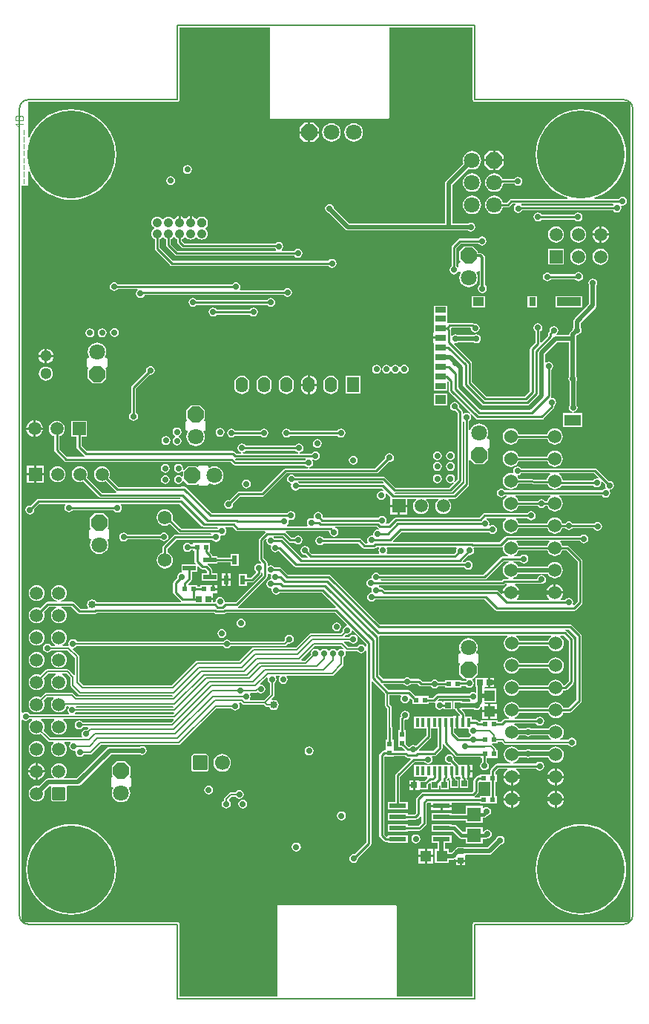
<source format=gbl>
G04 Layer_Physical_Order=4*
G04 Layer_Color=16711680*
%FSLAX44Y44*%
%MOMM*%
G71*
G01*
G75*
%ADD12C,0.3048*%
%ADD13C,0.2540*%
%ADD16R,0.6500X0.6500*%
%ADD18R,0.6500X0.6500*%
%ADD19R,1.3000X1.3000*%
%ADD39R,0.6096X0.5842*%
%ADD40R,0.5842X0.6096*%
%ADD57C,0.5080*%
%ADD58C,0.2000*%
%ADD60C,0.2286*%
%ADD63C,0.1000*%
%ADD66C,1.5000*%
G04:AMPARAMS|DCode=67|XSize=1.5mm|YSize=1.5mm|CornerRadius=0.075mm|HoleSize=0mm|Usage=FLASHONLY|Rotation=90.000|XOffset=0mm|YOffset=0mm|HoleType=Round|Shape=RoundedRectangle|*
%AMROUNDEDRECTD67*
21,1,1.5000,1.3500,0,0,90.0*
21,1,1.3500,1.5000,0,0,90.0*
1,1,0.1500,0.6750,0.6750*
1,1,0.1500,0.6750,-0.6750*
1,1,0.1500,-0.6750,-0.6750*
1,1,0.1500,-0.6750,0.6750*
%
%ADD67ROUNDEDRECTD67*%
%ADD68R,1.5000X1.5000*%
%ADD69C,1.8000*%
%ADD70P,1.9483X8X292.5*%
%ADD71C,1.5240*%
%ADD72C,1.3000*%
%ADD73O,1.3970X1.7780*%
%ADD74R,1.3970X1.7780*%
G04:AMPARAMS|DCode=75|XSize=1.7mm|YSize=1.7mm|CornerRadius=0.17mm|HoleSize=0mm|Usage=FLASHONLY|Rotation=0.000|XOffset=0mm|YOffset=0mm|HoleType=Round|Shape=RoundedRectangle|*
%AMROUNDEDRECTD75*
21,1,1.7000,1.3600,0,0,0.0*
21,1,1.3600,1.7000,0,0,0.0*
1,1,0.3400,0.6800,-0.6800*
1,1,0.3400,-0.6800,-0.6800*
1,1,0.3400,-0.6800,0.6800*
1,1,0.3400,0.6800,0.6800*
%
%ADD75ROUNDEDRECTD75*%
%ADD76C,1.7000*%
%ADD77P,1.9483X8X22.5*%
%ADD78C,10.0000*%
%ADD79C,1.0500*%
%ADD80P,1.1365X8X292.5*%
%ADD81C,1.5748*%
%ADD82C,0.7000*%
%ADD83C,0.8500*%
%ADD102C,0.3000*%
%ADD103R,1.6000X1.6000*%
%ADD104R,1.3000X1.3000*%
%ADD105R,1.9000X1.3000*%
%ADD106R,2.8000X1.0000*%
%ADD107R,0.8000X1.0000*%
%ADD108R,1.2000X1.0000*%
%ADD109R,1.2000X0.7000*%
%ADD110R,0.6000X1.0500*%
%ADD111R,1.5000X0.5500*%
%ADD112R,1.9800X0.5300*%
%ADD113R,0.4500X1.0500*%
%ADD114C,0.4572*%
G36*
X409702Y329154D02*
X409702Y329154D01*
X426495D01*
X426926Y327884D01*
X425512Y326799D01*
X424050Y324893D01*
X423314Y323118D01*
X390718D01*
X389982Y324893D01*
X388521Y326799D01*
X386992Y327972D01*
X387423Y329242D01*
X409260D01*
X409702Y329154D01*
D02*
G37*
G36*
X189375Y315020D02*
X188750Y313849D01*
X187500Y314098D01*
X185549Y313710D01*
X183895Y312605D01*
X183513Y312033D01*
X181986D01*
X181604Y312604D01*
X179951Y313709D01*
X178000Y314097D01*
X176049Y313709D01*
X174395Y312604D01*
X173764Y311660D01*
X172236D01*
X171605Y312605D01*
X169951Y313710D01*
X168000Y314098D01*
X166049Y313710D01*
X164395Y312605D01*
X163763Y311659D01*
X162236D01*
X161604Y312604D01*
X159951Y313709D01*
X158000Y314097D01*
X156049Y313709D01*
X154395Y312604D01*
X153290Y310950D01*
X152902Y308999D01*
X153149Y307754D01*
X145944Y300549D01*
X141950D01*
X141424Y301819D01*
X157056Y317451D01*
X186944D01*
X189375Y315020D01*
D02*
G37*
G36*
X455926Y327580D02*
Y255920D01*
X446924Y246918D01*
X440718D01*
X439982Y248693D01*
X438521Y250599D01*
X436615Y252060D01*
X434397Y252979D01*
X432016Y253293D01*
X429635Y252979D01*
X427417Y252060D01*
X425512Y250599D01*
X424050Y248693D01*
X423314Y246918D01*
X390718D01*
X389982Y248693D01*
X388521Y250599D01*
X386615Y252060D01*
X384397Y252979D01*
X382016Y253293D01*
X379635Y252979D01*
X377417Y252060D01*
X375512Y250599D01*
X374050Y248693D01*
X373131Y246475D01*
X372817Y244094D01*
X373131Y241713D01*
X374050Y239495D01*
X375512Y237589D01*
X377417Y236128D01*
X378704Y235594D01*
X378452Y234324D01*
X374250D01*
X374250Y234324D01*
X373169Y234109D01*
X372253Y233497D01*
X372253Y233497D01*
X369418Y230662D01*
X365990D01*
Y232259D01*
X362192D01*
X361442Y232408D01*
X360692Y232259D01*
X357100D01*
X356894Y232259D01*
X355830D01*
X355624Y232259D01*
X346734D01*
Y230662D01*
X344578D01*
X343029Y232211D01*
X342113Y232823D01*
X341032Y233038D01*
X341032Y233038D01*
X336412D01*
Y236964D01*
X328986D01*
Y239214D01*
X328986Y239214D01*
X328771Y240295D01*
X328159Y241211D01*
X328159Y241211D01*
X325045Y244325D01*
X325571Y245595D01*
X338621D01*
X339933Y244718D01*
X341884Y244330D01*
X343835Y244718D01*
X345489Y245823D01*
X346594Y247477D01*
X347862Y247343D01*
Y244094D01*
X355092D01*
Y251324D01*
X351808D01*
X351013Y252594D01*
X351125Y252824D01*
X364362D01*
Y268824D01*
X351057D01*
X350688Y270094D01*
X351091Y270350D01*
X351112Y270340D01*
X351175Y270340D01*
X355092D01*
Y275590D01*
Y280840D01*
X351175D01*
X351112Y280840D01*
X350049Y280340D01*
X349842Y280340D01*
X340612D01*
Y270840D01*
X341583D01*
Y264635D01*
X340313Y263956D01*
X339613Y264424D01*
X337662Y264812D01*
X335711Y264424D01*
X334057Y263319D01*
X333536Y262538D01*
X297662D01*
X296581Y262323D01*
X295665Y261711D01*
X295665Y261711D01*
X292242Y258288D01*
X287370D01*
Y260135D01*
X278480D01*
X278274Y260135D01*
X277210D01*
X277004Y260135D01*
X271859D01*
X265997Y265997D01*
X265081Y266609D01*
X264000Y266824D01*
X264000Y266824D01*
X241170D01*
X235228Y272766D01*
X235755Y274036D01*
X258306D01*
X258928Y273104D01*
X260582Y271999D01*
X262533Y271611D01*
X264484Y271999D01*
X266138Y273104D01*
X266659Y273885D01*
X274571D01*
X276453Y272003D01*
X277369Y271391D01*
X278450Y271176D01*
X289874D01*
X290395Y270395D01*
X292049Y269290D01*
X294000Y268902D01*
X295951Y269290D01*
X297605Y270395D01*
X298126Y271176D01*
X305452D01*
Y269579D01*
X314342D01*
X314548Y269579D01*
X315612D01*
X315818Y269579D01*
X324708D01*
Y271750D01*
X329376D01*
X329897Y270969D01*
X331551Y269864D01*
X333502Y269476D01*
X335453Y269864D01*
X337107Y270969D01*
X338212Y272623D01*
X338600Y274574D01*
X338212Y276525D01*
X337107Y278179D01*
X336928Y278298D01*
X337314Y279568D01*
X337736D01*
X342986Y284818D01*
Y295318D01*
X342033Y296271D01*
X342606Y297494D01*
X343633Y297919D01*
X344109Y299067D01*
Y307068D01*
X343633Y308216D01*
X342485Y308691D01*
X341956D01*
X341395Y309830D01*
X341658Y310173D01*
X342716Y312727D01*
X343077Y315468D01*
X342716Y318209D01*
X341658Y320763D01*
X339975Y322957D01*
X337781Y324640D01*
X335227Y325698D01*
X332486Y326059D01*
X329745Y325698D01*
X327191Y324640D01*
X324997Y322957D01*
X323314Y320763D01*
X322256Y318209D01*
X321895Y315468D01*
X322256Y312727D01*
X323314Y310173D01*
X323577Y309831D01*
X323015Y308692D01*
X322486D01*
X321338Y308216D01*
X320862Y307068D01*
Y299068D01*
X321338Y297920D01*
X322366Y297494D01*
X322939Y296271D01*
X321986Y295318D01*
Y284818D01*
X327236Y279568D01*
X329690D01*
X330048Y278390D01*
X329296Y277398D01*
X324708D01*
Y278421D01*
X315818D01*
X315612Y278421D01*
X314548D01*
X314342Y278421D01*
X305452D01*
Y276824D01*
X298126D01*
X297605Y277605D01*
X295951Y278710D01*
X294000Y279098D01*
X292049Y278710D01*
X290395Y277605D01*
X289874Y276824D01*
X279620D01*
X277738Y278706D01*
X276822Y279318D01*
X275741Y279533D01*
X275741Y279533D01*
X267899D01*
X267140Y279684D01*
X266558D01*
X266138Y280314D01*
X264484Y281419D01*
X262533Y281807D01*
X260582Y281419D01*
X258928Y280314D01*
X258508Y279684D01*
X235310D01*
X230654Y284340D01*
Y327170D01*
X230654Y327170D01*
X230495Y327972D01*
X230994Y328886D01*
X231305Y329242D01*
X376609D01*
X377040Y327972D01*
X375512Y326799D01*
X374050Y324893D01*
X373131Y322675D01*
X372817Y320294D01*
X373131Y317913D01*
X374050Y315695D01*
X375512Y313790D01*
X377417Y312328D01*
X379635Y311409D01*
X382016Y311095D01*
X384397Y311409D01*
X386615Y312328D01*
X388521Y313790D01*
X389982Y315695D01*
X390718Y317470D01*
X423314D01*
X424050Y315695D01*
X425512Y313790D01*
X427417Y312328D01*
X429635Y311409D01*
X432016Y311095D01*
X434397Y311409D01*
X436615Y312328D01*
X438521Y313790D01*
X439982Y315695D01*
X440901Y317913D01*
X441215Y320294D01*
X440901Y322675D01*
X439982Y324893D01*
X438521Y326799D01*
X437106Y327884D01*
X437537Y329154D01*
X441352D01*
X447176Y323330D01*
Y277420D01*
X442074Y272318D01*
X440718D01*
X439982Y274093D01*
X438521Y275998D01*
X436615Y277460D01*
X434397Y278379D01*
X432016Y278693D01*
X429635Y278379D01*
X427417Y277460D01*
X425512Y275998D01*
X424050Y274093D01*
X423314Y272318D01*
X390718D01*
X389982Y274093D01*
X388521Y275998D01*
X386615Y277460D01*
X384397Y278379D01*
X382016Y278693D01*
X379635Y278379D01*
X377417Y277460D01*
X375512Y275998D01*
X374050Y274093D01*
X373131Y271875D01*
X372817Y269494D01*
X373131Y267113D01*
X374050Y264895D01*
X375512Y262990D01*
X377417Y261528D01*
X379635Y260609D01*
X382016Y260295D01*
X384397Y260609D01*
X386615Y261528D01*
X388521Y262990D01*
X389982Y264895D01*
X390718Y266670D01*
X423314D01*
X424050Y264895D01*
X425512Y262990D01*
X427417Y261528D01*
X429635Y260609D01*
X432016Y260295D01*
X434397Y260609D01*
X436615Y261528D01*
X438521Y262990D01*
X439982Y264895D01*
X440718Y266670D01*
X443244D01*
X443244Y266670D01*
X444325Y266885D01*
X445241Y267497D01*
X451997Y274253D01*
X451997Y274253D01*
X452609Y275169D01*
X452824Y276250D01*
X452824Y276250D01*
Y324500D01*
X452609Y325581D01*
X451997Y326497D01*
X451997Y326497D01*
X444519Y333975D01*
X443603Y334587D01*
X442827Y334742D01*
X442952Y336012D01*
X447494D01*
X455926Y327580D01*
D02*
G37*
G36*
X378657Y412491D02*
X376439Y411572D01*
X374534Y410111D01*
X373072Y408205D01*
X372153Y405987D01*
X371839Y403606D01*
X372153Y401225D01*
X373072Y399007D01*
X374534Y397102D01*
X376439Y395640D01*
X378359Y394844D01*
X378106Y393574D01*
X373250D01*
X372169Y393359D01*
X371253Y392747D01*
X371253Y392747D01*
X370330Y391824D01*
X233139D01*
X232420Y393094D01*
X232468Y393176D01*
X351042D01*
X351042Y393176D01*
X352123Y393391D01*
X353039Y394003D01*
X372712Y413676D01*
X378362D01*
X378657Y412491D01*
D02*
G37*
G36*
X105049Y399290D02*
X106469Y399008D01*
X107142Y398140D01*
X107232Y397660D01*
X106902Y395999D01*
X107232Y394340D01*
X107142Y393858D01*
X106468Y392992D01*
X105049Y392710D01*
X103395Y391605D01*
X102290Y389951D01*
X101902Y388000D01*
X102290Y386049D01*
X103395Y384395D01*
X105049Y383290D01*
X107000Y382902D01*
X108065Y381819D01*
X107902Y381000D01*
X108290Y379049D01*
X109395Y377395D01*
X111049Y376290D01*
X113000Y375902D01*
X114951Y376290D01*
X116605Y377395D01*
X117126Y378176D01*
X164830D01*
X181162Y361844D01*
X180636Y360574D01*
X69610D01*
X69225Y361844D01*
X69815Y362239D01*
X102227Y394651D01*
X102227Y394651D01*
X102839Y395567D01*
X103054Y396648D01*
Y399096D01*
X104324Y399774D01*
X105049Y399290D01*
D02*
G37*
G36*
X215926Y319330D02*
Y316727D01*
X214749Y316019D01*
X214656Y316032D01*
X213605Y317605D01*
X211951Y318710D01*
X210000Y319098D01*
X208049Y318710D01*
X206395Y317605D01*
X205690Y316549D01*
X195056D01*
X190424Y321181D01*
X190950Y322451D01*
X196690D01*
X197395Y321395D01*
X199049Y320290D01*
X201000Y319902D01*
X202951Y320290D01*
X204605Y321395D01*
X205710Y323049D01*
X206098Y325000D01*
X205710Y326951D01*
X204605Y328605D01*
X202951Y329710D01*
X201000Y330098D01*
X199049Y329710D01*
X197395Y328605D01*
X196690Y327549D01*
X191813D01*
X191327Y328722D01*
X192755Y330150D01*
X194000Y329902D01*
X195951Y330290D01*
X197605Y331395D01*
X198710Y333049D01*
X198992Y334468D01*
X200304Y334952D01*
X215926Y319330D01*
D02*
G37*
G36*
X103430Y281029D02*
X103106Y279400D01*
X103494Y277449D01*
X104599Y275795D01*
X105655Y275090D01*
Y261914D01*
X98790Y255049D01*
X83418D01*
X82739Y256319D01*
X83450Y257383D01*
X83838Y259334D01*
X83450Y261285D01*
X82893Y262119D01*
X83571Y263389D01*
X89510D01*
X90485Y263583D01*
X91312Y264136D01*
X91468Y264291D01*
X91899Y264619D01*
X93553Y263514D01*
X95504Y263126D01*
X97455Y263514D01*
X99109Y264619D01*
X100214Y266273D01*
X100602Y268224D01*
X100214Y270175D01*
X99109Y271829D01*
X97455Y272934D01*
X95687Y273286D01*
X95344Y273878D01*
X95152Y274547D01*
X102339Y281735D01*
X103430Y281029D01*
D02*
G37*
G36*
X-3924Y232681D02*
X-7056Y229549D01*
X-107690D01*
X-108395Y230605D01*
X-110049Y231710D01*
X-112000Y232098D01*
X-113951Y231710D01*
X-115605Y230605D01*
X-116710Y228951D01*
X-117098Y227000D01*
X-116710Y225049D01*
X-115605Y223395D01*
X-113951Y222290D01*
X-112000Y221902D01*
X-110049Y222290D01*
X-108395Y223395D01*
X-107690Y224451D01*
X-101950D01*
X-101424Y223181D01*
X-102754Y221850D01*
X-104000Y222098D01*
X-105951Y221710D01*
X-107605Y220605D01*
X-108710Y218951D01*
X-109098Y217000D01*
X-108710Y215049D01*
X-108088Y214119D01*
X-108767Y212849D01*
X-144444D01*
X-152456Y220861D01*
X-151632Y222850D01*
X-151322Y225200D01*
X-151632Y227549D01*
X-152539Y229739D01*
X-153981Y231619D01*
X-155365Y232681D01*
X-154934Y233951D01*
X-140466D01*
X-140035Y232681D01*
X-141419Y231619D01*
X-142861Y229739D01*
X-143768Y227549D01*
X-144078Y225200D01*
X-143768Y222850D01*
X-142861Y220661D01*
X-141419Y218781D01*
X-139539Y217339D01*
X-137350Y216432D01*
X-135000Y216122D01*
X-132650Y216432D01*
X-130461Y217339D01*
X-128581Y218781D01*
X-127139Y220661D01*
X-126232Y222850D01*
X-125922Y225200D01*
X-126232Y227549D01*
X-127139Y229739D01*
X-128581Y231619D01*
X-129965Y232681D01*
X-129534Y233951D01*
X-4450D01*
X-3924Y232681D01*
D02*
G37*
G36*
X424050Y214095D02*
X425512Y212190D01*
X426646Y211319D01*
X426215Y210049D01*
X387817D01*
X387386Y211319D01*
X388521Y212190D01*
X389982Y214095D01*
X390411Y215131D01*
X397915D01*
X398799Y214540D01*
X400750Y214152D01*
X402701Y214540D01*
X403585Y215131D01*
X423620D01*
X424050Y214095D01*
D02*
G37*
G36*
X297338Y202384D02*
X292492Y197538D01*
X276276D01*
X275750Y198808D01*
X289159Y212217D01*
X289159Y212217D01*
X289771Y213133D01*
X289986Y214214D01*
X289986Y214214D01*
Y223464D01*
X297338D01*
Y202384D01*
D02*
G37*
G36*
X255928Y259906D02*
X255290Y258951D01*
X254902Y257000D01*
X255290Y255049D01*
X256395Y253395D01*
X258049Y252290D01*
X260000Y251902D01*
X261951Y252290D01*
X263605Y253395D01*
X264710Y255049D01*
X265098Y257000D01*
X265070Y257140D01*
X266241Y257765D01*
X268003Y256003D01*
X268114Y255929D01*
Y251293D01*
X277004D01*
X277210Y251293D01*
X278274D01*
X278480Y251293D01*
X287370D01*
Y252640D01*
X293412D01*
X293412Y252640D01*
X294178Y252792D01*
X294916Y251974D01*
X295018Y251763D01*
X294952Y251665D01*
X294564Y249714D01*
X294952Y247763D01*
X296057Y246109D01*
X297711Y245004D01*
X299662Y244616D01*
X301613Y245004D01*
X303142Y246026D01*
X303721Y245882D01*
X304412Y245537D01*
Y244964D01*
X313912D01*
Y254464D01*
X304412D01*
Y253891D01*
X303721Y253546D01*
X303142Y253402D01*
X301613Y254424D01*
X299662Y254812D01*
X298274Y254536D01*
X297649Y255706D01*
X298832Y256890D01*
X333536D01*
X334057Y256109D01*
X334550Y255780D01*
X334806Y254081D01*
X334604Y253833D01*
X324912D01*
Y254464D01*
X315412D01*
Y244964D01*
X317387D01*
X317553Y244133D01*
X318165Y243217D01*
X322648Y238734D01*
X322122Y237464D01*
X320932D01*
Y230214D01*
Y222964D01*
X323912D01*
Y223464D01*
X332075D01*
X332858Y222194D01*
X332564Y220714D01*
X332952Y218763D01*
X334057Y217109D01*
X335621Y216064D01*
X335677Y215567D01*
X335657Y215301D01*
X335569Y214737D01*
X333961Y213663D01*
X333440Y212882D01*
X321488D01*
X315986Y218384D01*
Y222964D01*
X318392D01*
Y230214D01*
Y237464D01*
X315412D01*
Y236964D01*
X270412D01*
Y223464D01*
X284338D01*
Y215384D01*
X272428Y203474D01*
X271701Y203960D01*
X269750Y204348D01*
X267799Y203960D01*
X266145Y202855D01*
X265624Y202074D01*
X264296D01*
X261083Y205287D01*
Y210896D01*
X261083Y211102D01*
Y212166D01*
X261083Y212372D01*
Y221262D01*
X259486D01*
Y232445D01*
X260350Y233154D01*
X262301Y233542D01*
X263955Y234647D01*
X265060Y236301D01*
X265448Y238252D01*
X265060Y240203D01*
X263955Y241857D01*
X262301Y242962D01*
X260350Y243350D01*
X258399Y242962D01*
X256745Y241857D01*
X255640Y240203D01*
X255252Y238252D01*
X255435Y237331D01*
X254665Y236561D01*
X254053Y235645D01*
X253838Y234564D01*
X253838Y234564D01*
Y221262D01*
X252241D01*
Y212372D01*
X252241Y212166D01*
Y211102D01*
X252241Y210896D01*
Y202006D01*
X256376D01*
X259670Y198712D01*
X259184Y197538D01*
X247083D01*
Y199896D01*
X247083Y200102D01*
Y201166D01*
X247083Y201372D01*
Y210262D01*
X245486D01*
Y223714D01*
X245271Y224795D01*
X245211Y224885D01*
Y246542D01*
X245017Y247518D01*
X244464Y248344D01*
X242549Y250260D01*
Y261176D01*
X255249D01*
X255928Y259906D01*
D02*
G37*
G36*
X-3963Y247181D02*
X-4451Y246549D01*
X-115075D01*
X-115489Y247181D01*
X-114809Y248451D01*
X-4548D01*
X-3963Y247181D01*
D02*
G37*
G36*
X-3424Y240181D02*
X-4556Y239049D01*
X-116124D01*
X-116509Y240319D01*
X-116395Y240395D01*
X-115690Y241451D01*
X-3950D01*
X-3424Y240181D01*
D02*
G37*
G36*
X319328Y428888D02*
X318504Y427655D01*
X318116Y425704D01*
X318299Y424783D01*
X315782Y422266D01*
X239854D01*
X239176Y423536D01*
X239660Y424261D01*
X240048Y426212D01*
X239660Y428163D01*
X239176Y428888D01*
X239854Y430158D01*
X318768D01*
X319328Y428888D01*
D02*
G37*
G36*
X229133Y451735D02*
X229133Y451735D01*
X230049Y451123D01*
X229670Y449965D01*
X229000Y450098D01*
X227049Y449710D01*
X225395Y448605D01*
X224290Y446951D01*
X223902Y445000D01*
X224106Y443974D01*
X223026Y442894D01*
X222000Y443098D01*
X220049Y442710D01*
X218395Y441605D01*
X217290Y439951D01*
X216902Y438000D01*
X217290Y436049D01*
X217774Y435324D01*
X217096Y434054D01*
X214940D01*
X209997Y438997D01*
X209081Y439609D01*
X208000Y439824D01*
X208000Y439824D01*
X167126D01*
X166605Y440605D01*
X164951Y441710D01*
X163000Y442098D01*
X161049Y441710D01*
X159395Y440605D01*
X158290Y438951D01*
X157902Y437000D01*
X158290Y435049D01*
X159395Y433395D01*
X161049Y432290D01*
X163000Y431902D01*
X164951Y432290D01*
X166605Y433395D01*
X167126Y434176D01*
X206830D01*
X211773Y429233D01*
X211773Y429233D01*
X212689Y428621D01*
X213770Y428406D01*
X224804D01*
X224804Y428406D01*
X225885Y428621D01*
X226801Y429233D01*
X227726Y430158D01*
X230046D01*
X230724Y428888D01*
X230240Y428163D01*
X229852Y426212D01*
X230240Y424261D01*
X230724Y423536D01*
X230046Y422266D01*
X153728D01*
X150915Y425079D01*
X151098Y426000D01*
X150710Y427951D01*
X149605Y429605D01*
X147951Y430710D01*
X146000Y431098D01*
X144049Y430710D01*
X142395Y429605D01*
X141290Y427951D01*
X140902Y426000D01*
X141290Y424049D01*
X142395Y422395D01*
X144049Y421290D01*
X146000Y420902D01*
X146921Y421085D01*
X149106Y418900D01*
X148620Y417726D01*
X142268D01*
X120997Y438997D01*
X120081Y439609D01*
X119000Y439824D01*
X119000Y439824D01*
X111126D01*
X110605Y440605D01*
X110154Y440906D01*
X110540Y442176D01*
X120830D01*
X127003Y436003D01*
X127003Y436003D01*
X127919Y435391D01*
X129000Y435176D01*
X129000Y435176D01*
X133874D01*
X134395Y434395D01*
X136049Y433290D01*
X138000Y432902D01*
X139951Y433290D01*
X141605Y434395D01*
X142710Y436049D01*
X143098Y438000D01*
X142710Y439951D01*
X141605Y441605D01*
X139951Y442710D01*
X138000Y443098D01*
X136049Y442710D01*
X134395Y441605D01*
X133874Y440824D01*
X130170D01*
X124088Y446906D01*
X124128Y447292D01*
X124519Y448176D01*
X172844D01*
X173902Y447000D01*
X174290Y445049D01*
X175395Y443395D01*
X177049Y442290D01*
X179000Y441902D01*
X180951Y442290D01*
X182605Y443395D01*
X183710Y445049D01*
X184098Y447000D01*
X183710Y448951D01*
X182605Y450605D01*
X180951Y451710D01*
X180157Y451868D01*
X180282Y453138D01*
X227730D01*
X229133Y451735D01*
D02*
G37*
G36*
X456926Y413330D02*
Y367920D01*
X452699Y363693D01*
X452152Y363774D01*
X451507Y365057D01*
X451511Y365153D01*
X451884Y367030D01*
X451496Y368981D01*
X450391Y370635D01*
X448737Y371740D01*
X446786Y372128D01*
X444835Y371740D01*
X443181Y370635D01*
X442660Y369854D01*
X437932D01*
X437524Y371057D01*
X437899Y371345D01*
X439441Y373354D01*
X440410Y375695D01*
X440574Y376936D01*
X431038D01*
X421502D01*
X421666Y375695D01*
X422635Y373354D01*
X424177Y371345D01*
X424552Y371057D01*
X424144Y369854D01*
X387932D01*
X387524Y371057D01*
X387899Y371345D01*
X389441Y373354D01*
X390410Y375695D01*
X390574Y376936D01*
X381038D01*
X370751D01*
X370253Y376691D01*
X366947Y379997D01*
X366031Y380609D01*
X364950Y380824D01*
X364950Y380824D01*
X237170D01*
X234997Y382997D01*
X234081Y383609D01*
X233000Y383824D01*
X233000Y383824D01*
X231126D01*
X230605Y384605D01*
X230154Y384906D01*
X230540Y386176D01*
X371500D01*
X371500Y386176D01*
X372581Y386391D01*
X373497Y387003D01*
X374420Y387926D01*
X376047D01*
X376299Y386656D01*
X376186Y386609D01*
X374177Y385067D01*
X372635Y383058D01*
X371666Y380717D01*
X371502Y379476D01*
X381038D01*
X390574D01*
X390410Y380717D01*
X389441Y383058D01*
X387899Y385067D01*
X385890Y386609D01*
X385777Y386656D01*
X386029Y387926D01*
X413750D01*
X413750Y387926D01*
X414815Y388138D01*
X416000Y387902D01*
X417951Y388290D01*
X419605Y389395D01*
X420710Y391049D01*
X421098Y393000D01*
X420710Y394951D01*
X419605Y396605D01*
X417951Y397710D01*
X416000Y398098D01*
X414049Y397710D01*
X412395Y396605D01*
X411290Y394951D01*
X411016Y393574D01*
X383970D01*
X383717Y394844D01*
X385637Y395640D01*
X387542Y397102D01*
X389004Y399007D01*
X389203Y399487D01*
X422873D01*
X423072Y399007D01*
X424534Y397102D01*
X426439Y395640D01*
X428657Y394721D01*
X431038Y394407D01*
X433419Y394721D01*
X435637Y395640D01*
X437542Y397102D01*
X439004Y399007D01*
X439923Y401225D01*
X440237Y403606D01*
X439923Y405987D01*
X439004Y408205D01*
X437542Y410111D01*
X435637Y411572D01*
X433419Y412491D01*
X431038Y412805D01*
X428657Y412491D01*
X426439Y411572D01*
X424534Y410111D01*
X423072Y408205D01*
X422873Y407725D01*
X389203D01*
X389004Y408205D01*
X387542Y410111D01*
X385637Y411572D01*
X383419Y412491D01*
X383714Y413676D01*
X391624D01*
X392145Y412895D01*
X393799Y411790D01*
X395750Y411402D01*
X397701Y411790D01*
X399355Y412895D01*
X400460Y414549D01*
X400848Y416500D01*
X400460Y418451D01*
X399355Y420105D01*
X397701Y421210D01*
X395750Y421598D01*
X393799Y421210D01*
X392145Y420105D01*
X391624Y419324D01*
X384815D01*
X384562Y420594D01*
X385637Y421040D01*
X387542Y422501D01*
X389004Y424407D01*
X389740Y426182D01*
X422336D01*
X423072Y424407D01*
X424534Y422501D01*
X426439Y421040D01*
X428657Y420121D01*
X431038Y419807D01*
X433419Y420121D01*
X435637Y421040D01*
X437542Y422501D01*
X439004Y424407D01*
X439740Y426182D01*
X444074D01*
X456926Y413330D01*
D02*
G37*
G36*
X424913Y435802D02*
X424534Y435510D01*
X423072Y433605D01*
X422336Y431830D01*
X389740D01*
X389004Y433605D01*
X387542Y435510D01*
X387163Y435802D01*
X387594Y437072D01*
X424482D01*
X424913Y435802D01*
D02*
G37*
G36*
X337451Y940000D02*
X337645Y939025D01*
X338198Y938198D01*
X339025Y937645D01*
X340000Y937451D01*
X517300D01*
X517451Y937451D01*
X517451Y2549D01*
X340000D01*
X339025Y2355D01*
X338198Y1802D01*
X337645Y975D01*
X337451Y0D01*
Y-82451D01*
X250874D01*
Y-46250D01*
Y20010D01*
X250398Y21158D01*
X249250Y21634D01*
X246250D01*
Y22000D01*
X114250D01*
Y-82451D01*
X2549D01*
Y0D01*
X2355Y975D01*
X1802Y1802D01*
X975Y2355D01*
X0Y2549D01*
X-176181D01*
X-177449Y3754D01*
X-177451Y3775D01*
Y232550D01*
X-176181Y233112D01*
X-174951Y232290D01*
X-173000Y231902D01*
X-171049Y232290D01*
X-169395Y233395D01*
X-169024Y233951D01*
X-165866D01*
X-165435Y232681D01*
X-166819Y231619D01*
X-168262Y229739D01*
X-169168Y227549D01*
X-169478Y225200D01*
X-169168Y222850D01*
X-168262Y220661D01*
X-166819Y218781D01*
X-164939Y217339D01*
X-162750Y216432D01*
X-160400Y216122D01*
X-158050Y216432D01*
X-156061Y217256D01*
X-147302Y208498D01*
X-146475Y207945D01*
X-145500Y207751D01*
X-141508D01*
X-141077Y206481D01*
X-141419Y206219D01*
X-142861Y204339D01*
X-143768Y202150D01*
X-144078Y199800D01*
X-143768Y197451D01*
X-142861Y195261D01*
X-141419Y193381D01*
X-139539Y191939D01*
X-137350Y191032D01*
X-135000Y190722D01*
X-132650Y191032D01*
X-130461Y191939D01*
X-128581Y193381D01*
X-127139Y195261D01*
X-126232Y197451D01*
X-125922Y199800D01*
X-126232Y202150D01*
X-127139Y204339D01*
X-128581Y206219D01*
X-128923Y206481D01*
X-128492Y207751D01*
X-122175D01*
X-121830Y207057D01*
X-121687Y206481D01*
X-122710Y204951D01*
X-123098Y203000D01*
X-122710Y201049D01*
X-121605Y199395D01*
X-119951Y198290D01*
X-118000Y197902D01*
X-116974Y198106D01*
X-115894Y197026D01*
X-116098Y196000D01*
X-115710Y194049D01*
X-114605Y192395D01*
X-112951Y191290D01*
X-111000Y190902D01*
X-109049Y191290D01*
X-107395Y192395D01*
X-106690Y193451D01*
X-99000D01*
X-98025Y193645D01*
X-97198Y194198D01*
X-86944Y204451D01*
X2000D01*
X2975Y204645D01*
X3802Y205198D01*
X44976Y246371D01*
X61984D01*
X62689Y245315D01*
X64343Y244210D01*
X66294Y243822D01*
X68245Y244210D01*
X69899Y245315D01*
X71004Y246969D01*
X71392Y248920D01*
X71004Y250871D01*
X70516Y251601D01*
X71195Y252871D01*
X72406D01*
X74579Y250698D01*
X75406Y250145D01*
X76382Y249951D01*
X98790D01*
X100608Y248134D01*
X101434Y247581D01*
X102410Y247387D01*
X105024D01*
X106090Y245791D01*
X107992Y244520D01*
X110236Y244073D01*
X112479Y244520D01*
X114382Y245791D01*
X115652Y247693D01*
X116099Y249936D01*
X115652Y252180D01*
X114382Y254081D01*
X112479Y255352D01*
X110236Y255799D01*
X109300Y255612D01*
X107857Y256611D01*
X107815Y256864D01*
X110260Y259310D01*
X110813Y260137D01*
X111007Y261112D01*
X110813Y262087D01*
X110753Y262177D01*
Y275090D01*
X111809Y275795D01*
X112914Y277449D01*
X113302Y279400D01*
X112914Y281351D01*
X112359Y282181D01*
X113038Y283451D01*
X116550D01*
X117112Y282181D01*
X116290Y280951D01*
X115902Y279000D01*
X116290Y277049D01*
X117395Y275395D01*
X119049Y274290D01*
X121000Y273902D01*
X122951Y274290D01*
X124605Y275395D01*
X125710Y277049D01*
X126098Y279000D01*
X125710Y280951D01*
X124888Y282181D01*
X125450Y283451D01*
X177000D01*
X177976Y283645D01*
X178802Y284198D01*
X189302Y294698D01*
X189855Y295525D01*
X190049Y296500D01*
Y304690D01*
X191105Y305395D01*
X192210Y307049D01*
X192598Y309000D01*
X192276Y310618D01*
X192635Y311110D01*
X192931Y311385D01*
X193278Y311595D01*
X194000Y311451D01*
X205690D01*
X206395Y310395D01*
X208049Y309290D01*
X210000Y308902D01*
X211951Y309290D01*
X213605Y310395D01*
X214656Y311968D01*
X214749Y311981D01*
X215926Y311273D01*
Y274081D01*
X215906Y273980D01*
X215906Y273980D01*
Y93400D01*
X202421Y79915D01*
X201500Y80098D01*
X199549Y79710D01*
X197895Y78605D01*
X196790Y76951D01*
X196402Y75000D01*
X196790Y73049D01*
X197895Y71395D01*
X199549Y70290D01*
X201500Y69902D01*
X203451Y70290D01*
X205105Y71395D01*
X206210Y73049D01*
X206598Y75000D01*
X206415Y75921D01*
X220727Y90233D01*
X221339Y91149D01*
X221554Y92230D01*
Y273899D01*
X221574Y274000D01*
Y276772D01*
X222748Y277258D01*
X237451Y262555D01*
Y249204D01*
X237645Y248228D01*
X238198Y247402D01*
X240113Y245486D01*
Y224885D01*
X240053Y224795D01*
X239838Y223714D01*
Y210262D01*
X238241D01*
Y201372D01*
X238241Y201166D01*
Y200102D01*
X238241Y199896D01*
Y198378D01*
X236448D01*
X235367Y198163D01*
X234451Y197551D01*
X234451Y197551D01*
X231429Y194529D01*
X230817Y193613D01*
X230602Y192532D01*
X230602Y192532D01*
Y101346D01*
X230602Y101346D01*
X230817Y100265D01*
X231429Y99349D01*
X236061Y94717D01*
X236061Y94717D01*
X236977Y94105D01*
X238058Y93890D01*
X238058Y93890D01*
X240262D01*
Y92564D01*
X263062D01*
Y100864D01*
X240262D01*
Y100108D01*
X238992Y99774D01*
X236250Y102516D01*
Y191144D01*
X237070Y191796D01*
X238241Y191283D01*
Y191006D01*
X247083D01*
Y191890D01*
X260072D01*
X261478Y190483D01*
X262395Y189871D01*
X263475Y189656D01*
X265950D01*
X266436Y188482D01*
X249665Y171711D01*
X249053Y170795D01*
X248838Y169714D01*
X248838Y169714D01*
Y138964D01*
X240262D01*
Y130664D01*
X263062D01*
Y138964D01*
X254486D01*
Y168544D01*
X271058Y185116D01*
X282366D01*
X282887Y184335D01*
X284541Y183230D01*
X286492Y182842D01*
X288443Y183230D01*
X290097Y184335D01*
X291202Y185989D01*
X291590Y187940D01*
X291202Y189891D01*
X290715Y190620D01*
X291394Y191890D01*
X293662D01*
X293662Y191890D01*
X294743Y192105D01*
X295659Y192717D01*
X302159Y199217D01*
X302771Y200133D01*
X302986Y201214D01*
X302986Y201214D01*
Y204980D01*
X304256Y205329D01*
X304665Y204717D01*
X317665Y191717D01*
X318581Y191105D01*
X319662Y190890D01*
X319662Y190890D01*
X346734D01*
Y189635D01*
X347950D01*
Y184720D01*
X347169Y184199D01*
X346064Y182545D01*
X345676Y180594D01*
X346064Y178643D01*
X347169Y176989D01*
X348823Y175884D01*
X350774Y175496D01*
X352725Y175884D01*
X354379Y176989D01*
X355484Y178643D01*
X355872Y180594D01*
X355484Y182545D01*
X354379Y184199D01*
X353598Y184720D01*
Y189635D01*
X355830D01*
Y189635D01*
X356894D01*
Y189635D01*
X365990D01*
Y198477D01*
X363991D01*
Y199136D01*
X363797Y200111D01*
X363244Y200938D01*
X359666Y204516D01*
X359510Y204621D01*
X359895Y205891D01*
X365990D01*
Y207763D01*
X370800D01*
X372866Y205698D01*
X373693Y205145D01*
X374668Y204951D01*
X446190D01*
X446895Y203895D01*
X448549Y202790D01*
X450500Y202402D01*
X452451Y202790D01*
X454105Y203895D01*
X455210Y205549D01*
X455598Y207500D01*
X455210Y209451D01*
X454105Y211105D01*
X452451Y212210D01*
X450500Y212598D01*
X448549Y212210D01*
X446895Y211105D01*
X446190Y210049D01*
X437817D01*
X437386Y211319D01*
X438521Y212190D01*
X439982Y214095D01*
X440901Y216313D01*
X441215Y218694D01*
X440901Y221075D01*
X439982Y223293D01*
X438521Y225198D01*
X436615Y226660D01*
X434397Y227579D01*
X432016Y227893D01*
X429635Y227579D01*
X427417Y226660D01*
X425512Y225198D01*
X424108Y223369D01*
X403585D01*
X402701Y223960D01*
X400750Y224348D01*
X398799Y223960D01*
X397915Y223369D01*
X389924D01*
X388521Y225198D01*
X386615Y226660D01*
X384816Y227406D01*
X385068Y228676D01*
X409457D01*
X410145Y227645D01*
X411799Y226540D01*
X413750Y226152D01*
X415701Y226540D01*
X417355Y227645D01*
X418460Y229299D01*
X418848Y231250D01*
X418460Y233201D01*
X417355Y234855D01*
X415701Y235960D01*
X413750Y236348D01*
X411799Y235960D01*
X410145Y234855D01*
X409791Y234324D01*
X385580D01*
X385328Y235594D01*
X386615Y236128D01*
X388521Y237589D01*
X389982Y239495D01*
X390718Y241270D01*
X423314D01*
X424050Y239495D01*
X425512Y237589D01*
X427417Y236128D01*
X429635Y235209D01*
X432016Y234895D01*
X434397Y235209D01*
X436615Y236128D01*
X438521Y237589D01*
X439982Y239495D01*
X440718Y241270D01*
X448094D01*
X448094Y241270D01*
X449175Y241485D01*
X450091Y242097D01*
X460747Y252753D01*
X460747Y252753D01*
X461359Y253669D01*
X461574Y254750D01*
Y328750D01*
X461359Y329831D01*
X460747Y330747D01*
X460747Y330747D01*
X450661Y340833D01*
X449745Y341445D01*
X448664Y341660D01*
X448664Y341660D01*
X231334D01*
X175077Y397917D01*
X174161Y398529D01*
X173080Y398744D01*
X173080Y398744D01*
X126250D01*
X118997Y405997D01*
X118081Y406609D01*
X117000Y406824D01*
X117000Y406824D01*
X111126D01*
X110605Y407605D01*
X108951Y408710D01*
X107000Y409098D01*
X105049Y408710D01*
X104324Y408226D01*
X103054Y408904D01*
Y411799D01*
X103054Y411799D01*
X102839Y412880D01*
X102227Y413797D01*
X102227Y413797D01*
X98709Y417314D01*
Y437107D01*
X101044Y439442D01*
X102220Y438956D01*
X102275Y438877D01*
X101902Y437000D01*
X102290Y435049D01*
X103395Y433395D01*
X105049Y432290D01*
X106469Y432008D01*
X107142Y431140D01*
X107232Y430659D01*
X106902Y428999D01*
X107290Y427048D01*
X108395Y425394D01*
X110049Y424289D01*
X112000Y423901D01*
X113951Y424289D01*
X115604Y425394D01*
X116521Y425485D01*
X134003Y408003D01*
X134919Y407391D01*
X136000Y407176D01*
X136000Y407176D01*
X327737D01*
X328627Y405843D01*
X330281Y404738D01*
X332232Y404350D01*
X334183Y404738D01*
X335837Y405843D01*
X336942Y407497D01*
X337330Y409448D01*
X336942Y411399D01*
X335837Y413053D01*
X334183Y414158D01*
X332232Y414546D01*
X330281Y414158D01*
X328627Y413053D01*
X328475Y412824D01*
X326413D01*
X325886Y414094D01*
X332835Y421043D01*
X333756Y420860D01*
X335707Y421248D01*
X337361Y422353D01*
X338466Y424007D01*
X338854Y425958D01*
X338466Y427909D01*
X338151Y428380D01*
X338830Y429650D01*
X369105D01*
X369105Y429650D01*
X370186Y429865D01*
X370718Y430220D01*
X371841Y429621D01*
X371910Y429541D01*
X371839Y429006D01*
X372153Y426625D01*
X373072Y424407D01*
X374534Y422501D01*
X376439Y421040D01*
X377514Y420594D01*
X377261Y419324D01*
X371542D01*
X370461Y419109D01*
X369545Y418497D01*
X369545Y418497D01*
X349872Y398824D01*
X231126D01*
X230605Y399605D01*
X228951Y400710D01*
X227000Y401098D01*
X225049Y400710D01*
X223395Y399605D01*
X222290Y397951D01*
X221902Y396000D01*
X222065Y395181D01*
X221000Y394098D01*
X219049Y393710D01*
X217395Y392605D01*
X216290Y390951D01*
X215902Y389000D01*
X216290Y387049D01*
X217395Y385395D01*
X219049Y384290D01*
X221000Y383902D01*
X221459Y383993D01*
X222290Y382951D01*
X221902Y381000D01*
X222232Y379341D01*
X222142Y378859D01*
X221469Y377992D01*
X220049Y377710D01*
X218395Y376605D01*
X217290Y374951D01*
X216902Y373000D01*
X217290Y371049D01*
X218395Y369395D01*
X220049Y368290D01*
X222000Y367902D01*
X223951Y368290D01*
X225605Y369395D01*
X226126Y370176D01*
X351000D01*
X363001Y358175D01*
X363917Y357563D01*
X364998Y357348D01*
X364998Y357348D01*
X453172D01*
X453172Y357348D01*
X454253Y357563D01*
X455169Y358175D01*
X461747Y364753D01*
X461747Y364753D01*
X462359Y365669D01*
X462574Y366750D01*
Y414500D01*
X462574Y414500D01*
X462359Y415581D01*
X461747Y416497D01*
X461747Y416497D01*
X447241Y431003D01*
X446325Y431615D01*
X445244Y431830D01*
X445244Y431830D01*
X439740D01*
X439004Y433605D01*
X437542Y435510D01*
X437163Y435802D01*
X437594Y437072D01*
X459614D01*
X460453Y435815D01*
X462107Y434710D01*
X464058Y434322D01*
X466009Y434710D01*
X467663Y435815D01*
X468768Y437469D01*
X469156Y439420D01*
X468768Y441371D01*
X467663Y443025D01*
X466009Y444130D01*
X464058Y444518D01*
X462107Y444130D01*
X460453Y443025D01*
X460250Y442720D01*
X376527D01*
X376527Y442720D01*
X375446Y442505D01*
X374530Y441893D01*
X367935Y435298D01*
X337826D01*
X337387Y435591D01*
X336306Y435806D01*
X336306Y435806D01*
X246810D01*
X246284Y437076D01*
X256051Y446844D01*
X356072D01*
X356313Y446483D01*
X357967Y445378D01*
X359918Y444990D01*
X361869Y445378D01*
X363523Y446483D01*
X364628Y448137D01*
X365016Y450088D01*
X364628Y452039D01*
X363523Y453693D01*
X361869Y454798D01*
X359918Y455186D01*
X357967Y454798D01*
X357254Y454321D01*
X356111Y455085D01*
X356380Y456438D01*
X355992Y458389D01*
X354887Y460043D01*
X353398Y461037D01*
X353177Y461380D01*
X352907Y462508D01*
X353217Y462926D01*
X375074D01*
X375505Y461656D01*
X374534Y460910D01*
X373072Y459005D01*
X372153Y456787D01*
X371839Y454406D01*
X372153Y452025D01*
X373072Y449807D01*
X374534Y447901D01*
X376439Y446440D01*
X378657Y445521D01*
X381038Y445207D01*
X383419Y445521D01*
X385637Y446440D01*
X387542Y447901D01*
X389004Y449807D01*
X389740Y451582D01*
X422336D01*
X423072Y449807D01*
X424534Y447901D01*
X426439Y446440D01*
X428657Y445521D01*
X431038Y445207D01*
X433419Y445521D01*
X435637Y446440D01*
X437542Y447901D01*
X439004Y449807D01*
X439740Y451582D01*
X442914D01*
X443435Y450801D01*
X445089Y449696D01*
X447040Y449308D01*
X448991Y449696D01*
X450645Y450801D01*
X451166Y451582D01*
X475171D01*
X476201Y450039D01*
X477855Y448934D01*
X479806Y448546D01*
X481757Y448934D01*
X483411Y450039D01*
X484516Y451693D01*
X484904Y453644D01*
X484516Y455595D01*
X483411Y457249D01*
X481757Y458354D01*
X479806Y458742D01*
X477855Y458354D01*
X476201Y457249D01*
X476189Y457230D01*
X451166D01*
X450645Y458011D01*
X448991Y459116D01*
X447040Y459504D01*
X445089Y459116D01*
X443435Y458011D01*
X442914Y457230D01*
X439740D01*
X439004Y459005D01*
X437542Y460910D01*
X435637Y462372D01*
X433419Y463291D01*
X431038Y463605D01*
X428657Y463291D01*
X426439Y462372D01*
X424534Y460910D01*
X423072Y459005D01*
X422336Y457230D01*
X389740D01*
X389004Y459005D01*
X387542Y460910D01*
X386571Y461656D01*
X387002Y462926D01*
X399874D01*
X400395Y462145D01*
X402049Y461040D01*
X404000Y460652D01*
X405951Y461040D01*
X407605Y462145D01*
X408710Y463799D01*
X409098Y465750D01*
X408710Y467701D01*
X407605Y469355D01*
X405951Y470460D01*
X404000Y470848D01*
X402049Y470460D01*
X400395Y469355D01*
X399874Y468574D01*
X351020D01*
X349939Y468359D01*
X349023Y467747D01*
X349023Y467747D01*
X345078Y463802D01*
X249871D01*
X248790Y463587D01*
X247874Y462975D01*
X247874Y462975D01*
X241455Y456556D01*
X238838D01*
X238160Y457826D01*
X238644Y458551D01*
X239032Y460502D01*
X238644Y462453D01*
X237539Y464107D01*
X235885Y465212D01*
X233934Y465600D01*
X231983Y465212D01*
X230329Y464107D01*
X229808Y463326D01*
X166823D01*
X165959Y464303D01*
X166098Y465000D01*
X165710Y466951D01*
X164605Y468605D01*
X162951Y469710D01*
X161000Y470098D01*
X159049Y469710D01*
X157395Y468605D01*
X156290Y466951D01*
X155902Y465000D01*
X156223Y463387D01*
X155331Y462611D01*
X155194Y462548D01*
X154951Y462710D01*
X153000Y463098D01*
X151049Y462710D01*
X149395Y461605D01*
X148290Y459951D01*
X147902Y458000D01*
X148290Y456049D01*
X148928Y455094D01*
X148249Y453824D01*
X125540D01*
X125154Y455094D01*
X125605Y455395D01*
X126710Y457049D01*
X127098Y459000D01*
X126777Y460612D01*
X127669Y461390D01*
X127807Y461452D01*
X128049Y461290D01*
X130000Y460902D01*
X131951Y461290D01*
X133605Y462395D01*
X134710Y464049D01*
X135098Y466000D01*
X134710Y467951D01*
X133605Y469605D01*
X131951Y470710D01*
X130000Y471098D01*
X128049Y470710D01*
X126395Y469605D01*
X125874Y468824D01*
X39170D01*
X9997Y497997D01*
X9081Y498609D01*
X8000Y498824D01*
X8000Y498824D01*
X4995D01*
X3914Y498609D01*
X3772Y498514D01*
X-67320D01*
X-77742Y508936D01*
X-77032Y510650D01*
X-76722Y513000D01*
X-77032Y515350D01*
X-77939Y517539D01*
X-79381Y519419D01*
X-81261Y520861D01*
X-83450Y521768D01*
X-85800Y522078D01*
X-88149Y521768D01*
X-90339Y520861D01*
X-92219Y519419D01*
X-93661Y517539D01*
X-94568Y515350D01*
X-94878Y513000D01*
X-94568Y510650D01*
X-93661Y508461D01*
X-92219Y506581D01*
X-90339Y505139D01*
X-88149Y504232D01*
X-85800Y503922D01*
X-83450Y504232D01*
X-81736Y504942D01*
X-70487Y493693D01*
X-69571Y493081D01*
X-69764Y491824D01*
X-86030D01*
X-103142Y508936D01*
X-102432Y510650D01*
X-102122Y513000D01*
X-102432Y515350D01*
X-103339Y517539D01*
X-104781Y519419D01*
X-106661Y520861D01*
X-108850Y521768D01*
X-111200Y522078D01*
X-113549Y521768D01*
X-115739Y520861D01*
X-117619Y519419D01*
X-119061Y517539D01*
X-119968Y515350D01*
X-120278Y513000D01*
X-119968Y510650D01*
X-119061Y508461D01*
X-117619Y506581D01*
X-115739Y505139D01*
X-113549Y504232D01*
X-111200Y503922D01*
X-108850Y504232D01*
X-107136Y504942D01*
X-89197Y487003D01*
X-89197Y487003D01*
X-88281Y486391D01*
X-87200Y486176D01*
X-87200Y486176D01*
X3815D01*
X3864Y486094D01*
X3144Y484824D01*
X-158588D01*
X-158588Y484824D01*
X-159669Y484609D01*
X-160585Y483997D01*
X-167227Y477355D01*
X-168148Y477538D01*
X-170099Y477150D01*
X-171753Y476045D01*
X-172858Y474391D01*
X-173246Y472440D01*
X-172858Y470489D01*
X-171753Y468835D01*
X-170099Y467730D01*
X-168148Y467342D01*
X-166197Y467730D01*
X-164543Y468835D01*
X-163438Y470489D01*
X-163050Y472440D01*
X-163233Y473361D01*
X-157418Y479176D01*
X-127896D01*
X-127333Y477906D01*
X-128154Y476677D01*
X-128542Y474726D01*
X-128154Y472775D01*
X-127049Y471121D01*
X-125395Y470016D01*
X-123444Y469628D01*
X-121493Y470016D01*
X-119839Y471121D01*
X-119318Y471902D01*
X-72368D01*
X-71677Y470867D01*
X-70023Y469762D01*
X-68072Y469374D01*
X-66121Y469762D01*
X-64467Y470867D01*
X-63362Y472521D01*
X-62974Y474472D01*
X-63362Y476423D01*
X-64353Y477906D01*
X-64000Y479176D01*
X2830D01*
X28253Y453753D01*
X28253Y453753D01*
X29169Y453141D01*
X30250Y452926D01*
X46141D01*
X46798Y451656D01*
X46428Y451134D01*
X4618D01*
X-5082Y460834D01*
X-4867Y461353D01*
X-4545Y463800D01*
X-4867Y466247D01*
X-5812Y468527D01*
X-7314Y470486D01*
X-9273Y471988D01*
X-11553Y472933D01*
X-14000Y473255D01*
X-16447Y472933D01*
X-18727Y471988D01*
X-20686Y470486D01*
X-22188Y468527D01*
X-23133Y466247D01*
X-23455Y463800D01*
X-23133Y461353D01*
X-22188Y459073D01*
X-20686Y457114D01*
X-18727Y455612D01*
X-16447Y454667D01*
X-14000Y454345D01*
X-11553Y454667D01*
X-9273Y455612D01*
X-8466Y456230D01*
X1451Y446313D01*
X1451Y446313D01*
X2367Y445701D01*
X3448Y445486D01*
X38513D01*
X39232Y444216D01*
X39116Y444022D01*
X-2286D01*
X-2286Y444022D01*
X-3367Y443807D01*
X-4283Y443195D01*
X-15947Y431531D01*
X-16559Y430615D01*
X-16774Y429534D01*
X-16774Y429534D01*
Y423997D01*
X-18727Y423188D01*
X-20686Y421686D01*
X-22188Y419728D01*
X-23133Y417447D01*
X-23455Y415000D01*
X-23133Y412553D01*
X-22188Y410273D01*
X-20686Y408314D01*
X-18727Y406812D01*
X-16447Y405867D01*
X-14000Y405545D01*
X-11553Y405867D01*
X-9273Y406812D01*
X-7314Y408314D01*
X-5812Y410273D01*
X-4867Y412553D01*
X-4545Y415000D01*
X-4867Y417447D01*
X-5812Y419728D01*
X-7314Y421686D01*
X-9273Y423188D01*
X-11126Y423956D01*
Y428364D01*
X-1116Y438374D01*
X40324D01*
X40845Y437593D01*
X42499Y436488D01*
X44450Y436100D01*
X46401Y436488D01*
X48055Y437593D01*
X49160Y439247D01*
X49548Y441198D01*
X49327Y442311D01*
X50407Y443391D01*
X51308Y443212D01*
X53259Y443600D01*
X54913Y444705D01*
X56018Y446359D01*
X56406Y448310D01*
X56018Y450261D01*
X55086Y451656D01*
X55512Y452926D01*
X63080D01*
X67003Y449003D01*
X67919Y448391D01*
X69000Y448176D01*
X69000Y448176D01*
X100089D01*
X100480Y447292D01*
X100520Y446906D01*
X93888Y440274D01*
X93276Y439358D01*
X93061Y438277D01*
X93061Y438277D01*
Y416144D01*
X93061Y416144D01*
X93276Y415064D01*
X93888Y414147D01*
X95868Y412167D01*
X95217Y411183D01*
X95119Y411120D01*
X93218Y411498D01*
X91267Y411110D01*
X89613Y410005D01*
X88508Y408351D01*
X88120Y406400D01*
X88508Y404449D01*
X89613Y402795D01*
X89959Y402564D01*
X90063Y401143D01*
X84358Y395438D01*
X79532D01*
Y399364D01*
X70532D01*
Y385864D01*
X79532D01*
Y389790D01*
X85528D01*
X85528Y389790D01*
X86609Y390005D01*
X87525Y390617D01*
X95215Y398307D01*
X95215Y398307D01*
X95827Y399223D01*
X96042Y400304D01*
X96042Y400304D01*
Y400946D01*
X96136Y401002D01*
X97406Y400283D01*
Y397818D01*
X66648Y367060D01*
X55191D01*
X54288Y367826D01*
X54042Y368205D01*
X53695Y369951D01*
X52590Y371605D01*
X50936Y372710D01*
X48985Y373098D01*
X47034Y372710D01*
X45380Y371605D01*
X44275Y369951D01*
X43928Y368205D01*
X43682Y367826D01*
X42779Y367060D01*
X40960D01*
Y369316D01*
X35710D01*
Y371856D01*
X40960D01*
Y375825D01*
X40960Y375836D01*
X40987Y377095D01*
X45942D01*
Y380746D01*
X40894D01*
Y382016D01*
X39624D01*
Y386937D01*
X35846D01*
X34783Y386437D01*
X34576Y386437D01*
X26186D01*
Y384840D01*
X23344D01*
Y386691D01*
X14248D01*
Y386691D01*
X13184D01*
X12741Y387010D01*
X12533Y388523D01*
X16081Y392071D01*
X16693Y392987D01*
X16908Y394068D01*
X16908Y394068D01*
Y401490D01*
X23084D01*
Y407635D01*
X24257Y408120D01*
X26959Y405419D01*
X26959Y405419D01*
X27875Y404807D01*
X28956Y404592D01*
X32104D01*
X34260Y402436D01*
Y400490D01*
X28084D01*
Y391990D01*
X46084D01*
Y400490D01*
X39908D01*
Y403606D01*
X39908Y403606D01*
X39693Y404687D01*
X39081Y405603D01*
X35271Y409413D01*
X34812Y409720D01*
X35197Y410990D01*
X46084D01*
Y412416D01*
X61032D01*
Y408864D01*
X70032D01*
Y422364D01*
X61032D01*
Y418064D01*
X46084D01*
Y419490D01*
X39908D01*
Y420370D01*
X39693Y421451D01*
X39081Y422367D01*
X39081Y422367D01*
X36884Y424564D01*
X37314Y425601D01*
X37314D01*
Y434443D01*
X28218D01*
Y434443D01*
X27154D01*
Y434443D01*
X18058D01*
Y432846D01*
X15641D01*
X15289Y433373D01*
X13635Y434478D01*
X11684Y434866D01*
X9733Y434478D01*
X8079Y433373D01*
X6974Y431719D01*
X6586Y429768D01*
X6974Y427817D01*
X8079Y426163D01*
X9733Y425058D01*
X11684Y424670D01*
X13635Y425058D01*
X15289Y426163D01*
X15980Y427198D01*
X18058D01*
Y425601D01*
X19782D01*
Y413766D01*
X19782Y413766D01*
X19997Y412685D01*
X20609Y411769D01*
X21215Y411163D01*
X20728Y409990D01*
X5084D01*
Y402485D01*
X5084Y401490D01*
X3988Y401070D01*
X3383Y400950D01*
X1729Y399845D01*
X624Y398191D01*
X236Y396240D01*
X419Y395319D01*
X-3775Y391125D01*
X-4387Y390209D01*
X-4602Y389128D01*
X-4602Y389128D01*
Y378460D01*
X-4602Y378460D01*
X-4387Y377379D01*
X-3775Y376463D01*
X4099Y368589D01*
X4099Y368589D01*
X4486Y368330D01*
X4482Y367868D01*
X4101Y367060D01*
X-92000D01*
X-92882Y368382D01*
X-94784Y369652D01*
X-97028Y370099D01*
X-99271Y369652D01*
X-101173Y368382D01*
X-102444Y366479D01*
X-102891Y364236D01*
X-102444Y361992D01*
X-101655Y360810D01*
X-102333Y359540D01*
X-110296D01*
X-117503Y366747D01*
X-118419Y367359D01*
X-119500Y367574D01*
X-119500Y367574D01*
X-132482D01*
X-132650Y368832D01*
X-130461Y369739D01*
X-128581Y371181D01*
X-127139Y373061D01*
X-126232Y375251D01*
X-125922Y377600D01*
X-126232Y379949D01*
X-127139Y382139D01*
X-128581Y384019D01*
X-130461Y385462D01*
X-132650Y386368D01*
X-135000Y386678D01*
X-137350Y386368D01*
X-139539Y385462D01*
X-141419Y384019D01*
X-142861Y382139D01*
X-143768Y379949D01*
X-144078Y377600D01*
X-143768Y375251D01*
X-142861Y373061D01*
X-141419Y371181D01*
X-139539Y369739D01*
X-137350Y368832D01*
X-137518Y367574D01*
X-147850D01*
X-148931Y367359D01*
X-149847Y366747D01*
X-149847Y366747D01*
X-156336Y360258D01*
X-158050Y360968D01*
X-160400Y361278D01*
X-162750Y360968D01*
X-164939Y360061D01*
X-166819Y358619D01*
X-168262Y356739D01*
X-169168Y354549D01*
X-169478Y352200D01*
X-169168Y349851D01*
X-168262Y347661D01*
X-166819Y345781D01*
X-164939Y344339D01*
X-162750Y343432D01*
X-160400Y343122D01*
X-158050Y343432D01*
X-155861Y344339D01*
X-153981Y345781D01*
X-152539Y347661D01*
X-151632Y349851D01*
X-151322Y352200D01*
X-151632Y354549D01*
X-152342Y356264D01*
X-146680Y361926D01*
X-138357D01*
X-138104Y360656D01*
X-139539Y360061D01*
X-141419Y358619D01*
X-142861Y356739D01*
X-143768Y354549D01*
X-144078Y352200D01*
X-143768Y349851D01*
X-142861Y347661D01*
X-141419Y345781D01*
X-139539Y344339D01*
X-137350Y343432D01*
X-135000Y343122D01*
X-132650Y343432D01*
X-130461Y344339D01*
X-128581Y345781D01*
X-127139Y347661D01*
X-126232Y349851D01*
X-125922Y352200D01*
X-126232Y354549D01*
X-127139Y356739D01*
X-128581Y358619D01*
X-130461Y360061D01*
X-131896Y360656D01*
X-131643Y361926D01*
X-120670D01*
X-113463Y354719D01*
X-113463Y354719D01*
X-112547Y354107D01*
X-111466Y353892D01*
X-93913D01*
X-93913Y353892D01*
X-92832Y354107D01*
X-91916Y354719D01*
X-91709Y354926D01*
X42070D01*
X42303Y354693D01*
X42303Y354693D01*
X43219Y354081D01*
X44300Y353866D01*
X53670D01*
X53670Y353866D01*
X54751Y354081D01*
X55667Y354693D01*
X55900Y354926D01*
X180330D01*
X193952Y341304D01*
X193468Y339992D01*
X192049Y339710D01*
X190395Y338605D01*
X189290Y336951D01*
X188902Y335000D01*
X189150Y333755D01*
X186944Y331549D01*
X152272D01*
X151297Y331355D01*
X150470Y330802D01*
X135216Y315549D01*
X87000D01*
X86025Y315355D01*
X85198Y314802D01*
X70944Y300549D01*
X23000D01*
X22025Y300355D01*
X21198Y299802D01*
X-6056Y272549D01*
X-106944D01*
X-111451Y277056D01*
Y305000D01*
X-111645Y305975D01*
X-112198Y306802D01*
X-119126Y313731D01*
X-118584Y314985D01*
X-117049Y315290D01*
X-115395Y316395D01*
X-115002Y316983D01*
X52586D01*
X53291Y315927D01*
X54945Y314822D01*
X56896Y314434D01*
X58847Y314822D01*
X60501Y315927D01*
X61206Y316983D01*
X122532D01*
X123507Y317177D01*
X124334Y317730D01*
X126755Y320150D01*
X128000Y319902D01*
X129951Y320290D01*
X131605Y321395D01*
X132710Y323049D01*
X133098Y325000D01*
X132710Y326951D01*
X131605Y328605D01*
X129951Y329710D01*
X128000Y330098D01*
X126049Y329710D01*
X124395Y328605D01*
X123290Y326951D01*
X122902Y325000D01*
X123150Y323755D01*
X121476Y322081D01*
X61206D01*
X60501Y323137D01*
X58847Y324242D01*
X56896Y324630D01*
X54945Y324242D01*
X53291Y323137D01*
X52586Y322081D01*
X-114377D01*
X-115395Y323605D01*
X-117049Y324710D01*
X-119000Y325098D01*
X-120951Y324710D01*
X-122605Y323605D01*
X-123710Y321951D01*
X-124098Y320000D01*
X-123854Y318774D01*
X-123857Y318749D01*
X-124776Y317563D01*
X-124807Y317549D01*
X-130497D01*
X-130750Y318819D01*
X-130461Y318939D01*
X-128581Y320381D01*
X-127139Y322261D01*
X-126232Y324450D01*
X-125922Y326800D01*
X-126232Y329150D01*
X-127139Y331339D01*
X-128581Y333219D01*
X-130461Y334661D01*
X-132650Y335568D01*
X-135000Y335878D01*
X-137350Y335568D01*
X-139539Y334661D01*
X-141419Y333219D01*
X-142861Y331339D01*
X-143768Y329150D01*
X-144078Y326800D01*
X-143768Y324450D01*
X-142861Y322261D01*
X-141419Y320381D01*
X-139539Y318939D01*
X-139250Y318819D01*
X-139503Y317549D01*
X-143690D01*
X-144395Y318605D01*
X-146049Y319710D01*
X-148000Y320098D01*
X-149951Y319710D01*
X-151605Y318605D01*
X-152710Y316951D01*
X-153098Y315000D01*
X-152710Y313049D01*
X-151605Y311395D01*
X-149951Y310290D01*
X-148000Y309902D01*
X-146049Y310290D01*
X-144395Y311395D01*
X-143690Y312451D01*
X-125056D01*
X-116549Y303944D01*
Y284950D01*
X-117819Y284424D01*
X-123198Y289802D01*
X-124025Y290355D01*
X-125000Y290549D01*
X-148400D01*
X-149375Y290355D01*
X-150202Y289802D01*
X-156061Y283944D01*
X-158050Y284768D01*
X-160400Y285078D01*
X-162750Y284768D01*
X-164939Y283862D01*
X-166819Y282419D01*
X-168262Y280539D01*
X-169168Y278349D01*
X-169478Y276000D01*
X-169168Y273650D01*
X-168262Y271461D01*
X-166819Y269581D01*
X-164939Y268139D01*
X-162750Y267232D01*
X-160400Y266922D01*
X-158050Y267232D01*
X-155861Y268139D01*
X-153981Y269581D01*
X-152539Y271461D01*
X-151632Y273650D01*
X-151322Y276000D01*
X-151632Y278349D01*
X-152456Y280339D01*
X-147344Y285451D01*
X-139020D01*
X-138767Y284181D01*
X-139539Y283862D01*
X-141419Y282419D01*
X-142861Y280539D01*
X-143768Y278349D01*
X-144078Y276000D01*
X-143768Y273650D01*
X-142861Y271461D01*
X-141419Y269581D01*
X-139539Y268139D01*
X-137350Y267232D01*
X-135000Y266922D01*
X-132650Y267232D01*
X-130461Y268139D01*
X-128581Y269581D01*
X-127139Y271461D01*
X-126232Y273650D01*
X-125922Y276000D01*
X-126232Y278349D01*
X-127139Y280539D01*
X-128581Y282419D01*
X-130461Y283862D01*
X-131233Y284181D01*
X-130980Y285451D01*
X-126056D01*
X-121549Y280944D01*
Y272000D01*
X-121355Y271024D01*
X-120802Y270198D01*
X-112802Y262198D01*
X-111975Y261645D01*
X-111000Y261451D01*
X-5548D01*
X-4963Y260181D01*
X-5451Y259549D01*
X-114944D01*
X-118298Y262902D01*
X-119125Y263455D01*
X-120100Y263649D01*
X-149900D01*
X-150876Y263455D01*
X-151702Y262902D01*
X-156061Y258544D01*
X-158050Y259368D01*
X-160400Y259678D01*
X-162750Y259368D01*
X-164939Y258461D01*
X-166819Y257019D01*
X-168262Y255139D01*
X-169168Y252950D01*
X-169478Y250600D01*
X-169168Y248251D01*
X-168262Y246061D01*
X-166819Y244181D01*
X-164939Y242739D01*
X-162750Y241832D01*
X-160400Y241522D01*
X-158050Y241832D01*
X-155861Y242739D01*
X-153981Y244181D01*
X-152539Y246061D01*
X-151632Y248251D01*
X-151322Y250600D01*
X-151632Y252950D01*
X-152456Y254939D01*
X-148844Y258551D01*
X-141508D01*
X-141077Y257281D01*
X-141419Y257019D01*
X-142861Y255139D01*
X-143768Y252950D01*
X-144078Y250600D01*
X-143768Y248251D01*
X-142861Y246061D01*
X-141419Y244181D01*
X-139539Y242739D01*
X-137350Y241832D01*
X-135000Y241522D01*
X-132650Y241832D01*
X-130461Y242739D01*
X-128581Y244181D01*
X-127139Y246061D01*
X-126232Y248251D01*
X-126205Y248451D01*
X-124450D01*
X-123888Y247181D01*
X-124710Y245951D01*
X-125098Y244000D01*
X-124710Y242049D01*
X-123605Y240395D01*
X-123491Y240319D01*
X-123876Y239049D01*
X-168356D01*
X-169395Y240605D01*
X-171049Y241710D01*
X-173000Y242098D01*
X-174951Y241710D01*
X-176181Y240888D01*
X-177451Y241450D01*
X-177451Y841960D01*
X-170044D01*
Y857865D01*
X-168791Y858072D01*
X-168682Y857750D01*
X-165696Y851695D01*
X-161945Y846082D01*
X-157494Y841006D01*
X-152418Y836555D01*
X-146805Y832804D01*
X-140750Y829818D01*
X-134358Y827648D01*
X-127736Y826331D01*
X-121000Y825890D01*
X-114263Y826331D01*
X-107642Y827648D01*
X-101249Y829818D01*
X-95195Y832804D01*
X-89581Y836555D01*
X-84506Y841006D01*
X-80055Y846082D01*
X-76304Y851695D01*
X-73318Y857750D01*
X-71148Y864142D01*
X-69831Y870764D01*
X-69389Y877500D01*
X-69831Y884237D01*
X-71148Y890858D01*
X-73318Y897251D01*
X-76304Y903305D01*
X-80055Y908919D01*
X-84506Y913994D01*
X-89581Y918446D01*
X-95195Y922196D01*
X-101249Y925182D01*
X-107642Y927352D01*
X-114263Y928669D01*
X-121000Y929111D01*
X-127736Y928669D01*
X-134358Y927352D01*
X-140750Y925182D01*
X-146805Y922196D01*
X-152418Y918446D01*
X-157494Y913994D01*
X-161945Y908919D01*
X-165696Y903305D01*
X-168682Y897251D01*
X-168791Y896928D01*
X-170044Y897135D01*
Y937451D01*
X0Y937451D01*
X975Y937645D01*
X1802Y938198D01*
X2355Y939025D01*
X2549Y940000D01*
Y1022451D01*
X106000D01*
Y918250D01*
X238000D01*
Y918616D01*
X241000D01*
X242148Y919092D01*
X242624Y920240D01*
Y987000D01*
Y1022451D01*
X337451D01*
Y940000D01*
D02*
G37*
%LPC*%
G36*
X357632Y280840D02*
Y276860D01*
X361612D01*
Y280840D01*
X357632D01*
D02*
G37*
G36*
X361612Y274320D02*
X357632D01*
Y270340D01*
X361612D01*
Y274320D01*
D02*
G37*
G36*
X364862Y251324D02*
X357632D01*
Y244094D01*
X364862D01*
Y251324D01*
D02*
G37*
G36*
Y241554D02*
X357632D01*
Y234324D01*
X364862D01*
Y241554D01*
D02*
G37*
G36*
X355092D02*
X347862D01*
Y234324D01*
X355092D01*
Y241554D01*
D02*
G37*
G36*
X432016Y304093D02*
X429635Y303779D01*
X427417Y302860D01*
X425512Y301399D01*
X424050Y299493D01*
X423314Y297718D01*
X390718D01*
X389982Y299493D01*
X388521Y301399D01*
X386615Y302860D01*
X384397Y303779D01*
X382016Y304093D01*
X379635Y303779D01*
X377417Y302860D01*
X375512Y301399D01*
X374050Y299493D01*
X373131Y297275D01*
X372817Y294894D01*
X373131Y292513D01*
X374050Y290295D01*
X375512Y288389D01*
X377417Y286928D01*
X379635Y286009D01*
X382016Y285695D01*
X384397Y286009D01*
X386615Y286928D01*
X388521Y288389D01*
X389982Y290295D01*
X390718Y292070D01*
X423314D01*
X424050Y290295D01*
X425512Y288389D01*
X427417Y286928D01*
X429635Y286009D01*
X432016Y285695D01*
X434397Y286009D01*
X436615Y286928D01*
X438521Y288389D01*
X439982Y290295D01*
X440901Y292513D01*
X441215Y294894D01*
X440901Y297275D01*
X439982Y299493D01*
X438521Y301399D01*
X436615Y302860D01*
X434397Y303779D01*
X432016Y304093D01*
D02*
G37*
G36*
X429768Y387742D02*
X428527Y387578D01*
X426186Y386609D01*
X424177Y385067D01*
X422635Y383058D01*
X421666Y380717D01*
X421502Y379476D01*
X429768D01*
Y387742D01*
D02*
G37*
G36*
X432308Y387742D02*
Y379476D01*
X440574D01*
X440410Y380717D01*
X439441Y383058D01*
X437899Y385067D01*
X435890Y386609D01*
X433549Y387578D01*
X432308Y387742D01*
D02*
G37*
G36*
X251714Y475488D02*
X243484D01*
Y467258D01*
X251714D01*
Y475488D01*
D02*
G37*
G36*
X-14986Y446804D02*
X-16937Y446416D01*
X-18591Y445311D01*
X-19112Y444530D01*
X-57257D01*
X-57609Y445057D01*
X-59263Y446162D01*
X-61214Y446550D01*
X-63165Y446162D01*
X-64819Y445057D01*
X-65924Y443403D01*
X-66312Y441452D01*
X-65924Y439501D01*
X-64819Y437847D01*
X-63165Y436742D01*
X-61214Y436354D01*
X-59263Y436742D01*
X-57609Y437847D01*
X-56918Y438882D01*
X-19112D01*
X-18591Y438101D01*
X-16937Y436996D01*
X-14986Y436608D01*
X-13035Y436996D01*
X-11381Y438101D01*
X-10276Y439755D01*
X-9888Y441706D01*
X-10276Y443657D01*
X-11381Y445311D01*
X-13035Y446416D01*
X-14986Y446804D01*
D02*
G37*
G36*
X432016Y202493D02*
X429635Y202179D01*
X427417Y201260D01*
X425512Y199799D01*
X424607Y198619D01*
X403585D01*
X402701Y199210D01*
X400750Y199598D01*
X398799Y199210D01*
X397915Y198619D01*
X389425D01*
X388521Y199799D01*
X386615Y201260D01*
X384397Y202179D01*
X382016Y202493D01*
X379635Y202179D01*
X377417Y201260D01*
X375512Y199799D01*
X374050Y197893D01*
X373131Y195675D01*
X372817Y193294D01*
X373131Y190913D01*
X374050Y188695D01*
X375512Y186789D01*
X377417Y185328D01*
X379635Y184409D01*
X380125Y184344D01*
X380042Y183074D01*
X365416D01*
X364335Y182859D01*
X363419Y182247D01*
X363419Y182247D01*
X358175Y177003D01*
X357563Y176087D01*
X357348Y175006D01*
X357348Y175006D01*
Y171045D01*
X355830D01*
X355624Y171045D01*
X354560D01*
X354354Y171045D01*
X345464D01*
Y169448D01*
X344170D01*
X344170Y169448D01*
X343089Y169233D01*
X342173Y168621D01*
X342173Y168621D01*
X339125Y165573D01*
X338513Y164657D01*
X338298Y163576D01*
X338298Y163576D01*
Y152300D01*
X336536Y150538D01*
X280662D01*
X280662Y150538D01*
X279581Y150323D01*
X278665Y149711D01*
X273665Y144711D01*
X273053Y143795D01*
X272838Y142714D01*
X272838Y142714D01*
Y126884D01*
X270892Y124938D01*
X263062D01*
Y126264D01*
X240262D01*
Y117964D01*
X263062D01*
Y119290D01*
X272062D01*
X272062Y119290D01*
X273143Y119505D01*
X274059Y120117D01*
X277568Y123626D01*
X277954Y123586D01*
X278838Y123195D01*
Y115884D01*
X275192Y112238D01*
X263062D01*
Y113564D01*
X240262D01*
Y105264D01*
X263062D01*
Y106590D01*
X276362D01*
X276362Y106590D01*
X277443Y106805D01*
X278359Y107417D01*
X283659Y112717D01*
X283659Y112717D01*
X284271Y113633D01*
X284486Y114714D01*
Y137544D01*
X285832Y138890D01*
X289762D01*
Y136084D01*
X313562D01*
Y138890D01*
X333756D01*
X333756Y138890D01*
X333847Y138908D01*
X345464D01*
Y137311D01*
X354354D01*
X354560Y137311D01*
X355624D01*
X355830Y137311D01*
X364720D01*
Y146153D01*
X362996D01*
Y162203D01*
X364720D01*
Y171045D01*
X362996D01*
Y173836D01*
X366586Y177426D01*
X376634D01*
X376906Y176847D01*
X376980Y176156D01*
X375155Y174755D01*
X373613Y172745D01*
X372644Y170405D01*
X372480Y169164D01*
X382016D01*
X391552D01*
X391388Y170405D01*
X390419Y172745D01*
X388877Y174755D01*
X387052Y176156D01*
X387126Y176847D01*
X387398Y177426D01*
X409624D01*
X410145Y176645D01*
X411799Y175540D01*
X413750Y175152D01*
X415701Y175540D01*
X417355Y176645D01*
X418460Y178299D01*
X418848Y180250D01*
X418460Y182201D01*
X417355Y183855D01*
X415701Y184960D01*
X413750Y185348D01*
X411799Y184960D01*
X410145Y183855D01*
X409624Y183074D01*
X383990D01*
X383907Y184344D01*
X384397Y184409D01*
X386615Y185328D01*
X388521Y186789D01*
X389982Y188695D01*
X390681Y190381D01*
X397915D01*
X398799Y189790D01*
X400750Y189402D01*
X402701Y189790D01*
X403585Y190381D01*
X423351D01*
X424050Y188695D01*
X425512Y186789D01*
X427417Y185328D01*
X429635Y184409D01*
X432016Y184095D01*
X434397Y184409D01*
X436615Y185328D01*
X438521Y186789D01*
X439982Y188695D01*
X440901Y190913D01*
X441215Y193294D01*
X440901Y195675D01*
X439982Y197893D01*
X438521Y199799D01*
X436615Y201260D01*
X434397Y202179D01*
X432016Y202493D01*
D02*
G37*
G36*
X-13476Y511974D02*
X-15427Y511586D01*
X-17081Y510481D01*
X-18186Y508827D01*
X-18574Y506876D01*
X-18186Y504925D01*
X-17081Y503271D01*
X-15427Y502166D01*
X-13476Y501778D01*
X-11525Y502166D01*
X-9871Y503271D01*
X-8766Y504925D01*
X-8378Y506876D01*
X-8766Y508827D01*
X-9871Y510481D01*
X-11525Y511586D01*
X-13476Y511974D01*
D02*
G37*
G36*
X150500Y202598D02*
X148549Y202210D01*
X146895Y201105D01*
X145790Y199451D01*
X145402Y197500D01*
X145790Y195549D01*
X146895Y193895D01*
X148549Y192790D01*
X150500Y192402D01*
X152451Y192790D01*
X154105Y193895D01*
X155210Y195549D01*
X155598Y197500D01*
X155210Y199451D01*
X154105Y201105D01*
X152451Y202210D01*
X150500Y202598D01*
D02*
G37*
G36*
X-40000Y203098D02*
X-41951Y202710D01*
X-42835Y202119D01*
X-77000D01*
X-78576Y201806D01*
X-79913Y200913D01*
X-114706Y166119D01*
X-128921D01*
X-129353Y167389D01*
X-128581Y167981D01*
X-127139Y169861D01*
X-126232Y172050D01*
X-125922Y174400D01*
X-126232Y176749D01*
X-127139Y178939D01*
X-128581Y180819D01*
X-130461Y182262D01*
X-132650Y183168D01*
X-135000Y183478D01*
X-137350Y183168D01*
X-139539Y182262D01*
X-141419Y180819D01*
X-142861Y178939D01*
X-143768Y176749D01*
X-144078Y174400D01*
X-143768Y172050D01*
X-142861Y169861D01*
X-141419Y167981D01*
X-140647Y167389D01*
X-141079Y166119D01*
X-147400D01*
X-148976Y165806D01*
X-150313Y164913D01*
X-157631Y157594D01*
X-158050Y157768D01*
X-160400Y158078D01*
X-162750Y157768D01*
X-164939Y156861D01*
X-166819Y155419D01*
X-168262Y153539D01*
X-169168Y151349D01*
X-169478Y149000D01*
X-169168Y146650D01*
X-168262Y144461D01*
X-166819Y142581D01*
X-164939Y141139D01*
X-162750Y140232D01*
X-160400Y139922D01*
X-158050Y140232D01*
X-155861Y141139D01*
X-153981Y142581D01*
X-152539Y144461D01*
X-151632Y146650D01*
X-151322Y149000D01*
X-151632Y151349D01*
X-151805Y151769D01*
X-145736Y157839D01*
X-144482Y157740D01*
X-143869Y156628D01*
X-144044Y155750D01*
Y142250D01*
X-143869Y141372D01*
X-143372Y140628D01*
X-142628Y140131D01*
X-141750Y139956D01*
X-128250D01*
X-127372Y140131D01*
X-126628Y140628D01*
X-126131Y141372D01*
X-125956Y142250D01*
Y155750D01*
X-126131Y156628D01*
X-125440Y157881D01*
X-113000D01*
X-111424Y158194D01*
X-110087Y159087D01*
X-75294Y193881D01*
X-42835D01*
X-41951Y193290D01*
X-40000Y192902D01*
X-38049Y193290D01*
X-36395Y194395D01*
X-35290Y196049D01*
X-34902Y198000D01*
X-35290Y199951D01*
X-36395Y201605D01*
X-38049Y202710D01*
X-40000Y203098D01*
D02*
G37*
G36*
X262484Y475488D02*
X254254D01*
Y467258D01*
X262484D01*
Y475488D01*
D02*
G37*
G36*
X79000Y507098D02*
X77049Y506710D01*
X75395Y505605D01*
X74290Y503951D01*
X73902Y502000D01*
X74290Y500049D01*
X75395Y498395D01*
X77049Y497290D01*
X79000Y496902D01*
X80951Y497290D01*
X82605Y498395D01*
X83710Y500049D01*
X84098Y502000D01*
X83710Y503951D01*
X82605Y505605D01*
X80951Y506710D01*
X79000Y507098D01*
D02*
G37*
G36*
X61032Y399864D02*
X57302D01*
Y393884D01*
X61032D01*
Y399864D01*
D02*
G37*
G36*
X-160400Y386678D02*
X-162750Y386368D01*
X-164939Y385462D01*
X-166819Y384019D01*
X-168262Y382139D01*
X-169168Y379949D01*
X-169478Y377600D01*
X-169168Y375251D01*
X-168262Y373061D01*
X-166819Y371181D01*
X-164939Y369739D01*
X-162750Y368832D01*
X-160400Y368522D01*
X-158050Y368832D01*
X-155861Y369739D01*
X-153981Y371181D01*
X-152539Y373061D01*
X-151632Y375251D01*
X-151322Y377600D01*
X-151632Y379949D01*
X-152539Y382139D01*
X-153981Y384019D01*
X-155861Y385462D01*
X-158050Y386368D01*
X-160400Y386678D01*
D02*
G37*
G36*
X61032Y391344D02*
X57302D01*
Y385364D01*
X61032D01*
Y391344D01*
D02*
G37*
G36*
X54762Y399864D02*
X51032D01*
Y393884D01*
X54762D01*
Y399864D01*
D02*
G37*
G36*
X42164Y386937D02*
Y383286D01*
X45942D01*
Y386937D01*
X42164D01*
D02*
G37*
G36*
X54762Y391344D02*
X51032D01*
Y385364D01*
X54762D01*
Y391344D01*
D02*
G37*
G36*
X-160400Y335878D02*
X-162750Y335568D01*
X-164939Y334661D01*
X-166819Y333219D01*
X-168262Y331339D01*
X-169168Y329150D01*
X-169478Y326800D01*
X-169168Y324450D01*
X-168262Y322261D01*
X-166819Y320381D01*
X-164939Y318939D01*
X-162750Y318032D01*
X-160400Y317722D01*
X-158050Y318032D01*
X-155861Y318939D01*
X-153981Y320381D01*
X-152539Y322261D01*
X-151632Y324450D01*
X-151322Y326800D01*
X-151632Y329150D01*
X-152539Y331339D01*
X-153981Y333219D01*
X-155861Y334661D01*
X-158050Y335568D01*
X-160400Y335878D01*
D02*
G37*
G36*
Y310478D02*
X-162750Y310168D01*
X-164939Y309261D01*
X-166819Y307819D01*
X-168262Y305939D01*
X-169168Y303750D01*
X-169478Y301400D01*
X-169168Y299051D01*
X-168262Y296861D01*
X-166819Y294981D01*
X-164939Y293539D01*
X-162750Y292632D01*
X-160400Y292322D01*
X-158050Y292632D01*
X-155861Y293539D01*
X-153981Y294981D01*
X-152539Y296861D01*
X-151632Y299051D01*
X-151322Y301400D01*
X-151632Y303750D01*
X-152539Y305939D01*
X-153981Y307819D01*
X-155861Y309261D01*
X-158050Y310168D01*
X-160400Y310478D01*
D02*
G37*
G36*
X-135000D02*
X-137350Y310168D01*
X-139539Y309261D01*
X-141419Y307819D01*
X-142861Y305939D01*
X-143768Y303750D01*
X-144078Y301400D01*
X-143768Y299051D01*
X-142861Y296861D01*
X-141419Y294981D01*
X-139539Y293539D01*
X-137350Y292632D01*
X-135000Y292322D01*
X-132650Y292632D01*
X-130461Y293539D01*
X-128581Y294981D01*
X-127139Y296861D01*
X-126232Y299051D01*
X-125922Y301400D01*
X-126232Y303750D01*
X-127139Y305939D01*
X-128581Y307819D01*
X-130461Y309261D01*
X-132650Y310168D01*
X-135000Y310478D01*
D02*
G37*
G36*
X182000Y344098D02*
X180049Y343710D01*
X178395Y342605D01*
X177290Y340951D01*
X176902Y339000D01*
X177290Y337049D01*
X178395Y335395D01*
X180049Y334290D01*
X182000Y333902D01*
X183951Y334290D01*
X185605Y335395D01*
X186710Y337049D01*
X187098Y339000D01*
X186710Y340951D01*
X185605Y342605D01*
X183951Y343710D01*
X182000Y344098D01*
D02*
G37*
G36*
X72898Y348506D02*
X70947Y348118D01*
X69293Y347013D01*
X68188Y345359D01*
X67800Y343408D01*
X68188Y341457D01*
X69293Y339803D01*
X70947Y338698D01*
X72898Y338310D01*
X74849Y338698D01*
X76503Y339803D01*
X77608Y341457D01*
X77996Y343408D01*
X77608Y345359D01*
X76503Y347013D01*
X74849Y348118D01*
X72898Y348506D01*
D02*
G37*
G36*
X-83750Y468500D02*
X-94250D01*
X-99500Y463250D01*
Y452750D01*
X-98548Y451798D01*
X-99120Y450574D01*
X-100147Y450149D01*
X-100623Y449001D01*
Y441001D01*
X-100147Y439853D01*
X-98999Y439377D01*
X-98470D01*
X-97909Y438238D01*
X-98172Y437895D01*
X-99230Y435341D01*
X-99591Y432600D01*
X-99230Y429859D01*
X-98172Y427305D01*
X-96489Y425111D01*
X-94295Y423428D01*
X-91741Y422370D01*
X-89000Y422009D01*
X-86259Y422370D01*
X-83705Y423428D01*
X-81511Y425111D01*
X-79828Y427305D01*
X-78770Y429859D01*
X-78409Y432600D01*
X-78770Y435341D01*
X-79828Y437895D01*
X-80091Y438238D01*
X-79530Y439377D01*
X-78999D01*
X-77851Y439853D01*
X-77376Y441001D01*
Y449001D01*
X-77851Y450149D01*
X-78879Y450575D01*
X-79452Y451798D01*
X-78500Y452750D01*
Y463250D01*
X-83750Y468500D01*
D02*
G37*
G36*
X51000Y336598D02*
X49049Y336210D01*
X47395Y335105D01*
X46290Y333451D01*
X45902Y331500D01*
X46290Y329549D01*
X47395Y327895D01*
X49049Y326790D01*
X51000Y326402D01*
X52951Y326790D01*
X54605Y327895D01*
X55710Y329549D01*
X56098Y331500D01*
X55710Y333451D01*
X54605Y335105D01*
X52951Y336210D01*
X51000Y336598D01*
D02*
G37*
G36*
X313562Y133544D02*
X302932D01*
Y130164D01*
X313562D01*
Y133544D01*
D02*
G37*
G36*
X75000Y142098D02*
X73049Y141710D01*
X71395Y140605D01*
X70290Y138951D01*
X69902Y137000D01*
X70290Y135049D01*
X71395Y133395D01*
X73049Y132290D01*
X75000Y131902D01*
X76951Y132290D01*
X78605Y133395D01*
X79710Y135049D01*
X80098Y137000D01*
X79710Y138951D01*
X78605Y140605D01*
X76951Y141710D01*
X75000Y142098D01*
D02*
G37*
G36*
X300392Y133544D02*
X289762D01*
Y130164D01*
X300392D01*
Y133544D01*
D02*
G37*
G36*
X187500Y128598D02*
X185549Y128210D01*
X183895Y127105D01*
X182790Y125451D01*
X182402Y123500D01*
X182790Y121549D01*
X183895Y119895D01*
X185549Y118790D01*
X187500Y118402D01*
X189451Y118790D01*
X191105Y119895D01*
X192210Y121549D01*
X192598Y123500D01*
X192210Y125451D01*
X191105Y127105D01*
X189451Y128210D01*
X187500Y128598D01*
D02*
G37*
G36*
X348662Y134714D02*
X329662D01*
Y125974D01*
X313062D01*
Y126264D01*
X290262D01*
Y117964D01*
X313062D01*
Y118254D01*
X329662D01*
Y115714D01*
X348662D01*
Y121354D01*
X350004D01*
X350004Y121354D01*
X351481Y121648D01*
X352733Y122484D01*
X353765Y123516D01*
X355265Y123814D01*
X356919Y124919D01*
X358024Y126573D01*
X358412Y128524D01*
X358024Y130475D01*
X356919Y132129D01*
X355265Y133234D01*
X353314Y133622D01*
X351363Y133234D01*
X349932Y132278D01*
X348662Y132673D01*
Y134714D01*
D02*
G37*
G36*
X391552Y141224D02*
X383286D01*
Y132958D01*
X384527Y133122D01*
X386867Y134091D01*
X388877Y135633D01*
X390419Y137642D01*
X391388Y139983D01*
X391552Y141224D01*
D02*
G37*
G36*
X-58750Y185500D02*
X-69250D01*
X-74500Y180250D01*
Y169750D01*
X-73548Y168798D01*
X-74120Y167574D01*
X-75147Y167149D01*
X-75623Y166001D01*
Y158001D01*
X-75147Y156853D01*
X-73999Y156377D01*
X-73470D01*
X-72909Y155238D01*
X-73172Y154895D01*
X-74230Y152341D01*
X-74591Y149600D01*
X-74230Y146859D01*
X-73172Y144305D01*
X-71489Y142111D01*
X-69295Y140428D01*
X-66741Y139370D01*
X-64000Y139009D01*
X-61259Y139370D01*
X-58705Y140428D01*
X-56511Y142111D01*
X-54828Y144305D01*
X-53770Y146859D01*
X-53409Y149600D01*
X-53770Y152341D01*
X-54828Y154895D01*
X-55091Y155238D01*
X-54530Y156377D01*
X-53999D01*
X-52851Y156853D01*
X-52376Y158001D01*
Y166001D01*
X-52851Y167149D01*
X-53879Y167575D01*
X-54452Y168798D01*
X-53500Y169750D01*
Y180250D01*
X-58750Y185500D01*
D02*
G37*
G36*
X71000Y153098D02*
X69049Y152710D01*
X67395Y151605D01*
X66690Y150549D01*
X61000D01*
X60025Y150355D01*
X59198Y149802D01*
X54198Y144802D01*
X53645Y143975D01*
X53451Y143000D01*
Y141310D01*
X52395Y140605D01*
X51290Y138951D01*
X50902Y137000D01*
X51290Y135049D01*
X52395Y133395D01*
X54049Y132290D01*
X56000Y131902D01*
X57951Y132290D01*
X59605Y133395D01*
X60710Y135049D01*
X61098Y137000D01*
X60710Y138951D01*
X59605Y140605D01*
X59137Y140918D01*
X59018Y142413D01*
X62056Y145451D01*
X66690D01*
X67395Y144395D01*
X69049Y143290D01*
X71000Y142902D01*
X72951Y143290D01*
X74605Y144395D01*
X75710Y146049D01*
X76098Y148000D01*
X75710Y149951D01*
X74605Y151605D01*
X72951Y152710D01*
X71000Y153098D01*
D02*
G37*
G36*
X430746Y141224D02*
X422480D01*
X422644Y139983D01*
X423613Y137642D01*
X425155Y135633D01*
X427164Y134091D01*
X429505Y133122D01*
X430746Y132958D01*
Y141224D01*
D02*
G37*
G36*
X441552D02*
X433286D01*
Y132958D01*
X434527Y133122D01*
X436867Y134091D01*
X438877Y135633D01*
X440419Y137642D01*
X441388Y139983D01*
X441552Y141224D01*
D02*
G37*
G36*
X380746D02*
X372480D01*
X372644Y139983D01*
X373613Y137642D01*
X375155Y135633D01*
X377164Y134091D01*
X379505Y133122D01*
X380746Y132958D01*
Y141224D01*
D02*
G37*
G36*
X313062Y113564D02*
X290262D01*
Y105264D01*
X313062D01*
Y105554D01*
X314691D01*
X321760Y98484D01*
X321760Y98484D01*
X323013Y97648D01*
X324490Y97354D01*
X324490Y97354D01*
X329662D01*
Y91714D01*
X348662D01*
Y97354D01*
X352420D01*
X352420Y97354D01*
X353897Y97648D01*
X354087Y97774D01*
X356027Y98160D01*
X357681Y99265D01*
X358786Y100919D01*
X359174Y102870D01*
X358786Y104821D01*
X357681Y106475D01*
X356027Y107580D01*
X354076Y107968D01*
X352125Y107580D01*
X350471Y106475D01*
X349932Y105668D01*
X348662Y106053D01*
Y110714D01*
X329662D01*
Y105074D01*
X326089D01*
X319020Y112144D01*
X317767Y112980D01*
X316290Y113274D01*
X316290Y113274D01*
X313062D01*
Y113564D01*
D02*
G37*
G36*
X328912Y70944D02*
X324932D01*
Y66964D01*
X328912D01*
Y70944D01*
D02*
G37*
G36*
X282846Y76454D02*
X275616D01*
Y69224D01*
X282846D01*
Y76454D01*
D02*
G37*
G36*
X322392Y70944D02*
X318412D01*
Y66964D01*
X322392D01*
Y70944D01*
D02*
G37*
G36*
X-121000Y114111D02*
X-127736Y113669D01*
X-134358Y112352D01*
X-140750Y110182D01*
X-146805Y107196D01*
X-152418Y103446D01*
X-157494Y98994D01*
X-161945Y93919D01*
X-165696Y88305D01*
X-168682Y82251D01*
X-170852Y75858D01*
X-172169Y69237D01*
X-172610Y62500D01*
X-172169Y55764D01*
X-170852Y49142D01*
X-168682Y42750D01*
X-165696Y36695D01*
X-161945Y31082D01*
X-157494Y26006D01*
X-152418Y21555D01*
X-146805Y17804D01*
X-140750Y14818D01*
X-134358Y12648D01*
X-127736Y11331D01*
X-121000Y10890D01*
X-114263Y11331D01*
X-107642Y12648D01*
X-101249Y14818D01*
X-95195Y17804D01*
X-89581Y21555D01*
X-84506Y26006D01*
X-80055Y31082D01*
X-76304Y36695D01*
X-73318Y42750D01*
X-71148Y49142D01*
X-69831Y55764D01*
X-69389Y62500D01*
X-69831Y69237D01*
X-71148Y75858D01*
X-73318Y82251D01*
X-76304Y88305D01*
X-80055Y93919D01*
X-84506Y98994D01*
X-89581Y103446D01*
X-95195Y107196D01*
X-101249Y110182D01*
X-107642Y112352D01*
X-114263Y113669D01*
X-121000Y114111D01*
D02*
G37*
G36*
X461000D02*
X454264Y113669D01*
X447642Y112352D01*
X441250Y110182D01*
X435195Y107196D01*
X429582Y103446D01*
X424506Y98994D01*
X420055Y93919D01*
X416304Y88305D01*
X413318Y82251D01*
X411148Y75858D01*
X409831Y69237D01*
X409390Y62500D01*
X409831Y55764D01*
X411148Y49142D01*
X413318Y42750D01*
X416304Y36695D01*
X420055Y31082D01*
X424506Y26006D01*
X429582Y21555D01*
X435195Y17804D01*
X441250Y14818D01*
X447642Y12648D01*
X454264Y11331D01*
X461000Y10890D01*
X467737Y11331D01*
X474358Y12648D01*
X480751Y14818D01*
X486805Y17804D01*
X492419Y21555D01*
X497494Y26006D01*
X501945Y31082D01*
X505696Y36695D01*
X508682Y42750D01*
X510852Y49142D01*
X512169Y55764D01*
X512611Y62500D01*
X512169Y69237D01*
X510852Y75858D01*
X508682Y82251D01*
X505696Y88305D01*
X501945Y93919D01*
X497494Y98994D01*
X492419Y103446D01*
X486805Y107196D01*
X480751Y110182D01*
X474358Y112352D01*
X467737Y113669D01*
X461000Y114111D01*
D02*
G37*
G36*
X292616Y76454D02*
X285386D01*
Y69224D01*
X292616D01*
Y76454D01*
D02*
G37*
G36*
X136000Y93098D02*
X134049Y92710D01*
X132395Y91605D01*
X131290Y89951D01*
X130902Y88000D01*
X131290Y86049D01*
X132395Y84395D01*
X134049Y83290D01*
X136000Y82902D01*
X137951Y83290D01*
X139605Y84395D01*
X140710Y86049D01*
X141098Y88000D01*
X140710Y89951D01*
X139605Y91605D01*
X137951Y92710D01*
X136000Y93098D01*
D02*
G37*
G36*
X272542Y102380D02*
X270591Y101992D01*
X268937Y100887D01*
X267832Y99233D01*
X267444Y97282D01*
X267832Y95331D01*
X268937Y93677D01*
X270591Y92572D01*
X272542Y92184D01*
X274493Y92572D01*
X276147Y93677D01*
X277252Y95331D01*
X277640Y97282D01*
X277252Y99233D01*
X276147Y100887D01*
X274493Y101992D01*
X272542Y102380D01*
D02*
G37*
G36*
X292616Y86224D02*
X285386D01*
Y78994D01*
X292616D01*
Y86224D01*
D02*
G37*
G36*
X313062Y100864D02*
X290262D01*
Y92564D01*
X297543D01*
Y85724D01*
X294116D01*
Y69724D01*
X310116D01*
Y73605D01*
X314960D01*
X316536Y73918D01*
X317142Y74323D01*
X318412Y73644D01*
Y73484D01*
X323662D01*
X328912D01*
Y77464D01*
X328912D01*
X328737Y77835D01*
X329475Y79095D01*
X356162D01*
X357738Y79408D01*
X359075Y80301D01*
X369570Y90797D01*
X370613Y91004D01*
X372267Y92109D01*
X373372Y93763D01*
X373760Y95714D01*
X373372Y97665D01*
X372267Y99319D01*
X370613Y100424D01*
X368662Y100812D01*
X366711Y100424D01*
X365057Y99319D01*
X363952Y97665D01*
X363745Y96622D01*
X354456Y87333D01*
X328412D01*
Y87964D01*
X318912D01*
Y87027D01*
X318874Y87020D01*
X317537Y86127D01*
X313254Y81843D01*
X310116D01*
Y85724D01*
X305781D01*
Y92564D01*
X313062D01*
Y100864D01*
D02*
G37*
G36*
X282846Y86224D02*
X275616D01*
Y78994D01*
X282846D01*
Y86224D01*
D02*
G37*
G36*
X430746Y177430D02*
X429505Y177266D01*
X427164Y176297D01*
X425155Y174755D01*
X423613Y172745D01*
X422644Y170405D01*
X422480Y169164D01*
X430746D01*
Y177430D01*
D02*
G37*
G36*
X433286Y177430D02*
Y169164D01*
X441552D01*
X441388Y170405D01*
X440419Y172745D01*
X438877Y174755D01*
X436867Y176297D01*
X434527Y177266D01*
X433286Y177430D01*
D02*
G37*
G36*
X336912Y173444D02*
X333932D01*
Y167464D01*
X336912D01*
Y173444D01*
D02*
G37*
G36*
X-161670Y173130D02*
X-169815D01*
X-169655Y171920D01*
X-168698Y169609D01*
X-167176Y167625D01*
X-165191Y166102D01*
X-162880Y165145D01*
X-161670Y164985D01*
Y173130D01*
D02*
G37*
G36*
X-150985D02*
X-159130D01*
Y164985D01*
X-157920Y165145D01*
X-155609Y166102D01*
X-153625Y167625D01*
X-152102Y169609D01*
X-151145Y171920D01*
X-150985Y173130D01*
D02*
G37*
G36*
X51400Y194086D02*
X48790Y193743D01*
X46357Y192735D01*
X44268Y191132D01*
X42665Y189043D01*
X41657Y186611D01*
X41314Y184000D01*
X41657Y181390D01*
X42665Y178957D01*
X44268Y176868D01*
X46357Y175265D01*
X48790Y174257D01*
X51400Y173914D01*
X54011Y174257D01*
X56443Y175265D01*
X58532Y176868D01*
X60135Y178957D01*
X61143Y181390D01*
X61486Y184000D01*
X61143Y186611D01*
X60135Y189043D01*
X58532Y191132D01*
X56443Y192735D01*
X54011Y193743D01*
X51400Y194086D01*
D02*
G37*
G36*
X336912Y181964D02*
X333932D01*
Y175984D01*
X336912D01*
Y181964D01*
D02*
G37*
G36*
X-160400Y208878D02*
X-162750Y208568D01*
X-164939Y207661D01*
X-166819Y206219D01*
X-168262Y204339D01*
X-169168Y202150D01*
X-169478Y199800D01*
X-169168Y197451D01*
X-168262Y195261D01*
X-166819Y193381D01*
X-164939Y191939D01*
X-162750Y191032D01*
X-160400Y190722D01*
X-158050Y191032D01*
X-155861Y191939D01*
X-153981Y193381D01*
X-152539Y195261D01*
X-151632Y197451D01*
X-151322Y199800D01*
X-151632Y202150D01*
X-152539Y204339D01*
X-153981Y206219D01*
X-155861Y207661D01*
X-158050Y208568D01*
X-160400Y208878D01*
D02*
G37*
G36*
X-159130Y183815D02*
Y175670D01*
X-150985D01*
X-151145Y176880D01*
X-152102Y179191D01*
X-153625Y181175D01*
X-155609Y182698D01*
X-157920Y183655D01*
X-159130Y183815D01*
D02*
G37*
G36*
X32800Y194063D02*
X19200D01*
X17951Y193814D01*
X16893Y193107D01*
X16186Y192048D01*
X15937Y190800D01*
Y177200D01*
X16186Y175951D01*
X16893Y174893D01*
X17951Y174186D01*
X19200Y173937D01*
X32800D01*
X34049Y174186D01*
X35107Y174893D01*
X35814Y175951D01*
X36063Y177200D01*
Y190800D01*
X35814Y192048D01*
X35107Y193107D01*
X34049Y193814D01*
X32800Y194063D01*
D02*
G37*
G36*
X-161670Y183815D02*
X-162880Y183655D01*
X-165191Y182698D01*
X-167176Y181175D01*
X-168698Y179191D01*
X-169655Y176880D01*
X-169815Y175670D01*
X-161670D01*
Y183815D01*
D02*
G37*
G36*
X269328Y163746D02*
X265348D01*
Y159766D01*
X269328D01*
Y163746D01*
D02*
G37*
G36*
X433286Y152030D02*
Y143764D01*
X441552D01*
X441388Y145005D01*
X440419Y147346D01*
X438877Y149355D01*
X436867Y150897D01*
X434527Y151866D01*
X433286Y152030D01*
D02*
G37*
G36*
X36000Y158098D02*
X34049Y157710D01*
X32395Y156605D01*
X31290Y154951D01*
X30902Y153000D01*
X31290Y151049D01*
X32395Y149395D01*
X34049Y148290D01*
X36000Y147902D01*
X37951Y148290D01*
X39605Y149395D01*
X40710Y151049D01*
X41098Y153000D01*
X40710Y154951D01*
X39605Y156605D01*
X37951Y157710D01*
X36000Y158098D01*
D02*
G37*
G36*
X383286Y152030D02*
Y143764D01*
X391552D01*
X391388Y145005D01*
X390419Y147346D01*
X388877Y149355D01*
X386867Y150897D01*
X384527Y151866D01*
X383286Y152030D01*
D02*
G37*
G36*
X380746Y152030D02*
X379505Y151866D01*
X377164Y150897D01*
X375155Y149355D01*
X373613Y147346D01*
X372644Y145005D01*
X372480Y143764D01*
X380746D01*
Y152030D01*
D02*
G37*
G36*
X430746D02*
X429505Y151866D01*
X427164Y150897D01*
X425155Y149355D01*
X423613Y147346D01*
X422644Y145005D01*
X422480Y143764D01*
X430746D01*
Y152030D01*
D02*
G37*
G36*
X269328Y157226D02*
X265348D01*
Y153246D01*
X269328D01*
Y157226D01*
D02*
G37*
G36*
X380746Y166624D02*
X372480D01*
X372644Y165383D01*
X373613Y163043D01*
X375155Y161033D01*
X377164Y159491D01*
X379505Y158522D01*
X380746Y158358D01*
Y166624D01*
D02*
G37*
G36*
X430746D02*
X422480D01*
X422644Y165383D01*
X423613Y163043D01*
X425155Y161033D01*
X427164Y159491D01*
X429505Y158522D01*
X430746Y158358D01*
Y166624D01*
D02*
G37*
G36*
X391552D02*
X383286D01*
Y158358D01*
X384527Y158522D01*
X386867Y159491D01*
X388877Y161033D01*
X390419Y163043D01*
X391388Y165383D01*
X391552Y166624D01*
D02*
G37*
G36*
X310662Y193812D02*
X308711Y193424D01*
X307057Y192319D01*
X305952Y190665D01*
X305564Y188714D01*
X305952Y186763D01*
X307057Y185109D01*
X308711Y184004D01*
X310662Y183616D01*
X311583Y183799D01*
X312745Y182637D01*
X312258Y181464D01*
X270412D01*
Y167964D01*
X285276D01*
X285802Y166694D01*
X282354Y163246D01*
X277118D01*
X276911Y163246D01*
X275848Y163746D01*
X275785Y163746D01*
X271868D01*
Y158496D01*
Y153246D01*
X275785D01*
X275848Y153246D01*
X276911Y153746D01*
X277118Y153746D01*
X286348D01*
Y159252D01*
X288297Y161201D01*
X289470Y160714D01*
Y154000D01*
X298970D01*
Y158227D01*
X299200Y158381D01*
X300470Y157702D01*
Y154000D01*
X309970D01*
Y163500D01*
X307937D01*
X307702Y164770D01*
X308659Y165727D01*
X308659Y165727D01*
X309134Y166438D01*
X309974Y166442D01*
X310456Y166304D01*
X310553Y165817D01*
X311165Y164901D01*
X311822Y164244D01*
Y155524D01*
X321322D01*
Y165024D01*
X318877D01*
X318569Y165485D01*
X318569Y165485D01*
X317264Y166791D01*
X317750Y167964D01*
X322117D01*
X323312Y167640D01*
X323527Y166559D01*
X323704Y166294D01*
X323025Y165024D01*
X322822D01*
Y155524D01*
X332322D01*
Y165024D01*
X330675D01*
X330467Y166289D01*
X331392Y167405D01*
Y174714D01*
Y181964D01*
X328412D01*
Y181464D01*
X321824D01*
X321659Y181711D01*
X321659Y181711D01*
X315577Y187793D01*
X315760Y188714D01*
X315372Y190665D01*
X314267Y192319D01*
X312613Y193424D01*
X310662Y193812D01*
D02*
G37*
G36*
X441552Y166624D02*
X433286D01*
Y158358D01*
X434527Y158522D01*
X436867Y159491D01*
X438877Y161033D01*
X440419Y163043D01*
X441388Y165383D01*
X441552Y166624D01*
D02*
G37*
G36*
X67000Y732098D02*
X65049Y731710D01*
X63395Y730605D01*
X62874Y729824D01*
X-67874D01*
X-68395Y730605D01*
X-70049Y731710D01*
X-72000Y732098D01*
X-73951Y731710D01*
X-75605Y730605D01*
X-76710Y728951D01*
X-77098Y727000D01*
X-76710Y725049D01*
X-75605Y723395D01*
X-73951Y722290D01*
X-72000Y721902D01*
X-70049Y722290D01*
X-68395Y723395D01*
X-67874Y724176D01*
X-45540D01*
X-45154Y722906D01*
X-45605Y722605D01*
X-46710Y720951D01*
X-47098Y719000D01*
X-46710Y717049D01*
X-45605Y715395D01*
X-43951Y714290D01*
X-42000Y713902D01*
X-40049Y714290D01*
X-38395Y715395D01*
X-37290Y717049D01*
X-37219Y717406D01*
X121887D01*
X122395Y716645D01*
X124049Y715540D01*
X126000Y715152D01*
X127951Y715540D01*
X129605Y716645D01*
X130710Y718299D01*
X131098Y720250D01*
X130710Y722201D01*
X129605Y723855D01*
X127951Y724960D01*
X126000Y725348D01*
X124049Y724960D01*
X122395Y723855D01*
X121860Y723054D01*
X71904D01*
X71226Y724324D01*
X71710Y725049D01*
X72098Y727000D01*
X71710Y728951D01*
X70605Y730605D01*
X68951Y731710D01*
X67000Y732098D01*
D02*
G37*
G36*
X458216Y743476D02*
X456265Y743088D01*
X454611Y741983D01*
X453920Y740948D01*
X426782D01*
X426261Y741729D01*
X424607Y742834D01*
X422656Y743222D01*
X420705Y742834D01*
X419051Y741729D01*
X417946Y740075D01*
X417558Y738124D01*
X417946Y736173D01*
X419051Y734519D01*
X420705Y733414D01*
X422656Y733026D01*
X424607Y733414D01*
X426261Y734519D01*
X426782Y735300D01*
X454259D01*
X454611Y734773D01*
X456265Y733668D01*
X458216Y733280D01*
X460167Y733668D01*
X461821Y734773D01*
X462926Y736427D01*
X463314Y738378D01*
X462926Y740329D01*
X461821Y741983D01*
X460167Y743088D01*
X458216Y743476D01*
D02*
G37*
G36*
X107000Y714098D02*
X105049Y713710D01*
X103395Y712605D01*
X102874Y711824D01*
X22126D01*
X21605Y712605D01*
X19951Y713710D01*
X18000Y714098D01*
X16049Y713710D01*
X14395Y712605D01*
X13290Y710951D01*
X12902Y709000D01*
X13290Y707049D01*
X14395Y705395D01*
X16049Y704290D01*
X18000Y703902D01*
X19951Y704290D01*
X21605Y705395D01*
X22126Y706176D01*
X102874D01*
X103395Y705395D01*
X105049Y704290D01*
X107000Y703902D01*
X108951Y704290D01*
X110605Y705395D01*
X111710Y707049D01*
X112098Y709000D01*
X111710Y710951D01*
X110605Y712605D01*
X108951Y713710D01*
X107000Y714098D01*
D02*
G37*
G36*
X411112Y716302D02*
X400112D01*
Y703302D01*
X411112D01*
Y716302D01*
D02*
G37*
G36*
X462612D02*
X431612D01*
Y703302D01*
X462612D01*
Y716302D01*
D02*
G37*
G36*
X457962Y770062D02*
X455612Y769752D01*
X453423Y768846D01*
X451543Y767403D01*
X450101Y765523D01*
X449194Y763334D01*
X448884Y760984D01*
X449194Y758634D01*
X450101Y756445D01*
X451543Y754565D01*
X453423Y753122D01*
X455612Y752216D01*
X457962Y751906D01*
X460312Y752216D01*
X462501Y753122D01*
X464381Y754565D01*
X465824Y756445D01*
X466730Y758634D01*
X467040Y760984D01*
X466730Y763334D01*
X465824Y765523D01*
X464381Y767403D01*
X462501Y768846D01*
X460312Y769752D01*
X457962Y770062D01*
D02*
G37*
G36*
X482092Y785114D02*
X473947D01*
X474106Y783904D01*
X475064Y781593D01*
X476586Y779609D01*
X478571Y778086D01*
X480882Y777129D01*
X482092Y776969D01*
Y785114D01*
D02*
G37*
G36*
X492777D02*
X484632D01*
Y776969D01*
X485842Y777129D01*
X488153Y778086D01*
X490137Y779609D01*
X491660Y781593D01*
X492617Y783904D01*
X492777Y785114D01*
D02*
G37*
G36*
X348000Y784098D02*
X346049Y783710D01*
X344395Y782605D01*
X343874Y781824D01*
X323000D01*
X321919Y781609D01*
X321003Y780997D01*
X314003Y773997D01*
X313391Y773081D01*
X313176Y772000D01*
X313176Y772000D01*
Y750126D01*
X312395Y749605D01*
X311290Y747951D01*
X310902Y746000D01*
X311290Y744049D01*
X312395Y742395D01*
X314049Y741290D01*
X316000Y740902D01*
X317951Y741290D01*
X319605Y742395D01*
X320422Y743618D01*
X321333Y743998D01*
X321984Y743944D01*
X322741Y743631D01*
X323269D01*
X323831Y742492D01*
X323568Y742149D01*
X322510Y739595D01*
X322149Y736854D01*
X322510Y734113D01*
X323568Y731559D01*
X325251Y729365D01*
X327445Y727682D01*
X329999Y726624D01*
X332740Y726263D01*
X335481Y726624D01*
X338035Y727682D01*
X340229Y729365D01*
X341912Y731559D01*
X342970Y734113D01*
X343331Y736854D01*
X342970Y739595D01*
X341912Y742149D01*
X341649Y742492D01*
X342211Y743631D01*
X342741D01*
X343889Y744106D01*
X344159Y744759D01*
X345429Y744507D01*
Y728632D01*
X344883Y728267D01*
X343778Y726613D01*
X343390Y724662D01*
X343778Y722711D01*
X344883Y721057D01*
X346537Y719952D01*
X348488Y719564D01*
X350439Y719952D01*
X352093Y721057D01*
X353198Y722711D01*
X353586Y724662D01*
X353198Y726613D01*
X352093Y728267D01*
X351547Y728632D01*
Y759968D01*
X351314Y761139D01*
X350651Y762131D01*
X350651Y762131D01*
X348365Y764417D01*
X347373Y765080D01*
X346202Y765313D01*
X346202Y765313D01*
X343240D01*
Y767504D01*
X337990Y772754D01*
X327490D01*
X322240Y767504D01*
Y757004D01*
X323193Y756051D01*
X322620Y754828D01*
X321593Y754402D01*
X321118Y753254D01*
Y749627D01*
X319848Y749242D01*
X319605Y749605D01*
X318824Y750126D01*
Y770830D01*
X324170Y776176D01*
X343874D01*
X344395Y775395D01*
X346049Y774290D01*
X348000Y773902D01*
X349951Y774290D01*
X351605Y775395D01*
X352710Y777049D01*
X353098Y779000D01*
X352710Y780951D01*
X351605Y782605D01*
X349951Y783710D01*
X348000Y784098D01*
D02*
G37*
G36*
X483362Y770062D02*
X481012Y769752D01*
X478823Y768846D01*
X476943Y767403D01*
X475500Y765523D01*
X474594Y763334D01*
X474284Y760984D01*
X474594Y758634D01*
X475500Y756445D01*
X476943Y754565D01*
X478823Y753122D01*
X481012Y752216D01*
X483362Y751906D01*
X485712Y752216D01*
X487901Y753122D01*
X489781Y754565D01*
X491223Y756445D01*
X492130Y758634D01*
X492440Y760984D01*
X492130Y763334D01*
X491223Y765523D01*
X489781Y767403D01*
X487901Y768846D01*
X485712Y769752D01*
X483362Y770062D01*
D02*
G37*
G36*
X441562Y769984D02*
X423562D01*
Y751984D01*
X441562D01*
Y769984D01*
D02*
G37*
G36*
X351112Y716302D02*
X336112D01*
Y703302D01*
X351112D01*
Y716302D01*
D02*
G37*
G36*
X-151130Y646524D02*
X-158266D01*
X-158141Y645575D01*
X-157285Y643507D01*
X-155922Y641732D01*
X-154147Y640369D01*
X-152079Y639513D01*
X-151130Y639388D01*
Y646524D01*
D02*
G37*
G36*
Y656200D02*
X-152079Y656075D01*
X-154147Y655219D01*
X-155922Y653856D01*
X-157285Y652081D01*
X-158141Y650013D01*
X-158266Y649064D01*
X-151130D01*
Y656200D01*
D02*
G37*
G36*
X-141454Y646524D02*
X-148590D01*
Y639388D01*
X-147641Y639513D01*
X-145573Y640369D01*
X-143798Y641732D01*
X-142435Y643507D01*
X-141579Y645575D01*
X-141454Y646524D01*
D02*
G37*
G36*
X227584Y637812D02*
X225633Y637424D01*
X223979Y636319D01*
X222874Y634665D01*
X222486Y632714D01*
X222874Y630763D01*
X223979Y629109D01*
X225633Y628004D01*
X227584Y627616D01*
X229535Y628004D01*
X231189Y629109D01*
X232294Y630763D01*
X232682Y632714D01*
X232294Y634665D01*
X231189Y636319D01*
X229535Y637424D01*
X227584Y637812D01*
D02*
G37*
G36*
X259334Y638066D02*
X257383Y637678D01*
X255729Y636573D01*
X254933Y635381D01*
X253578Y635257D01*
X253464Y635294D01*
X252779Y636319D01*
X251125Y637424D01*
X249174Y637812D01*
X247223Y637424D01*
X245569Y636319D01*
X244816Y635191D01*
X243372D01*
X242619Y636319D01*
X240965Y637424D01*
X239014Y637812D01*
X237063Y637424D01*
X235409Y636319D01*
X234304Y634665D01*
X233916Y632714D01*
X234304Y630763D01*
X235409Y629109D01*
X237063Y628004D01*
X239014Y627616D01*
X240965Y628004D01*
X242619Y629109D01*
X243372Y630237D01*
X244816D01*
X245569Y629109D01*
X247223Y628004D01*
X249174Y627616D01*
X251125Y628004D01*
X252779Y629109D01*
X253575Y630301D01*
X254930Y630425D01*
X255044Y630388D01*
X255729Y629363D01*
X257383Y628258D01*
X259334Y627870D01*
X261285Y628258D01*
X262939Y629363D01*
X264044Y631017D01*
X264432Y632968D01*
X264044Y634919D01*
X262939Y636573D01*
X261285Y637678D01*
X259334Y638066D01*
D02*
G37*
G36*
X-148590Y656200D02*
Y649064D01*
X-141454D01*
X-141579Y650013D01*
X-142435Y652081D01*
X-143798Y653856D01*
X-145573Y655219D01*
X-147641Y656075D01*
X-148590Y656200D01*
D02*
G37*
G36*
X474472Y736110D02*
X472521Y735722D01*
X470867Y734617D01*
X469762Y732963D01*
X469374Y731012D01*
X469762Y729061D01*
X470353Y728177D01*
Y707064D01*
X453525Y690237D01*
X452632Y688900D01*
X452319Y687324D01*
Y679999D01*
X451728Y679115D01*
X451521Y678072D01*
X448699Y675251D01*
X447806Y673914D01*
X447493Y672338D01*
Y671497D01*
X433207D01*
X432822Y672767D01*
X433627Y673305D01*
X434732Y674959D01*
X435120Y676910D01*
X434732Y678861D01*
X433627Y680515D01*
X431973Y681620D01*
X430022Y682008D01*
X428071Y681620D01*
X426417Y680515D01*
X425312Y678861D01*
X424924Y676910D01*
X425107Y675989D01*
X424303Y675185D01*
X423691Y674269D01*
X423476Y673188D01*
X423476Y673188D01*
Y671010D01*
X415732Y663266D01*
X414558Y663752D01*
Y675832D01*
X415339Y676353D01*
X416444Y678007D01*
X416832Y679958D01*
X416444Y681909D01*
X415339Y683563D01*
X413685Y684668D01*
X411734Y685056D01*
X409783Y684668D01*
X408129Y683563D01*
X407024Y681909D01*
X406636Y679958D01*
X407024Y678007D01*
X408129Y676353D01*
X408910Y675832D01*
Y662865D01*
X403539Y657494D01*
X402927Y656578D01*
X402712Y655497D01*
X402712Y655497D01*
Y607868D01*
X396726Y601882D01*
X352834D01*
X336484Y618232D01*
Y639992D01*
X336269Y641073D01*
X335657Y641990D01*
X335657Y641990D01*
X316286Y661361D01*
X316912Y662531D01*
X317500Y662414D01*
X319451Y662802D01*
X320335Y663393D01*
X338795D01*
X339679Y662802D01*
X341630Y662414D01*
X343581Y662802D01*
X345235Y663907D01*
X346340Y665561D01*
X346728Y667512D01*
X346340Y669463D01*
X345235Y671117D01*
X343581Y672222D01*
X341630Y672610D01*
X339679Y672222D01*
X338795Y671631D01*
X320335D01*
X319451Y672222D01*
X317500Y672610D01*
X315549Y672222D01*
X313976Y671171D01*
X313547Y671265D01*
X312706Y671623D01*
Y677924D01*
X312510Y678912D01*
X312518Y679048D01*
X313232Y680182D01*
X334616D01*
X335008Y679704D01*
X335396Y677753D01*
X336501Y676099D01*
X338155Y674994D01*
X340106Y674606D01*
X342057Y674994D01*
X343711Y676099D01*
X344816Y677753D01*
X345204Y679704D01*
X344816Y681655D01*
X343711Y683309D01*
X342057Y684414D01*
X340106Y684802D01*
X339185Y684619D01*
X338801Y685003D01*
X337885Y685615D01*
X336804Y685830D01*
X336804Y685830D01*
X311208D01*
X310127Y685615D01*
X309382Y685117D01*
X308836Y685245D01*
X308112Y686072D01*
Y695302D01*
Y705302D01*
X293112D01*
Y695302D01*
Y686072D01*
X293112Y685802D01*
Y684802D01*
X293112Y684532D01*
Y675365D01*
X292612Y674302D01*
X292612D01*
X292612Y674302D01*
Y670072D01*
X300612D01*
Y667532D01*
X292612D01*
Y663302D01*
X292612D01*
X293112Y662802D01*
Y652802D01*
X293112D01*
Y651802D01*
X293112D01*
Y641802D01*
X293112D01*
Y640802D01*
X293112D01*
Y630802D01*
X293112D01*
Y629802D01*
X293112D01*
Y620072D01*
X293112Y619802D01*
Y618802D01*
X293112Y618532D01*
Y608802D01*
X308112D01*
Y618532D01*
X308112Y618786D01*
X309021Y619672D01*
X310104Y618590D01*
Y608520D01*
X310104Y608520D01*
X310319Y607439D01*
X310931Y606523D01*
X334537Y582917D01*
X333727Y581930D01*
X333372Y582168D01*
X332405Y582814D01*
X330454Y583202D01*
X328503Y582814D01*
X327182Y581931D01*
X325912Y582419D01*
Y583946D01*
X325697Y585027D01*
X325085Y585943D01*
X325085Y585943D01*
X321653Y589375D01*
X321836Y590296D01*
X321448Y592247D01*
X320343Y593901D01*
X318689Y595006D01*
X316738Y595394D01*
X314787Y595006D01*
X313133Y593901D01*
X312028Y592247D01*
X311640Y590296D01*
X312028Y588345D01*
X313133Y586691D01*
X314787Y585586D01*
X316738Y585198D01*
X317659Y585381D01*
X320264Y582776D01*
Y507304D01*
X316684Y503724D01*
X315697Y504533D01*
X316709Y506048D01*
X317097Y507999D01*
X316709Y509950D01*
X315604Y511604D01*
X313950Y512709D01*
X311999Y513097D01*
X310049Y512709D01*
X308395Y511604D01*
X307290Y509950D01*
X306901Y507999D01*
X307290Y506048D01*
X308395Y504394D01*
X310049Y503289D01*
X311999Y502901D01*
X313950Y503289D01*
X315465Y504301D01*
X316275Y503315D01*
X310742Y497782D01*
X249416D01*
X237455Y509743D01*
X236539Y510355D01*
X235458Y510570D01*
X235458Y510570D01*
X134682D01*
X134161Y511351D01*
X132507Y512456D01*
X131497Y512657D01*
X130799Y512796D01*
X130924Y514066D01*
X227330D01*
X227330Y514066D01*
X228411Y514281D01*
X229327Y514893D01*
X241395Y526961D01*
X242316Y526778D01*
X244267Y527166D01*
X245921Y528271D01*
X247026Y529925D01*
X247414Y531876D01*
X247026Y533827D01*
X245921Y535481D01*
X244267Y536586D01*
X242316Y536974D01*
X240365Y536586D01*
X238711Y535481D01*
X237606Y533827D01*
X237218Y531876D01*
X237401Y530955D01*
X226160Y519714D01*
X150539D01*
X150414Y520984D01*
X150790Y521059D01*
X151951Y521290D01*
X153605Y522395D01*
X154710Y524049D01*
X155098Y526000D01*
X154710Y527951D01*
X153857Y529227D01*
X154773Y530143D01*
X156049Y529290D01*
X158000Y528902D01*
X159951Y529290D01*
X161605Y530395D01*
X162710Y532049D01*
X163098Y534000D01*
X162710Y535951D01*
X161605Y537605D01*
X159951Y538710D01*
X158000Y539098D01*
X156049Y538710D01*
X154395Y537605D01*
X153874Y536824D01*
X140091D01*
X139966Y538094D01*
X140951Y538290D01*
X142605Y539395D01*
X143710Y541049D01*
X144098Y543000D01*
X143710Y544951D01*
X142605Y546605D01*
X140951Y547710D01*
X139000Y548098D01*
X137049Y547710D01*
X135395Y546605D01*
X134874Y545824D01*
X78126D01*
X77605Y546605D01*
X75951Y547710D01*
X74000Y548098D01*
X72049Y547710D01*
X70395Y546605D01*
X69290Y544951D01*
X68902Y543000D01*
X69290Y541049D01*
X70395Y539395D01*
X72049Y538290D01*
X73034Y538094D01*
X72909Y536824D01*
X67170D01*
X65295Y538699D01*
X64379Y539311D01*
X63298Y539526D01*
X63298Y539526D01*
X-103224D01*
X-109176Y545478D01*
Y556000D01*
X-103000D01*
Y574000D01*
X-121000D01*
Y556000D01*
X-114824D01*
Y544308D01*
X-114824Y544308D01*
X-114609Y543227D01*
X-113997Y542311D01*
X-106391Y534705D01*
X-105513Y534118D01*
X-105490Y534015D01*
X-105724Y532848D01*
X-125756D01*
X-134576Y541668D01*
Y556428D01*
X-132861Y557138D01*
X-130981Y558581D01*
X-129539Y560461D01*
X-128632Y562650D01*
X-128322Y565000D01*
X-128632Y567350D01*
X-129539Y569539D01*
X-130981Y571419D01*
X-132861Y572861D01*
X-135050Y573768D01*
X-137400Y574078D01*
X-139749Y573768D01*
X-141939Y572861D01*
X-143819Y571419D01*
X-145261Y569539D01*
X-146168Y567350D01*
X-146478Y565000D01*
X-146168Y562650D01*
X-145261Y560461D01*
X-143819Y558581D01*
X-141939Y557138D01*
X-140224Y556428D01*
Y540498D01*
X-140224Y540498D01*
X-140009Y539417D01*
X-139397Y538501D01*
X-128923Y528027D01*
X-128007Y527415D01*
X-126926Y527200D01*
X-126926Y527200D01*
X60806D01*
X64003Y524003D01*
X64003Y524003D01*
X64919Y523391D01*
X66000Y523176D01*
X145874D01*
X146395Y522395D01*
X148049Y521290D01*
X149210Y521059D01*
X149586Y520984D01*
X149461Y519714D01*
X123698D01*
X122617Y519499D01*
X121701Y518887D01*
X96112Y493298D01*
X70724D01*
X69643Y493083D01*
X68727Y492471D01*
X68727Y492471D01*
X59671Y483415D01*
X58750Y483598D01*
X56799Y483210D01*
X55145Y482105D01*
X54040Y480451D01*
X53652Y478500D01*
X54040Y476549D01*
X55145Y474895D01*
X56799Y473790D01*
X58750Y473402D01*
X60701Y473790D01*
X62355Y474895D01*
X63460Y476549D01*
X63848Y478500D01*
X63665Y479421D01*
X71894Y487650D01*
X97282D01*
X97282Y487650D01*
X98363Y487865D01*
X99279Y488477D01*
X124868Y514066D01*
X130188D01*
X130314Y512796D01*
X129615Y512657D01*
X128605Y512456D01*
X126951Y511351D01*
X125846Y509697D01*
X125458Y507746D01*
X125846Y505795D01*
X126951Y504141D01*
X128605Y503036D01*
X129763Y502806D01*
X130456Y501584D01*
X130445Y501474D01*
X130076Y499618D01*
X130464Y497667D01*
X131569Y496013D01*
X133223Y494908D01*
X135174Y494520D01*
X137125Y494908D01*
X138779Y496013D01*
X139300Y496794D01*
X233526D01*
X235663Y494656D01*
X234869Y493660D01*
X232918Y494048D01*
X230967Y493660D01*
X229313Y492555D01*
X228208Y490901D01*
X227820Y488950D01*
X228208Y486999D01*
X229313Y485345D01*
X230967Y484240D01*
X232918Y483852D01*
X234869Y484240D01*
X236523Y485345D01*
X237628Y486999D01*
X238016Y488950D01*
X237628Y490901D01*
X238624Y491695D01*
X242983Y487337D01*
X243484Y486258D01*
X243484D01*
X243484Y486258D01*
Y478028D01*
X262484D01*
Y485176D01*
X272484D01*
X272915Y483906D01*
X271965Y483177D01*
X270522Y481297D01*
X269616Y479108D01*
X269306Y476758D01*
X269616Y474408D01*
X270522Y472219D01*
X271965Y470339D01*
X273845Y468896D01*
X276035Y467990D01*
X278384Y467680D01*
X280734Y467990D01*
X282923Y468896D01*
X284803Y470339D01*
X286245Y472219D01*
X287152Y474408D01*
X287462Y476758D01*
X287152Y479108D01*
X286245Y481297D01*
X284803Y483177D01*
X283853Y483906D01*
X284284Y485176D01*
X297884D01*
X298315Y483906D01*
X297365Y483177D01*
X295923Y481297D01*
X295016Y479108D01*
X294706Y476758D01*
X295016Y474408D01*
X295923Y472219D01*
X297365Y470339D01*
X299245Y468896D01*
X301434Y467990D01*
X303784Y467680D01*
X306133Y467990D01*
X308323Y468896D01*
X310203Y470339D01*
X311646Y472219D01*
X312552Y474408D01*
X312862Y476758D01*
X312552Y479108D01*
X311646Y481297D01*
X310203Y483177D01*
X309253Y483906D01*
X309684Y485176D01*
X316550D01*
X316550Y485176D01*
X317631Y485391D01*
X318547Y486003D01*
X332451Y499907D01*
X332451Y499907D01*
X333063Y500823D01*
X333278Y501904D01*
Y528780D01*
X334548Y529304D01*
X339428Y524424D01*
X349928D01*
X355178Y529674D01*
Y540174D01*
X354225Y541127D01*
X354798Y542350D01*
X355825Y542775D01*
X356301Y543923D01*
Y551923D01*
X355825Y553072D01*
X354677Y553547D01*
X354148D01*
X353587Y554686D01*
X353850Y555029D01*
X354908Y557583D01*
X355269Y560324D01*
X354908Y563065D01*
X353850Y565619D01*
X352167Y567813D01*
X349973Y569496D01*
X347419Y570554D01*
X344678Y570915D01*
X341937Y570554D01*
X339383Y569496D01*
X337189Y567813D01*
X335506Y565619D01*
X334548Y563307D01*
X333278Y563559D01*
Y573978D01*
X334059Y574499D01*
X335164Y576153D01*
X335552Y578104D01*
X335164Y580055D01*
X334518Y581022D01*
X334280Y581377D01*
X335267Y582187D01*
X341093Y576361D01*
X342009Y575749D01*
X343090Y575534D01*
X343090Y575534D01*
X416052D01*
X416052Y575534D01*
X417133Y575749D01*
X418049Y576361D01*
X429479Y587791D01*
X430091Y588707D01*
X430306Y589788D01*
Y590996D01*
X431087Y591517D01*
X432192Y593171D01*
X432580Y595122D01*
X432192Y597073D01*
X431087Y598727D01*
X429433Y599832D01*
X427482Y600220D01*
X427433Y600210D01*
X426983Y600683D01*
X426571Y601334D01*
X426750Y602234D01*
Y632144D01*
X427531Y632665D01*
X428636Y634319D01*
X429024Y636270D01*
X428636Y638221D01*
X427531Y639875D01*
X425877Y640980D01*
X423926Y641368D01*
X421975Y640980D01*
X421275Y640512D01*
X420005Y641191D01*
Y649504D01*
X433760Y663259D01*
X447493D01*
Y624881D01*
X446902Y623997D01*
X446514Y622046D01*
X446902Y620095D01*
X447769Y618797D01*
Y591861D01*
X447178Y590977D01*
X446790Y589026D01*
X447178Y587075D01*
X448284Y585421D01*
X449937Y584316D01*
X451165Y584072D01*
X451040Y582802D01*
X440612D01*
Y566802D01*
X462612D01*
Y582802D01*
X452737D01*
X452612Y584072D01*
X453839Y584316D01*
X455493Y585421D01*
X456598Y587075D01*
X456986Y589026D01*
X456598Y590977D01*
X456007Y591861D01*
Y619624D01*
X456322Y620095D01*
X456710Y622046D01*
X456322Y623997D01*
X455731Y624881D01*
Y667258D01*
Y670632D01*
X457346Y672247D01*
X458389Y672454D01*
X460043Y673559D01*
X461148Y675213D01*
X461536Y677164D01*
X461148Y679115D01*
X460557Y679999D01*
Y685618D01*
X477385Y702445D01*
X478278Y703782D01*
X478591Y705358D01*
Y728177D01*
X479182Y729061D01*
X479570Y731012D01*
X479182Y732963D01*
X478077Y734617D01*
X476423Y735722D01*
X474472Y736110D01*
D02*
G37*
G36*
X87000Y703098D02*
X85049Y702710D01*
X83395Y701605D01*
X82874Y700824D01*
X45126D01*
X44605Y701605D01*
X42951Y702710D01*
X41000Y703098D01*
X39049Y702710D01*
X37395Y701605D01*
X36290Y699951D01*
X35902Y698000D01*
X36290Y696049D01*
X37395Y694395D01*
X39049Y693290D01*
X41000Y692902D01*
X42951Y693290D01*
X44605Y694395D01*
X45126Y695176D01*
X82874D01*
X83395Y694395D01*
X85049Y693290D01*
X87000Y692902D01*
X88951Y693290D01*
X90605Y694395D01*
X91710Y696049D01*
X92098Y698000D01*
X91710Y699951D01*
X90605Y701605D01*
X88951Y702710D01*
X87000Y703098D01*
D02*
G37*
G36*
X-71628Y679722D02*
X-73579Y679334D01*
X-75233Y678229D01*
X-76338Y676575D01*
X-76726Y674624D01*
X-76338Y672673D01*
X-75233Y671019D01*
X-73579Y669914D01*
X-71628Y669526D01*
X-69677Y669914D01*
X-68023Y671019D01*
X-66918Y672673D01*
X-66530Y674624D01*
X-66918Y676575D01*
X-68023Y678229D01*
X-69677Y679334D01*
X-71628Y679722D01*
D02*
G37*
G36*
X-99568Y679214D02*
X-101519Y678826D01*
X-103173Y677721D01*
X-104278Y676067D01*
X-104666Y674116D01*
X-104278Y672165D01*
X-103173Y670511D01*
X-101519Y669406D01*
X-99568Y669018D01*
X-97617Y669406D01*
X-95963Y670511D01*
X-94858Y672165D01*
X-94470Y674116D01*
X-94858Y676067D01*
X-95963Y677721D01*
X-97617Y678826D01*
X-99568Y679214D01*
D02*
G37*
G36*
X-85598Y679468D02*
X-87549Y679080D01*
X-89203Y677975D01*
X-90308Y676321D01*
X-90696Y674370D01*
X-90308Y672419D01*
X-89203Y670765D01*
X-87549Y669660D01*
X-85598Y669272D01*
X-83647Y669660D01*
X-81993Y670765D01*
X-80888Y672419D01*
X-80500Y674370D01*
X-80888Y676321D01*
X-81993Y677975D01*
X-83647Y679080D01*
X-85598Y679468D01*
D02*
G37*
G36*
X360730Y882000D02*
X356500D01*
X351000Y876500D01*
Y872270D01*
X360730D01*
Y882000D01*
D02*
G37*
G36*
X367500D02*
X363270D01*
Y872270D01*
X373000D01*
Y876500D01*
X367500Y882000D01*
D02*
G37*
G36*
X336600Y881591D02*
X333859Y881230D01*
X331305Y880172D01*
X329111Y878489D01*
X327428Y876295D01*
X326370Y873741D01*
X326009Y871000D01*
X326370Y868259D01*
X326857Y867083D01*
X306967Y847193D01*
X306074Y845856D01*
X305761Y844280D01*
Y799119D01*
X196706D01*
X178917Y816908D01*
X178710Y817951D01*
X177605Y819605D01*
X175951Y820710D01*
X174000Y821098D01*
X172049Y820710D01*
X170395Y819605D01*
X169290Y817951D01*
X168902Y816000D01*
X169290Y814049D01*
X170395Y812395D01*
X172049Y811290D01*
X173092Y811083D01*
X192087Y792087D01*
X193424Y791194D01*
X195000Y790881D01*
X332165D01*
X333049Y790290D01*
X335000Y789902D01*
X336951Y790290D01*
X338605Y791395D01*
X339710Y793049D01*
X340098Y795000D01*
X339710Y796951D01*
X338605Y798605D01*
X336951Y799710D01*
X335000Y800098D01*
X333049Y799710D01*
X332165Y799119D01*
X313999D01*
Y842574D01*
X332683Y861257D01*
X333859Y860770D01*
X336600Y860409D01*
X339341Y860770D01*
X341895Y861828D01*
X344089Y863511D01*
X345772Y865705D01*
X346830Y868259D01*
X347191Y871000D01*
X346830Y873741D01*
X345772Y876295D01*
X344089Y878489D01*
X341895Y880172D01*
X339341Y881230D01*
X336600Y881591D01*
D02*
G37*
G36*
X360730Y869730D02*
X351000D01*
Y865500D01*
X356500Y860000D01*
X360730D01*
Y869730D01*
D02*
G37*
G36*
X373000D02*
X363270D01*
Y860000D01*
X367500D01*
X373000Y865500D01*
Y869730D01*
D02*
G37*
G36*
X149480Y901480D02*
X139750D01*
Y897250D01*
X145250Y891750D01*
X149480D01*
Y901480D01*
D02*
G37*
G36*
Y913750D02*
X145250D01*
X139750Y908250D01*
Y904020D01*
X149480D01*
Y913750D01*
D02*
G37*
G36*
X156250D02*
X152020D01*
Y904020D01*
X161750D01*
Y908250D01*
X156250Y913750D01*
D02*
G37*
G36*
X201550Y913341D02*
X198809Y912980D01*
X196255Y911922D01*
X194061Y910239D01*
X192378Y908045D01*
X191320Y905491D01*
X190959Y902750D01*
X191320Y900009D01*
X192378Y897455D01*
X194061Y895261D01*
X196255Y893578D01*
X198809Y892520D01*
X201550Y892159D01*
X204291Y892520D01*
X206845Y893578D01*
X209039Y895261D01*
X210722Y897455D01*
X211780Y900009D01*
X212141Y902750D01*
X211780Y905491D01*
X210722Y908045D01*
X209039Y910239D01*
X206845Y911922D01*
X204291Y912980D01*
X201550Y913341D01*
D02*
G37*
G36*
X161750Y901480D02*
X152020D01*
Y891750D01*
X156250D01*
X161750Y897250D01*
Y901480D01*
D02*
G37*
G36*
X176150Y913341D02*
X173409Y912980D01*
X170855Y911922D01*
X168661Y910239D01*
X166978Y908045D01*
X165920Y905491D01*
X165559Y902750D01*
X165920Y900009D01*
X166978Y897455D01*
X168661Y895261D01*
X170855Y893578D01*
X173409Y892520D01*
X176150Y892159D01*
X178891Y892520D01*
X181445Y893578D01*
X183639Y895261D01*
X185322Y897455D01*
X186380Y900009D01*
X186741Y902750D01*
X186380Y905491D01*
X185322Y908045D01*
X183639Y910239D01*
X181445Y911922D01*
X178891Y912980D01*
X176150Y913341D01*
D02*
G37*
G36*
X11652Y865558D02*
X9701Y865170D01*
X8048Y864064D01*
X6942Y862411D01*
X6554Y860460D01*
X6942Y858509D01*
X8048Y856855D01*
X9701Y855750D01*
X11652Y855362D01*
X13603Y855750D01*
X15257Y856855D01*
X16362Y858509D01*
X16750Y860460D01*
X16362Y862411D01*
X15257Y864064D01*
X13603Y865170D01*
X11652Y865558D01*
D02*
G37*
G36*
X484632Y795799D02*
Y787654D01*
X492777D01*
X492617Y788864D01*
X491660Y791175D01*
X490137Y793159D01*
X488153Y794682D01*
X485842Y795639D01*
X484632Y795799D01*
D02*
G37*
G36*
X411988Y811548D02*
X410037Y811160D01*
X408383Y810055D01*
X407278Y808401D01*
X406890Y806450D01*
X407278Y804499D01*
X408383Y802845D01*
X410037Y801740D01*
X411988Y801352D01*
X413939Y801740D01*
X415593Y802845D01*
X415945Y803372D01*
X453582D01*
X454103Y802591D01*
X455757Y801486D01*
X457708Y801098D01*
X459659Y801486D01*
X461313Y802591D01*
X462418Y804245D01*
X462806Y806196D01*
X462418Y808147D01*
X461313Y809801D01*
X459659Y810906D01*
X457708Y811294D01*
X455757Y810906D01*
X454103Y809801D01*
X453582Y809020D01*
X416284D01*
X415593Y810055D01*
X413939Y811160D01*
X411988Y811548D01*
D02*
G37*
G36*
X482092Y795799D02*
X480882Y795639D01*
X478571Y794682D01*
X476586Y793159D01*
X475064Y791175D01*
X474106Y788864D01*
X473947Y787654D01*
X482092D01*
Y795799D01*
D02*
G37*
G36*
X432562Y795462D02*
X430213Y795152D01*
X428023Y794246D01*
X426143Y792803D01*
X424701Y790923D01*
X423794Y788734D01*
X423484Y786384D01*
X423794Y784035D01*
X424701Y781845D01*
X426143Y779965D01*
X428023Y778522D01*
X430213Y777616D01*
X432562Y777306D01*
X434911Y777616D01*
X437101Y778522D01*
X438981Y779965D01*
X440424Y781845D01*
X441330Y784035D01*
X441640Y786384D01*
X441330Y788734D01*
X440424Y790923D01*
X438981Y792803D01*
X437101Y794246D01*
X434911Y795152D01*
X432562Y795462D01*
D02*
G37*
G36*
X457962D02*
X455612Y795152D01*
X453423Y794246D01*
X451543Y792803D01*
X450101Y790923D01*
X449194Y788734D01*
X448884Y786384D01*
X449194Y784035D01*
X450101Y781845D01*
X451543Y779965D01*
X453423Y778522D01*
X455612Y777616D01*
X457962Y777306D01*
X460312Y777616D01*
X462501Y778522D01*
X464381Y779965D01*
X465824Y781845D01*
X466730Y784035D01*
X467040Y786384D01*
X466730Y788734D01*
X465824Y790923D01*
X464381Y792803D01*
X462501Y794246D01*
X460312Y795152D01*
X457962Y795462D01*
D02*
G37*
G36*
X14110Y807145D02*
X13487Y807063D01*
X11724Y806333D01*
X10209Y805171D01*
X9830Y804677D01*
X8230D01*
X7851Y805171D01*
X6336Y806333D01*
X4573Y807063D01*
X3950Y807145D01*
Y800000D01*
X1410D01*
Y807145D01*
X787Y807063D01*
X-976Y806333D01*
X-2491Y805171D01*
X-3185Y804266D01*
X-4692Y804190D01*
X-4749Y804219D01*
X-5206Y804814D01*
X-6616Y805896D01*
X-8258Y806576D01*
X-10020Y806808D01*
X-11782Y806576D01*
X-13424Y805896D01*
X-14834Y804814D01*
X-15613Y803799D01*
X-15915Y803701D01*
X-16825D01*
X-17127Y803799D01*
X-17906Y804814D01*
X-19316Y805896D01*
X-20958Y806576D01*
X-22720Y806808D01*
X-24482Y806576D01*
X-26124Y805896D01*
X-27534Y804814D01*
X-28616Y803404D01*
X-29296Y801762D01*
X-29528Y800000D01*
X-29296Y798238D01*
X-28616Y796596D01*
X-27534Y795186D01*
X-26519Y794407D01*
X-26421Y794105D01*
Y793195D01*
X-26519Y792893D01*
X-27534Y792114D01*
X-28616Y790704D01*
X-29296Y789062D01*
X-29528Y787300D01*
X-29296Y785538D01*
X-28616Y783896D01*
X-27534Y782486D01*
X-26124Y781404D01*
X-25544Y781164D01*
Y770030D01*
X-25544Y770030D01*
X-25329Y768949D01*
X-24717Y768033D01*
X-8187Y751503D01*
X-8187Y751503D01*
X-7271Y750891D01*
X-6190Y750676D01*
X172624D01*
X173145Y749895D01*
X174799Y748790D01*
X176750Y748402D01*
X178701Y748790D01*
X180355Y749895D01*
X181460Y751549D01*
X181848Y753500D01*
X181460Y755451D01*
X180355Y757105D01*
X178701Y758210D01*
X176750Y758598D01*
X174799Y758210D01*
X173145Y757105D01*
X172624Y756324D01*
X-5020D01*
X-19896Y771200D01*
Y781164D01*
X-19316Y781404D01*
X-17906Y782486D01*
X-17127Y783501D01*
X-16825Y783599D01*
X-15915D01*
X-15613Y783501D01*
X-14834Y782486D01*
X-13424Y781404D01*
X-12844Y781164D01*
Y774270D01*
X-12844Y774270D01*
X-12629Y773189D01*
X-12017Y772273D01*
X-2747Y763003D01*
X-2747Y763003D01*
X-1831Y762391D01*
X-750Y762176D01*
X-750Y762176D01*
X133624D01*
X134145Y761395D01*
X135799Y760290D01*
X137750Y759902D01*
X139701Y760290D01*
X141355Y761395D01*
X142460Y763049D01*
X142848Y765000D01*
X142460Y766951D01*
X141355Y768605D01*
X139701Y769710D01*
X137750Y770098D01*
X135799Y769710D01*
X134145Y768605D01*
X133624Y767824D01*
X119540D01*
X119154Y769094D01*
X119605Y769395D01*
X120710Y771049D01*
X121098Y773000D01*
X120710Y774951D01*
X119605Y776605D01*
X117951Y777710D01*
X116000Y778098D01*
X114049Y777710D01*
X112395Y776605D01*
X112208Y776324D01*
X8170D01*
X5504Y778990D01*
Y781164D01*
X6084Y781404D01*
X7494Y782486D01*
X8273Y783501D01*
X8575Y783599D01*
X9485D01*
X9787Y783501D01*
X10566Y782486D01*
X11976Y781404D01*
X13618Y780724D01*
X15380Y780492D01*
X17142Y780724D01*
X18784Y781404D01*
X20194Y782486D01*
X20973Y783501D01*
X21275Y783599D01*
X22185D01*
X22487Y783501D01*
X23266Y782486D01*
X24676Y781404D01*
X26318Y780724D01*
X28080Y780492D01*
X29842Y780724D01*
X31484Y781404D01*
X32894Y782486D01*
X33976Y783896D01*
X34656Y785538D01*
X34888Y787300D01*
X34656Y789062D01*
X33976Y790704D01*
X32894Y792114D01*
X32453Y792452D01*
X32343Y794138D01*
X34830Y796625D01*
Y803375D01*
X31455Y806750D01*
X24705D01*
X22350Y804395D01*
X21082Y804478D01*
X20551Y805171D01*
X19036Y806333D01*
X17273Y807063D01*
X16650Y807145D01*
Y800000D01*
X14110D01*
Y807145D01*
D02*
G37*
G36*
X362000Y856191D02*
X359259Y855830D01*
X356705Y854772D01*
X354511Y853089D01*
X352828Y850895D01*
X351770Y848341D01*
X351409Y845600D01*
X351770Y842859D01*
X352828Y840305D01*
X354511Y838111D01*
X356705Y836428D01*
X359259Y835370D01*
X362000Y835009D01*
X364741Y835370D01*
X367295Y836428D01*
X369489Y838111D01*
X371172Y840305D01*
X372230Y842859D01*
X372415Y844266D01*
X385002D01*
X385523Y843485D01*
X387177Y842380D01*
X389128Y841992D01*
X391079Y842380D01*
X392733Y843485D01*
X393838Y845139D01*
X394226Y847090D01*
X393838Y849041D01*
X392733Y850695D01*
X391079Y851800D01*
X389128Y852188D01*
X387177Y851800D01*
X385523Y850695D01*
X385002Y849914D01*
X371578D01*
X371172Y850895D01*
X369489Y853089D01*
X367295Y854772D01*
X364741Y855830D01*
X362000Y856191D01*
D02*
G37*
G36*
X-7338Y852924D02*
X-9289Y852535D01*
X-10943Y851430D01*
X-12048Y849777D01*
X-12436Y847826D01*
X-12048Y845875D01*
X-10943Y844221D01*
X-9289Y843116D01*
X-7338Y842728D01*
X-5387Y843116D01*
X-3733Y844221D01*
X-2628Y845875D01*
X-2240Y847826D01*
X-2628Y849777D01*
X-3733Y851430D01*
X-5387Y852535D01*
X-7338Y852924D01*
D02*
G37*
G36*
X336600Y856191D02*
X333859Y855830D01*
X331305Y854772D01*
X329111Y853089D01*
X327428Y850895D01*
X326370Y848341D01*
X326009Y845600D01*
X326370Y842859D01*
X327428Y840305D01*
X329111Y838111D01*
X331305Y836428D01*
X333859Y835370D01*
X336600Y835009D01*
X339341Y835370D01*
X341895Y836428D01*
X344089Y838111D01*
X345772Y840305D01*
X346830Y842859D01*
X347191Y845600D01*
X346830Y848341D01*
X345772Y850895D01*
X344089Y853089D01*
X341895Y854772D01*
X339341Y855830D01*
X336600Y856191D01*
D02*
G37*
G36*
Y830791D02*
X333859Y830430D01*
X331305Y829372D01*
X329111Y827689D01*
X327428Y825495D01*
X326370Y822941D01*
X326009Y820200D01*
X326370Y817459D01*
X327428Y814905D01*
X329111Y812711D01*
X331305Y811028D01*
X333859Y809970D01*
X336600Y809609D01*
X339341Y809970D01*
X341895Y811028D01*
X344089Y812711D01*
X345772Y814905D01*
X346830Y817459D01*
X347191Y820200D01*
X346830Y822941D01*
X345772Y825495D01*
X344089Y827689D01*
X341895Y829372D01*
X339341Y830430D01*
X336600Y830791D01*
D02*
G37*
G36*
X461000Y929111D02*
X454264Y928669D01*
X447642Y927352D01*
X441250Y925182D01*
X435195Y922196D01*
X429582Y918446D01*
X424506Y913994D01*
X420055Y908919D01*
X416304Y903305D01*
X413318Y897251D01*
X411148Y890858D01*
X409831Y884237D01*
X409390Y877500D01*
X409831Y870764D01*
X411148Y864142D01*
X413318Y857750D01*
X416304Y851695D01*
X420055Y846082D01*
X424506Y841006D01*
X429582Y836555D01*
X435195Y832804D01*
X441250Y829818D01*
X445650Y828324D01*
X445441Y827054D01*
X381508D01*
X381508Y827054D01*
X380427Y826839D01*
X379511Y826227D01*
X379511Y826227D01*
X376308Y823024D01*
X372195D01*
X371172Y825495D01*
X369489Y827689D01*
X367295Y829372D01*
X364741Y830430D01*
X362000Y830791D01*
X359259Y830430D01*
X356705Y829372D01*
X354511Y827689D01*
X352828Y825495D01*
X351770Y822941D01*
X351409Y820200D01*
X351770Y817459D01*
X352828Y814905D01*
X354511Y812711D01*
X356705Y811028D01*
X359259Y809970D01*
X362000Y809609D01*
X364741Y809970D01*
X367295Y811028D01*
X369489Y812711D01*
X371172Y814905D01*
X372195Y817376D01*
X377478D01*
X377478Y817376D01*
X378559Y817591D01*
X379475Y818203D01*
X382678Y821406D01*
X386034D01*
X386419Y820136D01*
X385777Y819707D01*
X384672Y818053D01*
X384284Y816102D01*
X384672Y814151D01*
X385777Y812497D01*
X387431Y811392D01*
X389382Y811004D01*
X391333Y811392D01*
X392987Y812497D01*
X393848Y813786D01*
X497778D01*
X498299Y813005D01*
X499953Y811900D01*
X501904Y811512D01*
X503855Y811900D01*
X505509Y813005D01*
X506614Y814659D01*
X507002Y816610D01*
X506614Y818561D01*
X507449Y819597D01*
X508508Y819386D01*
X510459Y819774D01*
X512113Y820879D01*
X513218Y822533D01*
X513606Y824484D01*
X513218Y826435D01*
X512113Y828089D01*
X510459Y829194D01*
X508508Y829582D01*
X506557Y829194D01*
X504903Y828089D01*
X504212Y827054D01*
X476559D01*
X476350Y828324D01*
X480751Y829818D01*
X486805Y832804D01*
X492419Y836555D01*
X497494Y841006D01*
X501945Y846082D01*
X505696Y851695D01*
X508682Y857750D01*
X510852Y864142D01*
X512169Y870764D01*
X512611Y877500D01*
X512169Y884237D01*
X510852Y890858D01*
X508682Y897251D01*
X505696Y903305D01*
X501945Y908919D01*
X497494Y913994D01*
X492419Y918446D01*
X486805Y922196D01*
X480751Y925182D01*
X474358Y927352D01*
X467737Y928669D01*
X461000Y929111D01*
D02*
G37*
G36*
X-30480Y636542D02*
X-32431Y636154D01*
X-34085Y635049D01*
X-35190Y633395D01*
X-35578Y631444D01*
X-35364Y630371D01*
X-51690Y614045D01*
X-52274Y613171D01*
X-52479Y612140D01*
Y583333D01*
X-53389Y582725D01*
X-54494Y581071D01*
X-54882Y579120D01*
X-54494Y577169D01*
X-53389Y575515D01*
X-51735Y574410D01*
X-49784Y574022D01*
X-47833Y574410D01*
X-46179Y575515D01*
X-45074Y577169D01*
X-44686Y579120D01*
X-45074Y581071D01*
X-46179Y582725D01*
X-47089Y583333D01*
Y611024D01*
X-31553Y626560D01*
X-30480Y626346D01*
X-28529Y626734D01*
X-26875Y627839D01*
X-25770Y629493D01*
X-25382Y631444D01*
X-25770Y633395D01*
X-26875Y635049D01*
X-28529Y636154D01*
X-30480Y636542D01*
D02*
G37*
G36*
X297000Y539098D02*
X295049Y538710D01*
X293395Y537605D01*
X292290Y535951D01*
X291902Y534000D01*
X292290Y532049D01*
X293395Y530395D01*
X295049Y529290D01*
X297000Y528902D01*
X298951Y529290D01*
X300605Y530395D01*
X301710Y532049D01*
X302098Y534000D01*
X301710Y535951D01*
X300605Y537605D01*
X298951Y538710D01*
X297000Y539098D01*
D02*
G37*
G36*
X312000D02*
X310049Y538710D01*
X308395Y537605D01*
X307290Y535951D01*
X306902Y534000D01*
X307290Y532049D01*
X308395Y530395D01*
X310049Y529290D01*
X312000Y528902D01*
X313951Y529290D01*
X315605Y530395D01*
X316710Y532049D01*
X317098Y534000D01*
X316710Y535951D01*
X315605Y537605D01*
X313951Y538710D01*
X312000Y539098D01*
D02*
G37*
G36*
Y527098D02*
X310049Y526710D01*
X308395Y525605D01*
X307290Y523951D01*
X306902Y522000D01*
X307290Y520049D01*
X308395Y518395D01*
X310049Y517290D01*
X312000Y516902D01*
X313951Y517290D01*
X315605Y518395D01*
X316710Y520049D01*
X317098Y522000D01*
X316710Y523951D01*
X315605Y525605D01*
X313951Y526710D01*
X312000Y527098D01*
D02*
G37*
G36*
X201000Y534098D02*
X199049Y533710D01*
X197395Y532605D01*
X196290Y530951D01*
X195902Y529000D01*
X196290Y527049D01*
X197395Y525395D01*
X199049Y524290D01*
X201000Y523902D01*
X202951Y524290D01*
X204605Y525395D01*
X205710Y527049D01*
X206098Y529000D01*
X205710Y530951D01*
X204605Y532605D01*
X202951Y533710D01*
X201000Y534098D01*
D02*
G37*
G36*
X431038Y539805D02*
X428657Y539491D01*
X426439Y538572D01*
X424534Y537110D01*
X423072Y535205D01*
X422336Y533430D01*
X389740D01*
X389004Y535205D01*
X387542Y537110D01*
X385637Y538572D01*
X383419Y539491D01*
X381038Y539805D01*
X378657Y539491D01*
X376439Y538572D01*
X374534Y537110D01*
X373072Y535205D01*
X372153Y532987D01*
X371839Y530606D01*
X372153Y528225D01*
X373072Y526007D01*
X374534Y524101D01*
X376439Y522640D01*
X378657Y521721D01*
X381038Y521407D01*
X383419Y521721D01*
X385637Y522640D01*
X387542Y524101D01*
X389004Y526007D01*
X389740Y527782D01*
X422336D01*
X423072Y526007D01*
X424534Y524101D01*
X426439Y522640D01*
X428657Y521721D01*
X431038Y521407D01*
X433419Y521721D01*
X435637Y522640D01*
X437542Y524101D01*
X439004Y526007D01*
X439923Y528225D01*
X440237Y530606D01*
X439923Y532987D01*
X439004Y535205D01*
X437542Y537110D01*
X435637Y538572D01*
X433419Y539491D01*
X431038Y539805D01*
D02*
G37*
G36*
X-254Y566438D02*
X-2205Y566050D01*
X-3859Y564945D01*
X-4964Y563291D01*
X-5352Y561340D01*
X-4964Y559389D01*
X-3859Y557735D01*
X-2517Y556839D01*
X-2438Y556534D01*
Y555732D01*
X-2517Y555427D01*
X-3859Y554531D01*
X-4964Y552877D01*
X-5352Y550926D01*
X-4964Y548975D01*
X-3859Y547321D01*
X-2205Y546216D01*
X-254Y545828D01*
X1697Y546216D01*
X3351Y547321D01*
X4456Y548975D01*
X4844Y550926D01*
X4456Y552877D01*
X3351Y554531D01*
X2009Y555427D01*
X1930Y555732D01*
Y556534D01*
X2009Y556839D01*
X3351Y557735D01*
X4456Y559389D01*
X4844Y561340D01*
X4456Y563291D01*
X3351Y564945D01*
X1697Y566050D01*
X-254Y566438D01*
D02*
G37*
G36*
X-12954Y556532D02*
X-14905Y556144D01*
X-16559Y555039D01*
X-17664Y553385D01*
X-18052Y551434D01*
X-17664Y549483D01*
X-16559Y547829D01*
X-14905Y546724D01*
X-12954Y546336D01*
X-11003Y546724D01*
X-9349Y547829D01*
X-8244Y549483D01*
X-7856Y551434D01*
X-8244Y553385D01*
X-9349Y555039D01*
X-11003Y556144D01*
X-12954Y556532D01*
D02*
G37*
G36*
X160000Y553098D02*
X158049Y552710D01*
X156395Y551605D01*
X155290Y549951D01*
X154902Y548000D01*
X155290Y546049D01*
X156395Y544395D01*
X158049Y543290D01*
X160000Y542902D01*
X161951Y543290D01*
X163605Y544395D01*
X164710Y546049D01*
X165098Y548000D01*
X164710Y549951D01*
X163605Y551605D01*
X161951Y552710D01*
X160000Y553098D01*
D02*
G37*
G36*
X26332Y591652D02*
X15832D01*
X10582Y586402D01*
Y575902D01*
X11535Y574949D01*
X10962Y573726D01*
X9935Y573300D01*
X9459Y572152D01*
Y564152D01*
X9935Y563004D01*
X11083Y562529D01*
X11611D01*
X12173Y561390D01*
X11910Y561047D01*
X10852Y558493D01*
X10491Y555752D01*
X10852Y553011D01*
X11910Y550457D01*
X13593Y548263D01*
X15787Y546580D01*
X18341Y545522D01*
X21082Y545161D01*
X23823Y545522D01*
X26377Y546580D01*
X28571Y548263D01*
X30254Y550457D01*
X31312Y553011D01*
X31673Y555752D01*
X31312Y558493D01*
X30254Y561047D01*
X29991Y561390D01*
X30553Y562529D01*
X31083D01*
X32231Y563004D01*
X32706Y564152D01*
Y572152D01*
X32231Y573300D01*
X31202Y573726D01*
X30629Y574949D01*
X31582Y575902D01*
Y586402D01*
X26332Y591652D01*
D02*
G37*
G36*
X297000Y527098D02*
X295049Y526710D01*
X293395Y525605D01*
X292290Y523951D01*
X291902Y522000D01*
X292290Y520049D01*
X293395Y518395D01*
X295049Y517290D01*
X297000Y516902D01*
X298951Y517290D01*
X300605Y518395D01*
X301710Y520049D01*
X302098Y522000D01*
X301710Y523951D01*
X300605Y525605D01*
X298951Y526710D01*
X297000Y527098D01*
D02*
G37*
G36*
X-152500Y511730D02*
X-160730D01*
Y503500D01*
X-152500D01*
Y511730D01*
D02*
G37*
G36*
X-136600Y522078D02*
X-138949Y521768D01*
X-141139Y520861D01*
X-143019Y519419D01*
X-144461Y517539D01*
X-145368Y515350D01*
X-145678Y513000D01*
X-145368Y510650D01*
X-144461Y508461D01*
X-143019Y506581D01*
X-141139Y505139D01*
X-138949Y504232D01*
X-136600Y503922D01*
X-134250Y504232D01*
X-132061Y505139D01*
X-130181Y506581D01*
X-128739Y508461D01*
X-127832Y510650D01*
X-127522Y513000D01*
X-127832Y515350D01*
X-128739Y517539D01*
X-130181Y519419D01*
X-132061Y520861D01*
X-134250Y521768D01*
X-136600Y522078D01*
D02*
G37*
G36*
X296999Y513097D02*
X295049Y512709D01*
X293395Y511604D01*
X292290Y509950D01*
X291901Y507999D01*
X292290Y506048D01*
X293395Y504394D01*
X295049Y503289D01*
X296999Y502901D01*
X298950Y503289D01*
X300604Y504394D01*
X301709Y506048D01*
X302097Y507999D01*
X301709Y509950D01*
X300604Y511604D01*
X298950Y512709D01*
X296999Y513097D01*
D02*
G37*
G36*
X-163270Y511730D02*
X-171500D01*
Y503500D01*
X-163270D01*
Y511730D01*
D02*
G37*
G36*
X1524Y524974D02*
X-427Y524586D01*
X-2081Y523481D01*
X-3186Y521827D01*
X-3574Y519876D01*
X-3186Y517925D01*
X-2081Y516271D01*
X-427Y515166D01*
X1524Y514778D01*
X3475Y515166D01*
X5129Y516271D01*
X5248Y516450D01*
X6518Y516064D01*
Y510688D01*
X5248Y510302D01*
X5129Y510481D01*
X3475Y511586D01*
X1524Y511974D01*
X-427Y511586D01*
X-2081Y510481D01*
X-3186Y508827D01*
X-3574Y506876D01*
X-3186Y504925D01*
X-2081Y503271D01*
X-427Y502166D01*
X1524Y501778D01*
X3475Y502166D01*
X5129Y503271D01*
X6181Y504847D01*
X6283Y504936D01*
X7590Y505234D01*
X11768Y501056D01*
X22268D01*
X23221Y502009D01*
X24444Y501436D01*
X24870Y500409D01*
X26018Y499933D01*
X34018D01*
X35166Y500409D01*
X35641Y501557D01*
Y502085D01*
X36780Y502647D01*
X37123Y502384D01*
X39677Y501326D01*
X42418Y500965D01*
X45159Y501326D01*
X47713Y502384D01*
X49907Y504067D01*
X51590Y506261D01*
X52648Y508815D01*
X53009Y511556D01*
X52648Y514297D01*
X51590Y516851D01*
X49907Y519045D01*
X47713Y520728D01*
X45159Y521786D01*
X42418Y522147D01*
X39677Y521786D01*
X37123Y520728D01*
X36781Y520465D01*
X35642Y521027D01*
Y521557D01*
X35166Y522705D01*
X34018Y523180D01*
X26018D01*
X24870Y522705D01*
X24444Y521676D01*
X23221Y521103D01*
X22268Y522056D01*
X11768D01*
X7502Y517790D01*
X6331Y518415D01*
X6622Y519876D01*
X6234Y521827D01*
X5129Y523481D01*
X3475Y524586D01*
X1524Y524974D01*
D02*
G37*
G36*
X-152500Y522500D02*
X-160730D01*
Y514270D01*
X-152500D01*
Y522500D01*
D02*
G37*
G36*
X-13476Y524974D02*
X-15427Y524586D01*
X-17081Y523481D01*
X-18186Y521827D01*
X-18574Y519876D01*
X-18186Y517925D01*
X-17081Y516271D01*
X-15427Y515166D01*
X-13476Y514778D01*
X-11525Y515166D01*
X-9871Y516271D01*
X-8766Y517925D01*
X-8378Y519876D01*
X-8766Y521827D01*
X-9871Y523481D01*
X-11525Y524586D01*
X-13476Y524974D01*
D02*
G37*
G36*
X388366Y521988D02*
X386415Y521600D01*
X384761Y520495D01*
X383656Y518841D01*
X383268Y516890D01*
X383574Y515352D01*
X382907Y514399D01*
X382625Y514196D01*
X381038Y514405D01*
X378657Y514091D01*
X376439Y513172D01*
X374534Y511711D01*
X373072Y509805D01*
X372153Y507587D01*
X371839Y505206D01*
X372153Y502825D01*
X373072Y500607D01*
X374534Y498702D01*
X376439Y497240D01*
X378657Y496321D01*
X381038Y496007D01*
X383419Y496321D01*
X385637Y497240D01*
X387542Y498702D01*
X389004Y500607D01*
X389667Y502207D01*
X422685Y501539D01*
X423072Y500607D01*
X424534Y498702D01*
X426439Y497240D01*
X428657Y496321D01*
X431038Y496007D01*
X433419Y496321D01*
X435637Y497240D01*
X437542Y498702D01*
X438807Y500350D01*
X474918D01*
X475439Y499569D01*
X477093Y498464D01*
X479044Y498076D01*
X480995Y498464D01*
X482649Y499569D01*
X483754Y501223D01*
X484142Y503174D01*
X483944Y504167D01*
X485115Y504793D01*
X488607Y501301D01*
X488424Y500380D01*
X488812Y498429D01*
X489238Y497791D01*
X489237Y497752D01*
X488596Y496467D01*
X487253Y496200D01*
X485599Y495095D01*
X485247Y494568D01*
X374204D01*
X373683Y495349D01*
X372029Y496454D01*
X370078Y496842D01*
X368127Y496454D01*
X366473Y495349D01*
X365368Y493695D01*
X364980Y491744D01*
X365368Y489793D01*
X366473Y488139D01*
X368127Y487034D01*
X370078Y486646D01*
X372029Y487034D01*
X373683Y488139D01*
X374204Y488920D01*
X375927D01*
X376238Y488223D01*
X376279Y487650D01*
X374534Y486311D01*
X373072Y484405D01*
X372153Y482187D01*
X371839Y479806D01*
X372153Y477425D01*
X373072Y475207D01*
X374534Y473302D01*
X376439Y471840D01*
X378657Y470921D01*
X381038Y470607D01*
X383419Y470921D01*
X385637Y471840D01*
X387542Y473302D01*
X389004Y475207D01*
X389740Y476982D01*
X411419D01*
X412145Y475895D01*
X413799Y474790D01*
X415750Y474402D01*
X417701Y474790D01*
X419355Y475895D01*
X420081Y476982D01*
X422336D01*
X423072Y475207D01*
X424534Y473302D01*
X426439Y471840D01*
X428657Y470921D01*
X431038Y470607D01*
X433419Y470921D01*
X435637Y471840D01*
X437542Y473302D01*
X439004Y475207D01*
X439923Y477425D01*
X440237Y479806D01*
X439923Y482187D01*
X439004Y484405D01*
X437542Y486311D01*
X435797Y487650D01*
X435838Y488223D01*
X436149Y488920D01*
X484908D01*
X485599Y487885D01*
X487253Y486780D01*
X489204Y486392D01*
X491155Y486780D01*
X492809Y487885D01*
X493914Y489539D01*
X494302Y491490D01*
X493914Y493441D01*
X493488Y494079D01*
X493489Y494118D01*
X494130Y495403D01*
X495473Y495670D01*
X497127Y496775D01*
X498232Y498429D01*
X498620Y500380D01*
X498232Y502331D01*
X497127Y503985D01*
X495473Y505090D01*
X493522Y505478D01*
X492601Y505295D01*
X479009Y518887D01*
X478093Y519499D01*
X477012Y519714D01*
X477012Y519714D01*
X392492D01*
X391971Y520495D01*
X390317Y521600D01*
X388366Y521988D01*
D02*
G37*
G36*
X-163270Y522500D02*
X-171500D01*
Y514270D01*
X-163270D01*
Y522500D01*
D02*
G37*
G36*
X-164070Y563730D02*
X-172215D01*
X-172055Y562520D01*
X-171098Y560209D01*
X-169576Y558224D01*
X-167591Y556702D01*
X-165280Y555745D01*
X-164070Y555585D01*
Y563730D01*
D02*
G37*
G36*
X99400Y625463D02*
X97185Y625172D01*
X95121Y624317D01*
X93348Y622957D01*
X91988Y621184D01*
X91133Y619120D01*
X90842Y616905D01*
Y613095D01*
X91133Y610880D01*
X91988Y608816D01*
X93348Y607043D01*
X95121Y605683D01*
X97185Y604828D01*
X99400Y604537D01*
X101615Y604828D01*
X103679Y605683D01*
X105452Y607043D01*
X106812Y608816D01*
X107667Y610880D01*
X107958Y613095D01*
Y616905D01*
X107667Y619120D01*
X106812Y621184D01*
X105452Y622957D01*
X103679Y624317D01*
X101615Y625172D01*
X99400Y625463D01*
D02*
G37*
G36*
X124800D02*
X122585Y625172D01*
X120521Y624317D01*
X118748Y622957D01*
X117388Y621184D01*
X116533Y619120D01*
X116242Y616905D01*
Y613095D01*
X116533Y610880D01*
X117388Y608816D01*
X118748Y607043D01*
X120521Y605683D01*
X122585Y604828D01*
X124800Y604537D01*
X127015Y604828D01*
X129079Y605683D01*
X130852Y607043D01*
X132212Y608816D01*
X133067Y610880D01*
X133358Y613095D01*
Y616905D01*
X133067Y619120D01*
X132212Y621184D01*
X130852Y622957D01*
X129079Y624317D01*
X127015Y625172D01*
X124800Y625463D01*
D02*
G37*
G36*
X74000D02*
X71785Y625172D01*
X69721Y624317D01*
X67948Y622957D01*
X66588Y621184D01*
X65733Y619120D01*
X65442Y616905D01*
Y613095D01*
X65733Y610880D01*
X66588Y608816D01*
X67948Y607043D01*
X69721Y605683D01*
X71785Y604828D01*
X74000Y604537D01*
X76215Y604828D01*
X78279Y605683D01*
X80052Y607043D01*
X81412Y608816D01*
X82267Y610880D01*
X82558Y613095D01*
Y616905D01*
X82267Y619120D01*
X81412Y621184D01*
X80052Y622957D01*
X78279Y624317D01*
X76215Y625172D01*
X74000Y625463D01*
D02*
G37*
G36*
X148930Y613730D02*
X141138D01*
Y613095D01*
X141446Y610750D01*
X142352Y608564D01*
X143792Y606687D01*
X145669Y605247D01*
X147854Y604341D01*
X148930Y604200D01*
Y613730D01*
D02*
G37*
G36*
X159263D02*
X151470D01*
Y604200D01*
X152546Y604341D01*
X154731Y605247D01*
X156608Y606687D01*
X158048Y608564D01*
X158954Y610750D01*
X159263Y613095D01*
Y613730D01*
D02*
G37*
G36*
X175600Y625463D02*
X173385Y625172D01*
X171321Y624317D01*
X169548Y622957D01*
X168188Y621184D01*
X167333Y619120D01*
X167042Y616905D01*
Y613095D01*
X167333Y610880D01*
X168188Y608816D01*
X169548Y607043D01*
X171321Y605683D01*
X173385Y604828D01*
X175600Y604537D01*
X177815Y604828D01*
X179879Y605683D01*
X181652Y607043D01*
X183012Y608816D01*
X183867Y610880D01*
X184158Y613095D01*
Y616905D01*
X183867Y619120D01*
X183012Y621184D01*
X181652Y622957D01*
X179879Y624317D01*
X177815Y625172D01*
X175600Y625463D01*
D02*
G37*
G36*
X-91440Y663371D02*
X-94181Y663010D01*
X-96735Y661952D01*
X-98929Y660269D01*
X-100612Y658075D01*
X-101670Y655521D01*
X-102031Y652780D01*
X-101670Y650039D01*
X-100612Y647485D01*
X-100349Y647143D01*
X-100911Y646004D01*
X-101440D01*
X-102588Y645528D01*
X-103064Y644380D01*
Y636380D01*
X-102588Y635232D01*
X-101560Y634806D01*
X-100987Y633583D01*
X-101940Y632630D01*
Y622130D01*
X-96690Y616880D01*
X-86190D01*
X-80940Y622130D01*
Y632630D01*
X-81893Y633583D01*
X-81320Y634806D01*
X-80293Y635231D01*
X-79817Y636380D01*
Y644380D01*
X-80293Y645527D01*
X-81441Y646003D01*
X-81969D01*
X-82531Y647142D01*
X-82268Y647485D01*
X-81210Y650039D01*
X-80849Y652780D01*
X-81210Y655521D01*
X-82268Y658075D01*
X-83951Y660269D01*
X-86145Y661952D01*
X-88699Y663010D01*
X-91440Y663371D01*
D02*
G37*
G36*
X-149860Y635863D02*
X-151948Y635588D01*
X-153895Y634782D01*
X-155566Y633500D01*
X-156848Y631828D01*
X-157654Y629882D01*
X-157929Y627794D01*
X-157654Y625706D01*
X-156848Y623759D01*
X-155566Y622088D01*
X-153895Y620806D01*
X-151948Y620000D01*
X-149860Y619725D01*
X-147772Y620000D01*
X-145826Y620806D01*
X-144154Y622088D01*
X-142872Y623759D01*
X-142066Y625706D01*
X-141791Y627794D01*
X-142066Y629882D01*
X-142872Y631828D01*
X-144154Y633500D01*
X-145826Y634782D01*
X-147772Y635588D01*
X-149860Y635863D01*
D02*
G37*
G36*
X151470Y625800D02*
Y616270D01*
X159263D01*
Y616905D01*
X158954Y619251D01*
X158048Y621436D01*
X156608Y623313D01*
X154731Y624753D01*
X152546Y625659D01*
X151470Y625800D01*
D02*
G37*
G36*
X209485Y625390D02*
X192515D01*
Y604610D01*
X209485D01*
Y625390D01*
D02*
G37*
G36*
X148930Y625800D02*
X147854Y625659D01*
X145669Y624753D01*
X143792Y623313D01*
X142352Y621436D01*
X141446Y619251D01*
X141138Y616905D01*
Y616270D01*
X148930D01*
Y625800D01*
D02*
G37*
G36*
X308112Y604802D02*
X293112D01*
Y591802D01*
X308112D01*
Y604802D01*
D02*
G37*
G36*
X187000Y565098D02*
X185049Y564710D01*
X183395Y563605D01*
X182874Y562824D01*
X129126D01*
X128605Y563605D01*
X126951Y564710D01*
X125000Y565098D01*
X123049Y564710D01*
X121395Y563605D01*
X120290Y561951D01*
X119902Y560000D01*
X120290Y558049D01*
X121395Y556395D01*
X123049Y555290D01*
X125000Y554902D01*
X126951Y555290D01*
X128605Y556395D01*
X129126Y557176D01*
X182874D01*
X183395Y556395D01*
X185049Y555290D01*
X187000Y554902D01*
X188951Y555290D01*
X190605Y556395D01*
X191710Y558049D01*
X192098Y560000D01*
X191710Y561951D01*
X190605Y563605D01*
X188951Y564710D01*
X187000Y565098D01*
D02*
G37*
G36*
X99000D02*
X97049Y564710D01*
X95395Y563605D01*
X94874Y562824D01*
X66126D01*
X65605Y563605D01*
X63951Y564710D01*
X62000Y565098D01*
X60049Y564710D01*
X58395Y563605D01*
X57290Y561951D01*
X56902Y560000D01*
X57290Y558049D01*
X58395Y556395D01*
X60049Y555290D01*
X62000Y554902D01*
X63951Y555290D01*
X65605Y556395D01*
X66126Y557176D01*
X94874D01*
X95395Y556395D01*
X97049Y555290D01*
X99000Y554902D01*
X100951Y555290D01*
X102605Y556395D01*
X103710Y558049D01*
X104098Y560000D01*
X103710Y561951D01*
X102605Y563605D01*
X100951Y564710D01*
X99000Y565098D01*
D02*
G37*
G36*
X431038Y565205D02*
X428657Y564891D01*
X426439Y563972D01*
X424534Y562510D01*
X423072Y560605D01*
X422336Y558830D01*
X389740D01*
X389004Y560605D01*
X387542Y562510D01*
X385637Y563972D01*
X383419Y564891D01*
X381038Y565205D01*
X378657Y564891D01*
X376439Y563972D01*
X374534Y562510D01*
X373072Y560605D01*
X372153Y558387D01*
X371839Y556006D01*
X372153Y553625D01*
X373072Y551407D01*
X374534Y549501D01*
X376439Y548040D01*
X378657Y547121D01*
X381038Y546807D01*
X383419Y547121D01*
X385637Y548040D01*
X387542Y549501D01*
X389004Y551407D01*
X389740Y553182D01*
X422336D01*
X423072Y551407D01*
X424534Y549501D01*
X426439Y548040D01*
X428657Y547121D01*
X431038Y546807D01*
X433419Y547121D01*
X435637Y548040D01*
X437542Y549501D01*
X439004Y551407D01*
X439923Y553625D01*
X440237Y556006D01*
X439923Y558387D01*
X439004Y560605D01*
X437542Y562510D01*
X435637Y563972D01*
X433419Y564891D01*
X431038Y565205D01*
D02*
G37*
G36*
X-164070Y574415D02*
X-165280Y574255D01*
X-167591Y573298D01*
X-169576Y571775D01*
X-171098Y569791D01*
X-172055Y567480D01*
X-172215Y566270D01*
X-164070D01*
Y574415D01*
D02*
G37*
G36*
X49022Y565992D02*
X47071Y565604D01*
X45417Y564499D01*
X44312Y562845D01*
X43924Y560894D01*
X44312Y558943D01*
X45417Y557289D01*
X47071Y556184D01*
X49022Y555796D01*
X50973Y556184D01*
X52627Y557289D01*
X53732Y558943D01*
X54120Y560894D01*
X53732Y562845D01*
X52627Y564499D01*
X50973Y565604D01*
X49022Y565992D01*
D02*
G37*
G36*
X-153385Y563730D02*
X-161530D01*
Y555585D01*
X-160320Y555745D01*
X-158009Y556702D01*
X-156025Y558224D01*
X-154502Y560209D01*
X-153545Y562520D01*
X-153385Y563730D01*
D02*
G37*
G36*
X-161530Y574415D02*
Y566270D01*
X-153385D01*
X-153545Y567480D01*
X-154502Y569791D01*
X-156025Y571775D01*
X-158009Y573298D01*
X-160320Y574255D01*
X-161530Y574415D01*
D02*
G37*
%LPD*%
G36*
X345464Y162203D02*
Y162203D01*
X354354D01*
X354560Y162203D01*
X355624D01*
X355830Y162203D01*
X357348D01*
Y146153D01*
X355830D01*
X355624Y146153D01*
X354560D01*
X354354Y146153D01*
X345464D01*
Y144556D01*
X340252D01*
X339868Y145368D01*
X339812Y145826D01*
X343119Y149133D01*
X343119Y149133D01*
X343731Y150049D01*
X343946Y151130D01*
X343946Y151130D01*
Y161394D01*
X345216Y162291D01*
X345464Y162203D01*
D02*
G37*
G36*
X327630Y573088D02*
Y503074D01*
X315380Y490824D01*
X248606D01*
X248582Y490864D01*
X249301Y492134D01*
X311912D01*
X311912Y492134D01*
X312993Y492349D01*
X313909Y492961D01*
X325085Y504137D01*
X325697Y505053D01*
X325912Y506134D01*
X325912Y506134D01*
Y572728D01*
X327182Y573396D01*
X327630Y573088D01*
D02*
G37*
G36*
X235665Y503544D02*
X235040Y502374D01*
X234696Y502442D01*
X234696Y502442D01*
X139300D01*
X138779Y503223D01*
X138137Y503652D01*
X138522Y504922D01*
X234288D01*
X235665Y503544D01*
D02*
G37*
G36*
X146846Y529906D02*
X146395Y529605D01*
X145874Y528824D01*
X67170D01*
X66088Y529906D01*
X66614Y531176D01*
X146460D01*
X146846Y529906D01*
D02*
G37*
G36*
X135395Y539395D02*
X137049Y538290D01*
X138034Y538094D01*
X137908Y536824D01*
X75092D01*
X74966Y538094D01*
X75951Y538290D01*
X77605Y539395D01*
X78126Y540176D01*
X134874D01*
X135395Y539395D01*
D02*
G37*
G36*
X-2913Y783501D02*
X-2134Y782486D01*
X-724Y781404D01*
X-144Y781164D01*
Y777820D01*
X-144Y777820D01*
X71Y776739D01*
X683Y775823D01*
X5003Y771503D01*
X5003Y771503D01*
X5919Y770891D01*
X7000Y770676D01*
X111540D01*
X112395Y769395D01*
X112846Y769094D01*
X112460Y767824D01*
X420D01*
X-7196Y775440D01*
Y781164D01*
X-6616Y781404D01*
X-5206Y782486D01*
X-4427Y783501D01*
X-4125Y783599D01*
X-3215D01*
X-2913Y783501D01*
D02*
G37*
G36*
X497864Y820164D02*
X497305Y819434D01*
X393287D01*
X392613Y820184D01*
X393030Y821406D01*
X497298D01*
X497864Y820164D01*
D02*
G37*
G36*
X426238Y488223D02*
X426279Y487650D01*
X424534Y486311D01*
X423072Y484405D01*
X422336Y482630D01*
X419672D01*
X419355Y483105D01*
X417701Y484210D01*
X415750Y484598D01*
X413799Y484210D01*
X412145Y483105D01*
X411828Y482630D01*
X389740D01*
X389004Y484405D01*
X387542Y486311D01*
X385797Y487650D01*
X385838Y488223D01*
X386149Y488920D01*
X425927D01*
X426238Y488223D01*
D02*
G37*
G36*
X425948Y512796D02*
X424534Y511711D01*
X423072Y509805D01*
X422153Y507587D01*
X422102Y507201D01*
X389813Y507853D01*
X389004Y509805D01*
X388404Y510588D01*
X388986Y511915D01*
X390317Y512180D01*
X391971Y513285D01*
X392492Y514066D01*
X425517D01*
X425948Y512796D01*
D02*
G37*
G36*
X480663Y509245D02*
X480037Y508074D01*
X479044Y508272D01*
X477093Y507884D01*
X475439Y506779D01*
X474918Y505998D01*
X440132D01*
X439923Y507587D01*
X439004Y509805D01*
X437542Y511711D01*
X436128Y512796D01*
X436559Y514066D01*
X475842D01*
X480663Y509245D01*
D02*
G37*
D12*
X300162Y164692D02*
Y174714D01*
X294220Y158750D02*
X300162Y164692D01*
D13*
X-168148Y472440D02*
X-158588Y482000D01*
X4000D01*
X30250Y455750D02*
X64250D01*
X4000Y482000D02*
X30250Y455750D01*
X175000Y451000D02*
X179000Y447000D01*
X64250Y455750D02*
X69000Y451000D01*
X175000D01*
X447040Y454406D02*
X479806D01*
X234140Y276860D02*
X267140D01*
X376527Y439896D02*
X464058D01*
X136000Y410000D02*
X332232D01*
X431423Y504386D02*
X431546Y504444D01*
X431018Y504196D02*
X431423Y504386D01*
X381038Y505206D02*
X431018Y504196D01*
X381038Y479806D02*
X431038D01*
X18796Y370586D02*
X24710D01*
X326136Y174688D02*
X326162Y174714D01*
X326136Y167640D02*
Y174688D01*
Y167640D02*
X327572Y166204D01*
Y160274D02*
Y166204D01*
X313162Y166898D02*
Y174714D01*
Y166898D02*
X316572Y163488D01*
Y160274D02*
Y163488D01*
X-160400Y352200D02*
X-147850Y364750D01*
X69000Y459000D02*
X122000D01*
X67498Y460502D02*
X69000Y459000D01*
X-13950Y429534D02*
X-2286Y441198D01*
X44450D01*
X34498Y460502D02*
X67498D01*
X-1778Y378460D02*
X6096Y370586D01*
X18796D01*
X-97028Y364236D02*
X43175D01*
X-92879Y357750D02*
X43240D01*
X43175Y364236D02*
X46181Y361230D01*
X-60960Y441706D02*
X-14986D01*
X37084Y396240D02*
Y403606D01*
X33274Y407416D02*
X37084Y403606D01*
X28956Y407416D02*
X33274D01*
X22606Y413766D02*
X28956Y407416D01*
X22606Y413766D02*
Y430022D01*
X278450Y274000D02*
X294000D01*
X275741Y276709D02*
X278450Y274000D01*
X262533Y276709D02*
X275741D01*
X227830Y283170D02*
X234140Y276860D01*
X256662Y234564D02*
X260350Y238252D01*
X336306Y432982D02*
X336814Y432474D01*
X322700Y414902D02*
X333756Y425958D01*
X119000Y437000D02*
X141098Y414902D01*
X316952Y419442D02*
X323214Y425704D01*
X146000Y426000D02*
X152558Y419442D01*
X117001Y428999D02*
X136000Y410000D01*
X243213Y438000D02*
X254881Y449668D01*
X161000Y465000D02*
X165498Y460502D01*
X161579Y458000D02*
X163617Y455962D01*
X153000Y458000D02*
X161579D01*
X412242Y806196D02*
X457708D01*
X411988Y806450D02*
X412242Y806196D01*
X249871Y460978D02*
X346248D01*
X-147850Y364750D02*
X-119500D01*
X113000Y381000D02*
X166000D01*
X125080Y395920D02*
X173080D01*
X117000Y404000D02*
X125080Y395920D01*
X120000Y386000D02*
X169000D01*
X123000Y391000D02*
X171000D01*
X-111200Y513000D02*
X-87200Y489000D01*
X218750Y274000D02*
Y320500D01*
X223290Y280710D02*
X240000Y264000D01*
X163000Y437000D02*
X208000D01*
X251662Y134814D02*
Y169714D01*
X316000Y746000D02*
Y772000D01*
X122000Y445000D02*
X129000Y438000D01*
X138000D01*
X233000Y381000D02*
X236000Y378000D01*
X112000Y428000D02*
X112000Y428000D01*
X107000Y404000D02*
X117000D01*
X112000Y395999D02*
X118001D01*
X123000Y391000D01*
X118000Y388000D02*
X120000Y386000D01*
X107000Y388000D02*
X118000D01*
X62000Y560000D02*
X99000D01*
X41000Y698000D02*
X87000D01*
X18000Y709000D02*
X107000D01*
X236000Y378000D02*
X364950D01*
X306662Y206714D02*
X319662Y193714D01*
X319662Y174714D02*
Y179714D01*
X310662Y188714D02*
X319662Y179714D01*
X299662Y249714D02*
X309162D01*
X326162Y234714D02*
Y239214D01*
X320162Y245214D02*
Y249714D01*
Y245214D02*
X326162Y239214D01*
X227000Y381000D02*
X233000D01*
X319662Y222714D02*
Y230214D01*
X319662Y193714D02*
X350774D01*
X251662Y122114D02*
X272062D01*
X251662Y109414D02*
X276362D01*
X251662Y134814D02*
X251762Y134714D01*
X300162Y201214D02*
Y230214D01*
X276362Y109414D02*
X281662Y114714D01*
X272062Y122114D02*
X275662Y125714D01*
X294000Y274000D02*
X309000D01*
X256662Y217714D02*
Y234564D01*
X242662Y206714D02*
Y223714D01*
X287162Y214214D02*
Y230214D01*
X283072Y255464D02*
X293412D01*
X293662Y194714D02*
X300162Y201214D01*
X251662Y169714D02*
X269888Y187940D01*
X269750Y199250D02*
X272198D01*
X256662Y205714D02*
X263126Y199250D01*
X269750D01*
X261241Y194714D02*
X263475Y192480D01*
X272198Y199250D02*
X287162Y214214D01*
X263475Y192480D02*
X272554D01*
X274788Y194714D01*
X293662D01*
X269888Y187940D02*
X286492D01*
X240000Y264000D02*
X264000D01*
X270000Y258000D01*
X337706Y147714D02*
X341122Y151130D01*
Y163576D01*
X344170Y166624D01*
X350012D01*
X333774Y141732D02*
X350012D01*
X333756Y141714D02*
X333774Y141732D01*
X323000Y779000D02*
X348000D01*
X316000Y772000D02*
X323000Y779000D01*
X227830Y283170D02*
Y327170D01*
X169000Y386000D02*
X227830Y327170D01*
X223290Y280710D02*
Y323710D01*
X166000Y381000D02*
X223290Y323710D01*
X181500Y357750D02*
X218750Y320500D01*
X38000Y466000D02*
X130000D01*
X-93913Y356716D02*
X-92879Y357750D01*
X-111466Y356716D02*
X-93913D01*
X-119500Y364750D02*
X-111466Y356716D01*
X3448Y448310D02*
X51308D01*
X112000Y428000D02*
Y428999D01*
X117001D01*
X107000Y437000D02*
X119000D01*
X102608Y445000D02*
X122000D01*
X43240Y357750D02*
X44300Y356690D01*
X53670D01*
X54730Y357750D01*
X181500D01*
X54795Y364236D02*
X67818D01*
X51789Y361230D02*
X54795Y364236D01*
X46181Y361230D02*
X51789D01*
X37084Y415240D02*
X65158D01*
X65532Y415614D01*
X32766Y424688D02*
Y430022D01*
Y424688D02*
X37084Y420370D01*
Y415240D02*
Y420370D01*
X19050Y382016D02*
X30734D01*
X18796Y382270D02*
X19050Y382016D01*
X8636Y382270D02*
Y388620D01*
X14084Y394068D01*
Y405740D01*
X95885Y438277D02*
X102608Y445000D01*
X67818Y364236D02*
X100230Y396648D01*
X95885Y416144D02*
X100230Y411799D01*
X95885Y416144D02*
Y438277D01*
X100230Y396648D02*
Y406804D01*
X100230Y406804D01*
Y411799D01*
X93218Y400304D02*
Y406400D01*
X85528Y392614D02*
X93218Y400304D01*
X75032Y392614D02*
X85528D01*
X-1778Y389128D02*
X5334Y396240D01*
X-1778Y378460D02*
Y389128D01*
X382016Y294894D02*
X432016D01*
X381038Y530606D02*
X431038D01*
X381038Y556006D02*
X431038D01*
X74000Y543000D02*
X139000D01*
X125000Y560000D02*
X187000D01*
X66000Y534000D02*
X158000D01*
X-87200Y489000D02*
X6000D01*
X4685Y495690D02*
X4995Y496000D01*
X8000D01*
X-68490Y495690D02*
X4685D01*
X-85800Y513000D02*
X-68490Y495690D01*
X6000Y489000D02*
X34498Y460502D01*
X8000Y496000D02*
X38000Y466000D01*
X361442Y227838D02*
Y229584D01*
X381038Y429006D02*
X431038D01*
X227000Y396000D02*
X351042D01*
X431038Y454406D02*
X447040D01*
X364950Y378000D02*
X375920Y367030D01*
X446786D01*
X222000Y373000D02*
X352170D01*
X364998Y360172D01*
X423458Y635802D02*
X423926Y636270D01*
X422656Y738124D02*
X457962D01*
X458216Y738378D01*
X359498Y449668D02*
X359918Y450088D01*
X254881Y449668D02*
X359498D01*
X251752Y456438D02*
X351282D01*
X431423Y504386D02*
X431423Y504386D01*
X431546Y504444D02*
X432816Y503174D01*
X479044D01*
X388366Y516890D02*
X477012D01*
X493522Y500380D01*
X389890Y816610D02*
X501904D01*
X389382Y816102D02*
X389890Y816610D01*
X363490Y847090D02*
X389128D01*
X362000Y845600D02*
X363490Y847090D01*
X370078Y491744D02*
X488950D01*
X489204Y491490D01*
X508254Y824230D02*
X508508Y824484D01*
X381508Y824230D02*
X508254D01*
X377478Y820200D02*
X381508Y824230D01*
X362000Y820200D02*
X377478D01*
X328662Y202714D02*
X350266D01*
X360172Y166624D02*
Y175006D01*
X350774Y180594D02*
Y193714D01*
X293412Y255464D02*
X297662Y259714D01*
X337662D01*
X320734Y274574D02*
X333502D01*
X320160Y274000D02*
X320734Y274574D01*
X173080Y395920D02*
X230164Y338836D01*
X171000Y391000D02*
X229934Y332066D01*
X409614D01*
X409702Y331978D01*
X11938Y430022D02*
X22606D01*
X11684Y429768D02*
X11938Y430022D01*
X-13950Y414908D02*
Y429534D01*
X-61214Y441452D02*
X-60960Y441706D01*
X426300Y673188D02*
X430022Y676910D01*
X300612Y624802D02*
X307886D01*
X312928Y619760D01*
X416052Y578358D02*
X427482Y589788D01*
Y595122D01*
X404590Y582898D02*
X423926Y602234D01*
Y636270D01*
X300612Y635802D02*
X309586D01*
X317500Y627888D01*
X399777Y594518D02*
X410076Y604817D01*
Y653616D01*
X426300Y669840D01*
Y673188D01*
X300612Y657802D02*
X309430D01*
X397896Y599058D02*
X405536Y606698D01*
Y655497D01*
X411734Y661695D01*
Y679958D01*
X336804Y683006D02*
X340106Y679704D01*
X300612Y679802D02*
X308004D01*
X309882Y677924D01*
X311208Y683006D02*
X336804D01*
X308004Y679802D02*
X311208Y683006D01*
X309882Y663771D02*
Y677924D01*
Y663771D02*
X333660Y639992D01*
X309430Y657802D02*
X329120Y638112D01*
Y615182D02*
Y638112D01*
X317500Y610368D02*
Y627888D01*
X312928Y608520D02*
Y619760D01*
X-72000Y727000D02*
X67000D01*
X125980Y720230D02*
X126000Y720250D01*
X-40770Y720230D02*
X125980D01*
X-42000Y719000D02*
X-40770Y720230D01*
X115500Y773500D02*
X116000Y773000D01*
X-22720Y770030D02*
Y787300D01*
Y770030D02*
X-6190Y753500D01*
X176750D01*
X-10020Y774270D02*
Y787300D01*
Y774270D02*
X-750Y765000D01*
X137750D01*
X2680Y777820D02*
Y787300D01*
Y777820D02*
X7000Y773500D01*
X115500D01*
X409702Y331978D02*
X442522D01*
X450000Y324500D01*
Y276250D02*
Y324500D01*
X443244Y269494D02*
X450000Y276250D01*
X432016Y269494D02*
X443244D01*
X382016D02*
X432016D01*
X230164Y338836D02*
X448664D01*
X458750Y328750D01*
Y254750D02*
Y328750D01*
X448094Y244094D02*
X458750Y254750D01*
X432016Y244094D02*
X448094D01*
X382016D02*
X432016D01*
X382016Y320294D02*
X432016D01*
X346248Y460978D02*
X351020Y465750D01*
X404000D01*
X381038Y454406D02*
X431038D01*
X336814Y432474D02*
X369105D01*
X376527Y439896D01*
X371542Y416500D02*
X395750D01*
X351042Y396000D02*
X371542Y416500D01*
X365416Y180250D02*
X413750D01*
X360172Y175006D02*
X365416Y180250D01*
X221000Y389000D02*
X371500D01*
X373250Y390750D01*
X413750D01*
X416000Y393000D01*
X360172Y141732D02*
Y166624D01*
X361442Y227838D02*
X370588D01*
X374250Y231500D01*
X413500D01*
X413750Y231250D01*
X364998Y360172D02*
X453172D01*
X459750Y366750D01*
Y414500D01*
X445244Y429006D02*
X459750Y414500D01*
X431038Y429006D02*
X445244D01*
X208000Y437000D02*
X213770Y431230D01*
X66000Y526000D02*
X150000D01*
X141098Y414902D02*
X322700D01*
X152558Y419442D02*
X316952D01*
X213770Y431230D02*
X224804D01*
X226556Y432982D01*
X336306D01*
X222000Y438000D02*
X243213D01*
X165498Y460502D02*
X233934D01*
X163617Y455962D02*
X228900D01*
X229000Y445000D02*
X240314D01*
X228900Y455962D02*
X231130Y453732D01*
X240314Y445000D02*
X251752Y456438D01*
X231130Y453732D02*
X242625D01*
X249871Y460978D01*
X234696Y499618D02*
X246314Y488000D01*
X135174Y499618D02*
X234696D01*
X130556Y507746D02*
X235458D01*
X70724Y490474D02*
X97282D01*
X123698Y516890D01*
X227330D01*
X242316Y531876D01*
X58750Y478500D02*
X70724Y490474D01*
X246314Y488000D02*
X316550D01*
X235458Y507746D02*
X248246Y494958D01*
X311912D02*
X323088Y506134D01*
X333660Y617062D02*
Y639992D01*
Y617062D02*
X351664Y599058D01*
X397896D01*
X329120Y615182D02*
X349784Y594518D01*
X399777D01*
X317500Y610368D02*
X344970Y582898D01*
X404590D01*
X312928Y608520D02*
X343090Y578358D01*
X416052D01*
X323088Y506134D02*
Y583946D01*
X316738Y590296D02*
X323088Y583946D01*
X248246Y494958D02*
X311912D01*
X330454Y501904D02*
Y578104D01*
X316550Y488000D02*
X330454Y501904D01*
X61976Y530024D02*
X66000Y526000D01*
X-126926Y530024D02*
X61976D01*
X-137400Y540498D02*
X-126926Y530024D01*
X-137400Y540498D02*
Y565000D01*
X63298Y536702D02*
X66000Y534000D01*
X-104394Y536702D02*
X63298D01*
X-112000Y544308D02*
X-104394Y536702D01*
X-112000Y544308D02*
Y565000D01*
X-123444Y474726D02*
X-68326D01*
X-68072Y474472D01*
X18796Y370586D02*
Y382270D01*
X218730Y273980D02*
X218750Y274000D01*
X218730Y92230D02*
Y273980D01*
X201500Y75000D02*
X218730Y92230D01*
X233426Y101346D02*
X238058Y96714D01*
X233426Y101346D02*
Y192532D01*
X236448Y195554D01*
X242662D01*
X238058Y96714D02*
X251662D01*
X242662Y194714D02*
X261241D01*
X337566Y210058D02*
X350266D01*
X320318D02*
X337566D01*
X313162Y217214D02*
X320318Y210058D01*
X313162Y217214D02*
Y230214D01*
X275662Y125714D02*
Y142714D01*
X281662Y114714D02*
Y138714D01*
X275662Y142714D02*
X280662Y147714D01*
X281662Y138714D02*
X284662Y141714D01*
X280662Y147714D02*
X337706D01*
X284662Y141714D02*
X333756D01*
X332662Y230214D02*
X341032D01*
X343408Y227838D01*
X351282D01*
X306662Y206714D02*
Y230214D01*
X319662Y222714D02*
X322326Y220050D01*
Y218694D02*
Y220050D01*
X306662Y167724D02*
Y174714D01*
X304712Y160274D02*
Y165774D01*
X306662Y167724D01*
X281598Y158496D02*
X288456Y165354D01*
X291338D01*
X293662Y167678D01*
Y174714D01*
X-13950Y465708D02*
X3448Y448310D01*
D16*
X294220Y158750D02*
D03*
X305220D02*
D03*
X35710Y370586D02*
D03*
X24710D02*
D03*
X270598Y158496D02*
D03*
X281598D02*
D03*
X356362Y275590D02*
D03*
X345362D02*
D03*
X316572Y160274D02*
D03*
X327572D02*
D03*
X309162Y249714D02*
D03*
X320162D02*
D03*
D18*
X323662Y72214D02*
D03*
Y83214D02*
D03*
D19*
X356362Y242824D02*
D03*
Y260824D02*
D03*
D39*
X30734Y382016D02*
D03*
X40894D02*
D03*
X8636Y382270D02*
D03*
X18796D02*
D03*
X22606Y430022D02*
D03*
X32766D02*
D03*
X351282Y227838D02*
D03*
X361442D02*
D03*
X350012Y166624D02*
D03*
X360172D02*
D03*
X350012Y141732D02*
D03*
X360172D02*
D03*
X351282Y194056D02*
D03*
X361442D02*
D03*
X351282Y210312D02*
D03*
X361442D02*
D03*
X320160Y274000D02*
D03*
X310000D02*
D03*
X282822Y255714D02*
D03*
X272662D02*
D03*
D40*
X256662Y206554D02*
D03*
Y216714D02*
D03*
X242662Y195554D02*
D03*
Y205714D02*
D03*
D57*
X311286Y646802D02*
X323310Y634778D01*
X430460Y219250D02*
X430960Y219750D01*
X383072D02*
X383572Y219250D01*
X369316Y246380D02*
Y271526D01*
X382016Y167894D02*
X432016D01*
X309880Y795000D02*
X335000D01*
X195000D02*
X309880D01*
Y844280D01*
X336600Y871000D01*
X345702Y261366D02*
Y275250D01*
Y261366D02*
X346244Y260824D01*
X345362Y275590D02*
X345702Y275250D01*
X474472Y705358D02*
Y731012D01*
X456438Y687324D02*
X474472Y705358D01*
X456438Y677164D02*
Y687324D01*
X451612Y667258D02*
Y672338D01*
Y622046D02*
Y667258D01*
X451492Y667378D02*
X451612Y667258D01*
Y672338D02*
X456438Y677164D01*
X451612Y622046D02*
X451888Y621770D01*
Y589026D02*
Y621770D01*
X-160400Y149000D02*
X-147400Y162000D01*
X-113000D01*
X-77000Y198000D01*
X-40000D01*
X174000Y816000D02*
X195000Y795000D01*
X356362Y242824D02*
X365760D01*
X369316Y246380D01*
X365252Y275590D02*
X369316Y271526D01*
X356362Y275590D02*
X365252D01*
X320162Y249714D02*
X341662D01*
X346244Y260824D02*
X356362D01*
X382016Y142494D02*
X432016D01*
X381038Y403606D02*
X431038D01*
X381038Y378206D02*
X431038D01*
X345702Y253246D02*
Y261366D01*
X341884Y249428D02*
X345702Y253246D01*
X300612Y646802D02*
X311286D01*
X402183Y588708D02*
X415886Y602411D01*
X432054Y667378D02*
X451492D01*
X317500Y667512D02*
X341630D01*
X415886Y602411D02*
Y651210D01*
X432054Y667378D01*
X323310Y612775D02*
Y634778D01*
X382016Y193294D02*
X383222Y194500D01*
X400750D01*
X430810D02*
X432016Y193294D01*
X400750Y194500D02*
X430810D01*
X382016Y218694D02*
X383072Y219750D01*
X430960D02*
X432016Y218694D01*
X400750Y219250D02*
X430460D01*
X383572D02*
X400750D01*
X323310Y612775D02*
X347377Y588708D01*
X402183D01*
X323662Y83214D02*
X356162D01*
X368662Y95714D01*
X301662Y78178D02*
Y96714D01*
X320450Y83214D02*
X323662D01*
X314960Y77724D02*
X320450Y83214D01*
X302116Y77724D02*
X314960D01*
D58*
X78740Y259420D02*
X81146D01*
X40420D02*
X78740D01*
X-135000Y251000D02*
X-3000D01*
X153929Y325000D02*
X201000D01*
X136929Y308000D02*
X153929Y325000D01*
X194000Y314000D02*
X210000D01*
X147000Y298000D02*
X158000Y308999D01*
X187500Y296500D02*
Y309000D01*
X178000Y301000D02*
Y308999D01*
X168000Y303000D02*
Y309000D01*
X-99000Y222000D02*
X-4000D01*
X-112000Y227000D02*
X-6000D01*
X-172500Y236500D02*
X-3500D01*
X-120000Y244000D02*
X-3000D01*
X-116000Y257000D02*
X-4000D01*
X-111000Y264000D02*
X-4000D01*
X-108000Y270000D02*
X-5000D01*
X-114000Y276000D02*
X-108000Y270000D01*
X-104000Y217000D02*
X-99000Y222000D01*
X177000Y286000D02*
X187500Y296500D01*
X167000Y290000D02*
X178000Y301000D01*
X159000Y294000D02*
X168000Y303000D01*
X-88000Y207000D02*
X2000D01*
X-99000Y196000D02*
X-88000Y207000D01*
X-111000Y196000D02*
X-99000D01*
X-91000Y212000D02*
X0D01*
X-100000Y203000D02*
X-91000Y212000D01*
X-118000Y203000D02*
X-100000D01*
X-94000Y217000D02*
X-2000D01*
X-100700Y210300D02*
X-94000Y217000D01*
X-145500Y210300D02*
X-100700D01*
X-114000Y276000D02*
Y305000D01*
X-124000Y315000D02*
X-114000Y305000D01*
X-119000Y272000D02*
Y282000D01*
X-125000Y288000D02*
X-119000Y282000D01*
X-148400Y288000D02*
X-125000D01*
X-119000Y272000D02*
X-111000Y264000D01*
X-160400Y276000D02*
X-148400Y288000D01*
X-148000Y315000D02*
X-124000D01*
X-120100Y261100D02*
X-116000Y257000D01*
X-149900Y261100D02*
X-120100D01*
X-160400Y250600D02*
X-149900Y261100D01*
X-173000Y237000D02*
X-172500Y236500D01*
X-160400Y225200D02*
X-145500Y210300D01*
X56000Y137000D02*
Y143000D01*
X61000Y148000D01*
X71000D01*
X242662Y223714D02*
Y246542D01*
X240000Y249204D02*
X242662Y246542D01*
X240000Y249204D02*
Y264000D01*
X350266Y202714D02*
X357864D01*
X361442Y199136D01*
Y194056D02*
Y199136D01*
Y210312D02*
Y215900D01*
X139000Y303000D02*
X156000Y320000D01*
X188000D01*
X194000Y314000D01*
X136272Y313000D02*
X152272Y329000D01*
X188000D01*
X194000Y335000D01*
X56896Y319532D02*
X122532D01*
X-119000Y320000D02*
X-118532Y319532D01*
X56896D01*
X122532D02*
X128000Y325000D01*
X89000Y308000D02*
X136929D01*
X87000Y313000D02*
X136272D01*
X-5000Y270000D02*
X23000Y298000D01*
X72000D01*
X87000Y313000D01*
X43920Y248920D02*
X66294D01*
X2000Y207000D02*
X43920Y248920D01*
X0Y212000D02*
X43420Y255420D01*
X-2000Y217000D02*
X40420Y259420D01*
X39938Y265938D02*
X72390D01*
X-4000Y222000D02*
X39938Y265938D01*
X-4000Y264000D02*
X25000Y293000D01*
X-4000Y257000D02*
X27438Y288438D01*
X-3000Y251000D02*
X30438Y284438D01*
X-3000Y244000D02*
X33438Y280438D01*
X-3500Y236500D02*
X36438Y276438D01*
X-6000Y227000D02*
X39438Y272438D01*
X25000Y293000D02*
X74000D01*
X89000Y308000D01*
X27438Y288438D02*
X76438D01*
X91000Y303000D01*
X30438Y284438D02*
X79438D01*
X33438Y280438D02*
X82438D01*
X79438Y284438D02*
X93000Y298000D01*
X82438Y280438D02*
X96000Y294000D01*
X86438Y276438D02*
X100000Y290000D01*
X36438Y276438D02*
X86438D01*
X91000Y303000D02*
X139000D01*
X93000Y298000D02*
X147000D01*
X96000Y294000D02*
X159000D01*
X100000Y290000D02*
X167000D01*
X103000Y286000D02*
X177000D01*
X39438Y272438D02*
X89438D01*
X103000Y286000D01*
X91796Y268224D02*
X95504D01*
X89510Y265938D02*
X91796Y268224D01*
X78740Y261112D02*
X79248Y261620D01*
X43420Y255420D02*
X73462D01*
X72390Y265938D02*
X89510D01*
X73462Y255420D02*
X76382Y252500D01*
X99846D01*
X78740Y259334D02*
Y259420D01*
Y261112D01*
X102410Y249936D02*
X110236D01*
X99846Y252500D02*
X102410Y249936D01*
X99846Y252500D02*
X108458Y261112D01*
X108204Y261366D02*
X108458Y261112D01*
X108204Y261366D02*
Y279400D01*
X356628Y220714D02*
X361442Y215900D01*
X337662Y220714D02*
X356628D01*
X361442Y210312D02*
X371856D01*
X374668Y207500D02*
X450500D01*
X371856Y210312D02*
X374668Y207500D01*
X520000Y930000D02*
G03*
X510000Y940000I-10000J0D01*
G01*
Y0D02*
G03*
X520000Y10000I0J10000D01*
G01*
X-180000D02*
G03*
X-170000Y0I10000J0D01*
G01*
Y940000D02*
G03*
X-180000Y930000I0J-10000D01*
G01*
X0Y-85000D02*
X340000D01*
X0Y1025000D02*
X340000D01*
X0Y940000D02*
Y1025000D01*
X340000Y940000D02*
Y1025000D01*
Y-85000D02*
Y0D01*
X0Y-85000D02*
Y0D01*
X-165000D02*
X0D01*
X-170000Y940000D02*
X0D01*
X-180000Y10000D02*
Y930000D01*
X340000Y940000D02*
X505000D01*
X340000Y0D02*
X505000D01*
X520000Y10000D02*
Y930000D01*
X505000Y940000D02*
X510000D01*
X505000Y0D02*
X510000D01*
X-170000D02*
X-165000D01*
D60*
X-49784Y579120D02*
Y612140D01*
X-30480Y631444D01*
D63*
X-174751Y844460D02*
Y849792D01*
Y852458D02*
Y857789D01*
Y860455D02*
Y865787D01*
Y868452D02*
Y873784D01*
Y876450D02*
Y881781D01*
Y884447D02*
Y889779D01*
Y892445D02*
Y897776D01*
Y900442D02*
Y905774D01*
X-176084Y912438D02*
X-184081D01*
X-180082Y908439D01*
Y913771D01*
X-184081Y916437D02*
X-176084D01*
Y920435D01*
X-177416Y921768D01*
X-178749D01*
X-180082Y920435D01*
Y916437D01*
Y920435D01*
X-181415Y921768D01*
X-182748D01*
X-184081Y920435D01*
Y916437D01*
D66*
X-160400Y377600D02*
D03*
X-135000D02*
D03*
X-160400Y352200D02*
D03*
X-135000D02*
D03*
X-160400Y326800D02*
D03*
X-135000D02*
D03*
X-160400Y301400D02*
D03*
X-135000D02*
D03*
X-160400Y276000D02*
D03*
X-135000D02*
D03*
X-160400Y250600D02*
D03*
X-135000D02*
D03*
X-160400Y225200D02*
D03*
X-135000D02*
D03*
X-160400Y199800D02*
D03*
X-135000D02*
D03*
X-160400Y174400D02*
D03*
X-135000D02*
D03*
X-160400Y149000D02*
D03*
X-85800Y513000D02*
D03*
X-111200D02*
D03*
X-136600D02*
D03*
X432562Y786384D02*
D03*
X457962Y760984D02*
D03*
Y786384D02*
D03*
X483362Y760984D02*
D03*
Y786384D02*
D03*
X-137400Y565000D02*
D03*
X-162800D02*
D03*
X278384Y476758D02*
D03*
X303784D02*
D03*
D67*
X-135000Y149000D02*
D03*
D68*
X-162000Y513000D02*
D03*
X432562Y760984D02*
D03*
X-112000Y565000D02*
D03*
X252984Y476758D02*
D03*
D69*
X21082Y555752D02*
D03*
X332740Y736854D02*
D03*
X201550Y902750D02*
D03*
X176150D02*
D03*
X332486Y315468D02*
D03*
X42418Y511556D02*
D03*
X-64000Y149600D02*
D03*
X-89000Y432600D02*
D03*
X344678Y560324D02*
D03*
X-91440Y652780D02*
D03*
X336600Y845600D02*
D03*
X362000D02*
D03*
X336600Y871000D02*
D03*
X362000Y820200D02*
D03*
X336600D02*
D03*
D70*
X21082Y581152D02*
D03*
X332740Y762254D02*
D03*
X332486Y290068D02*
D03*
X-64000Y175000D02*
D03*
X-89000Y458000D02*
D03*
X344678Y534924D02*
D03*
X-91440Y627380D02*
D03*
D71*
X431038Y378206D02*
D03*
Y403606D02*
D03*
Y429006D02*
D03*
Y454406D02*
D03*
Y479806D02*
D03*
Y505206D02*
D03*
Y530606D02*
D03*
Y556006D02*
D03*
X381038Y378206D02*
D03*
Y403606D02*
D03*
Y429006D02*
D03*
Y454406D02*
D03*
Y479806D02*
D03*
Y505206D02*
D03*
Y530606D02*
D03*
Y556006D02*
D03*
X432016Y142494D02*
D03*
Y167894D02*
D03*
Y193294D02*
D03*
Y218694D02*
D03*
Y244094D02*
D03*
Y269494D02*
D03*
Y294894D02*
D03*
Y320294D02*
D03*
X382016Y142494D02*
D03*
Y167894D02*
D03*
Y193294D02*
D03*
Y218694D02*
D03*
Y244094D02*
D03*
Y269494D02*
D03*
Y294894D02*
D03*
Y320294D02*
D03*
D72*
X-149860Y627794D02*
D03*
Y647794D02*
D03*
D73*
X150200Y615000D02*
D03*
X99400D02*
D03*
X175600D02*
D03*
X124800D02*
D03*
X74000D02*
D03*
D74*
X201000D02*
D03*
D75*
X26000Y184000D02*
D03*
D76*
X51400D02*
D03*
D77*
X150750Y902750D02*
D03*
X17018Y511556D02*
D03*
X362000Y871000D02*
D03*
D78*
X461000Y62500D02*
D03*
X-121000D02*
D03*
X461000Y877500D02*
D03*
X-121000D02*
D03*
D79*
X-22720Y800000D02*
D03*
X-10020D02*
D03*
X2680D02*
D03*
X15380D02*
D03*
X-22720Y787300D02*
D03*
X-10020D02*
D03*
X2680D02*
D03*
X15380D02*
D03*
X28080D02*
D03*
D80*
Y800000D02*
D03*
D81*
X-14000Y415000D02*
D03*
Y463800D02*
D03*
D82*
X-168148Y472440D02*
D03*
X179000Y447000D02*
D03*
X259334Y632968D02*
D03*
X249174Y632714D02*
D03*
X239014D02*
D03*
X48985Y368000D02*
D03*
X44450Y441198D02*
D03*
X-14986Y441706D02*
D03*
X-87376Y589788D02*
D03*
X260350Y238252D02*
D03*
X161000Y465000D02*
D03*
X232918Y488950D02*
D03*
X474472Y731012D02*
D03*
X456438Y677164D02*
D03*
X451612Y622046D02*
D03*
X451888Y589026D02*
D03*
X348488Y724662D02*
D03*
X211010Y564027D02*
D03*
X194000Y335000D02*
D03*
X201000Y325000D02*
D03*
X158000Y308999D02*
D03*
X187500Y309000D02*
D03*
X178000Y308999D02*
D03*
X210000Y314000D02*
D03*
X170000Y339000D02*
D03*
X182000D02*
D03*
X168000Y309000D02*
D03*
X194000Y236000D02*
D03*
X181000D02*
D03*
X168000D02*
D03*
X194000Y249000D02*
D03*
X181000D02*
D03*
X168000D02*
D03*
X194000Y262000D02*
D03*
X181000D02*
D03*
X168000D02*
D03*
X222000Y373000D02*
D03*
X201500Y75000D02*
D03*
X56000Y137000D02*
D03*
X225000Y208000D02*
D03*
X316000Y746000D02*
D03*
X253000Y508000D02*
D03*
X209550Y646176D02*
D03*
X-85598Y599440D02*
D03*
X14988Y830040D02*
D03*
X160000Y548000D02*
D03*
X311999Y507999D02*
D03*
X296999D02*
D03*
X297000Y534000D02*
D03*
X312000D02*
D03*
X-13476Y506876D02*
D03*
X1524D02*
D03*
Y519876D02*
D03*
X-13476D02*
D03*
X-12954Y551434D02*
D03*
X49022Y560894D02*
D03*
X-254Y550926D02*
D03*
X-40000Y198000D02*
D03*
X201000Y529000D02*
D03*
X36000Y153000D02*
D03*
X187500Y123500D02*
D03*
X181000Y178000D02*
D03*
X150500Y197500D02*
D03*
X-119000Y320000D02*
D03*
X122000Y459000D02*
D03*
X130000Y466000D02*
D03*
X146000Y426000D02*
D03*
X138000Y438000D02*
D03*
X-148000Y315000D02*
D03*
X-112000Y227000D02*
D03*
X-120000Y244000D02*
D03*
X-173000Y237000D02*
D03*
X128000Y325000D02*
D03*
X-104000Y217000D02*
D03*
X-111000Y196000D02*
D03*
X-118000Y203000D02*
D03*
X163000Y437000D02*
D03*
X79000Y502000D02*
D03*
X99000Y560000D02*
D03*
X74000Y543000D02*
D03*
X139000D02*
D03*
X150000Y526000D02*
D03*
X158000Y534000D02*
D03*
X187000Y560000D02*
D03*
X227000Y396000D02*
D03*
X107000Y404000D02*
D03*
X112000Y395999D02*
D03*
X107000Y388000D02*
D03*
X113000Y381000D02*
D03*
X174000Y816000D02*
D03*
X335000Y795000D02*
D03*
X11652Y860460D02*
D03*
X-7338Y847826D02*
D03*
X266000Y299000D02*
D03*
X62000Y560000D02*
D03*
X-72000Y727000D02*
D03*
X-42000Y719000D02*
D03*
X41000Y698000D02*
D03*
X18000Y709000D02*
D03*
X107000D02*
D03*
X348000Y779000D02*
D03*
X310662Y188714D02*
D03*
X299662Y249714D02*
D03*
X221000Y389000D02*
D03*
X227000Y381000D02*
D03*
X87000Y698000D02*
D03*
X71000Y148000D02*
D03*
X75000Y137000D02*
D03*
X136000Y88000D02*
D03*
X368662Y95714D02*
D03*
X294000Y274000D02*
D03*
X97872Y996741D02*
D03*
X88933Y995695D02*
D03*
X84260Y988003D02*
D03*
X84412Y970011D02*
D03*
X84858Y961022D02*
D03*
X67741Y966380D02*
D03*
Y984353D02*
D03*
X68304Y993335D02*
D03*
X71736Y1001655D02*
D03*
X77897Y1008215D02*
D03*
X85963Y1012207D02*
D03*
X94902Y1013259D02*
D03*
X53306Y901199D02*
D03*
X44307D02*
D03*
X35306D02*
D03*
X26307D02*
D03*
X17306D02*
D03*
X8306D02*
D03*
X-693D02*
D03*
X-9462Y899172D02*
D03*
X-11699Y890454D02*
D03*
Y881454D02*
D03*
X-11142Y872471D02*
D03*
X-28301Y879145D02*
D03*
Y888145D02*
D03*
X-28055Y897142D02*
D03*
X-25189Y905673D02*
D03*
X-19358Y912529D02*
D03*
X-11397Y916726D02*
D03*
X-2461Y917801D02*
D03*
X6539D02*
D03*
X15539D02*
D03*
X24539D02*
D03*
X33539D02*
D03*
X42539D02*
D03*
X51539D02*
D03*
X60539D02*
D03*
X84858Y948023D02*
D03*
X84259Y939043D02*
D03*
X84858Y930063D02*
D03*
X84259Y921083D02*
D03*
X67258Y944268D02*
D03*
X67562Y953263D02*
D03*
X84858Y903623D02*
D03*
X84320Y894639D02*
D03*
X81517Y853462D02*
D03*
X72516D02*
D03*
X67680Y894382D02*
D03*
X262858Y60623D02*
D03*
X270783Y56358D02*
D03*
X279769Y56858D02*
D03*
X287019Y39395D02*
D03*
X260112Y39699D02*
D03*
X251438Y42102D02*
D03*
X246255Y49460D02*
D03*
X245142Y58390D02*
D03*
X358996Y61031D02*
D03*
X362458Y43723D02*
D03*
X350447Y34542D02*
D03*
X341447D02*
D03*
X305059Y56358D02*
D03*
X314059Y56301D02*
D03*
X323059D02*
D03*
X332059D02*
D03*
X339636Y61157D02*
D03*
X348631Y61458D02*
D03*
X112194Y52648D02*
D03*
X108588Y44402D02*
D03*
X100744Y39989D02*
D03*
X73850Y38421D02*
D03*
X81337Y55858D02*
D03*
X90323Y56358D02*
D03*
X95142Y63959D02*
D03*
X57261Y38642D02*
D03*
X48276Y39157D02*
D03*
X43077Y55858D02*
D03*
X44408Y-4410D02*
D03*
X43851Y-13934D02*
D03*
X48594Y-41432D02*
D03*
X57045Y-45860D02*
D03*
X66580Y-46149D02*
D03*
X76120D02*
D03*
X85660D02*
D03*
X95200D02*
D03*
X104740D02*
D03*
X100930Y-63851D02*
D03*
X81850D02*
D03*
X62770D02*
D03*
X44256Y-59978D02*
D03*
X36520Y-54396D02*
D03*
X30684Y-46849D02*
D03*
X27157Y-37985D02*
D03*
X26149Y-28499D02*
D03*
X25647Y-18972D02*
D03*
X25881Y103D02*
D03*
X44082Y29908D02*
D03*
X44391Y10840D02*
D03*
X25792Y11759D02*
D03*
X25922Y21298D02*
D03*
X269750Y199250D02*
D03*
X286492Y187940D02*
D03*
X262533Y276709D02*
D03*
X260000Y257000D02*
D03*
X72898Y343408D02*
D03*
X58750Y478500D02*
D03*
X51308Y448310D02*
D03*
X112000Y428999D02*
D03*
X107000Y437000D02*
D03*
X93218Y406400D02*
D03*
X5334Y396240D02*
D03*
X56896Y319532D02*
D03*
X51000Y331500D02*
D03*
X66294Y248920D02*
D03*
X72390Y265938D02*
D03*
X121000Y279000D02*
D03*
X130048Y275590D02*
D03*
X95504Y268224D02*
D03*
X78740Y259334D02*
D03*
X108204Y279400D02*
D03*
X362458Y52723D02*
D03*
X125000Y560000D02*
D03*
X126000Y550000D02*
D03*
X153000Y458000D02*
D03*
X323214Y425704D02*
D03*
X446786Y367030D02*
D03*
X447040Y454406D02*
D03*
X340106Y679704D02*
D03*
X411734Y679958D02*
D03*
X411988Y806450D02*
D03*
X457708Y806196D02*
D03*
X427482Y595122D02*
D03*
X423926Y636270D02*
D03*
X422656Y738124D02*
D03*
X458216Y738378D02*
D03*
X333756Y425958D02*
D03*
X332232Y409448D02*
D03*
X359918Y450088D02*
D03*
X351282Y456438D02*
D03*
X388366Y516890D02*
D03*
X464058Y439420D02*
D03*
X479044Y503174D02*
D03*
X479806Y453644D02*
D03*
X493522Y500380D02*
D03*
X501904Y816610D02*
D03*
X389382Y816102D02*
D03*
X389128Y847090D02*
D03*
X370078Y491744D02*
D03*
X489204Y491490D02*
D03*
X508508Y824484D02*
D03*
X328662Y202714D02*
D03*
X337662Y220714D02*
D03*
X350774Y180594D02*
D03*
X337662Y259714D02*
D03*
X333502Y274574D02*
D03*
X11684Y429768D02*
D03*
X-61214Y441452D02*
D03*
X-68072Y474472D02*
D03*
X-8639Y57698D02*
D03*
X712Y55807D02*
D03*
X10252D02*
D03*
X19792D02*
D03*
X29313Y56408D02*
D03*
X22589Y38193D02*
D03*
X13049D02*
D03*
X3509D02*
D03*
X-6031D02*
D03*
X-15279Y35850D02*
D03*
X-27654Y46013D02*
D03*
X430022Y676910D02*
D03*
X440312Y684660D02*
D03*
X341884Y249428D02*
D03*
X440944Y630936D02*
D03*
X427736Y648462D02*
D03*
X341630Y667512D02*
D03*
X317500D02*
D03*
Y640080D02*
D03*
X67000Y727000D02*
D03*
X126000Y720250D02*
D03*
X116000Y773000D02*
D03*
X137750Y765000D02*
D03*
X176750Y753500D02*
D03*
X84607Y979009D02*
D03*
X112858Y61623D02*
D03*
X197358Y646176D02*
D03*
X211582Y655320D02*
D03*
X227584Y632714D02*
D03*
X-71628Y674624D02*
D03*
X-85598Y674370D02*
D03*
X-99568Y674116D02*
D03*
X415750Y479500D02*
D03*
X404000Y465750D02*
D03*
X395750Y416500D02*
D03*
X413750Y180250D02*
D03*
X400750Y194500D02*
D03*
Y219250D02*
D03*
X416000Y393000D02*
D03*
X413750Y231250D02*
D03*
X450500Y207500D02*
D03*
X-49784Y579120D02*
D03*
X-30480Y631444D02*
D03*
X312000Y522000D02*
D03*
X234950Y426212D02*
D03*
X222000Y438000D02*
D03*
X229000Y445000D02*
D03*
X233934Y460502D02*
D03*
X135174Y499618D02*
D03*
X130556Y507746D02*
D03*
X297000Y522000D02*
D03*
X242316Y531876D02*
D03*
X220472Y538734D02*
D03*
X316738Y590296D02*
D03*
X330454Y578104D02*
D03*
X253000Y525000D02*
D03*
X-254Y561340D02*
D03*
X-123444Y474726D02*
D03*
X334071Y39699D02*
D03*
X316071D02*
D03*
X325071D02*
D03*
X-33694Y857644D02*
D03*
X-41749Y853629D02*
D03*
X-42699Y844680D02*
D03*
Y835680D02*
D03*
Y826680D02*
D03*
X-43125Y817690D02*
D03*
X-46461Y809331D02*
D03*
X-52717Y802860D02*
D03*
X-60958Y799243D02*
D03*
X-69941Y798699D02*
D03*
X-78941D02*
D03*
X-87941D02*
D03*
X-96941D02*
D03*
X-105941D02*
D03*
X-114941D02*
D03*
X-123941D02*
D03*
X-132673Y796517D02*
D03*
X-135699Y788041D02*
D03*
Y779041D02*
D03*
Y770041D02*
D03*
X-130542Y744458D02*
D03*
X-130680Y735459D02*
D03*
X-138218Y730542D02*
D03*
X-147218D02*
D03*
X-157458Y741356D02*
D03*
Y750356D02*
D03*
X-152301Y766732D02*
D03*
Y775732D02*
D03*
Y784732D02*
D03*
X-152004Y793727D02*
D03*
X-149087Y802241D02*
D03*
X-143392Y809211D02*
D03*
X-135631Y813767D02*
D03*
X-126762Y815301D02*
D03*
X-117762D02*
D03*
X-108762D02*
D03*
X-99762D02*
D03*
X-90762D02*
D03*
X-81762D02*
D03*
X-72762D02*
D03*
X-63773Y815753D02*
D03*
X-59301Y823563D02*
D03*
Y832563D02*
D03*
Y841563D02*
D03*
X-59311Y850563D02*
D03*
X-57390Y859355D02*
D03*
X-52471Y866892D02*
D03*
X-45121Y872086D02*
D03*
X-36380Y874230D02*
D03*
X272542Y97282D02*
D03*
X354076Y102870D02*
D03*
X337566Y210058D02*
D03*
X353314Y128524D02*
D03*
X267716Y131572D02*
D03*
X323850Y132588D02*
D03*
X322326Y218694D02*
D03*
X-170002Y9998D02*
D03*
Y89998D02*
D03*
X-160002Y109998D02*
D03*
X-170002Y129998D02*
D03*
Y289998D02*
D03*
Y489997D02*
D03*
Y529997D02*
D03*
X-160002Y549997D02*
D03*
Y589997D02*
D03*
X-170002Y609997D02*
D03*
Y649997D02*
D03*
X-160002Y669997D02*
D03*
X-170002Y689997D02*
D03*
Y809997D02*
D03*
X-160002Y829997D02*
D03*
X-150002Y9998D02*
D03*
Y129998D02*
D03*
X-140002Y389998D02*
D03*
X-150002Y489997D02*
D03*
Y529997D02*
D03*
Y569997D02*
D03*
X-140002Y589997D02*
D03*
X-150002Y609997D02*
D03*
X-140002Y669997D02*
D03*
X-150002Y689997D02*
D03*
X-140002Y709997D02*
D03*
X-150002Y929997D02*
D03*
X-130002Y129998D02*
D03*
X-120002Y389998D02*
D03*
X-130002Y609997D02*
D03*
Y649997D02*
D03*
X-120002Y669997D02*
D03*
X-130002Y689997D02*
D03*
X-120002Y749997D02*
D03*
Y789997D02*
D03*
X-110002Y129998D02*
D03*
X-100002Y149998D02*
D03*
X-110002Y369998D02*
D03*
X-100002Y389998D02*
D03*
X-110002Y489997D02*
D03*
X-100002Y549997D02*
D03*
Y589997D02*
D03*
X-110002Y609997D02*
D03*
Y689997D02*
D03*
X-100002Y709997D02*
D03*
Y749997D02*
D03*
Y789997D02*
D03*
X-90002Y9998D02*
D03*
Y129998D02*
D03*
Y169998D02*
D03*
Y289998D02*
D03*
X-80002Y309998D02*
D03*
X-90002Y329998D02*
D03*
X-80002Y349998D02*
D03*
Y389998D02*
D03*
Y549997D02*
D03*
X-90002Y569997D02*
D03*
Y609997D02*
D03*
Y689997D02*
D03*
X-80002Y749997D02*
D03*
X-90002Y769997D02*
D03*
X-80002Y829997D02*
D03*
X-90002Y929997D02*
D03*
X-70002Y9998D02*
D03*
X-60002Y29998D02*
D03*
Y69998D02*
D03*
Y389998D02*
D03*
Y429998D02*
D03*
Y509997D02*
D03*
Y549997D02*
D03*
X-70002Y569997D02*
D03*
Y689997D02*
D03*
X-60002Y749997D02*
D03*
X-70002Y769997D02*
D03*
X-60002Y789997D02*
D03*
X-70002Y849997D02*
D03*
X-60002Y909997D02*
D03*
X-70002Y929997D02*
D03*
X-50002Y9998D02*
D03*
Y49998D02*
D03*
Y89998D02*
D03*
Y169998D02*
D03*
X-40002Y309998D02*
D03*
X-50002Y329998D02*
D03*
X-40002Y349998D02*
D03*
Y389998D02*
D03*
Y429998D02*
D03*
X-50002Y449997D02*
D03*
X-40002Y509997D02*
D03*
Y549997D02*
D03*
X-50002Y569997D02*
D03*
Y689997D02*
D03*
X-40002Y749997D02*
D03*
X-50002Y769997D02*
D03*
X-40002Y789997D02*
D03*
X-50002Y889997D02*
D03*
X-40002Y909997D02*
D03*
X-50002Y929997D02*
D03*
X-30002Y9998D02*
D03*
Y89998D02*
D03*
Y289998D02*
D03*
X-20002Y309998D02*
D03*
X-30002Y329998D02*
D03*
X-20002Y349998D02*
D03*
Y389998D02*
D03*
X-30002Y449997D02*
D03*
X-20002Y629997D02*
D03*
Y749997D02*
D03*
X-30002Y769997D02*
D03*
Y809997D02*
D03*
X-20002Y829997D02*
D03*
X-30002Y929997D02*
D03*
X-10002Y9998D02*
D03*
X-2Y69998D02*
D03*
X-10002Y89998D02*
D03*
Y289998D02*
D03*
X-2Y309998D02*
D03*
X-10002Y329998D02*
D03*
X-2Y349998D02*
D03*
Y429998D02*
D03*
X-10002Y449997D02*
D03*
X-2Y469997D02*
D03*
Y629997D02*
D03*
X-10002Y649997D02*
D03*
X-2Y669997D02*
D03*
X-10002Y689997D02*
D03*
X-2Y829997D02*
D03*
X-10002Y929997D02*
D03*
X9998Y-70001D02*
D03*
X19998Y-50002D02*
D03*
X9998Y-30001D02*
D03*
X19998Y-10002D02*
D03*
X9998Y9998D02*
D03*
X19998Y69998D02*
D03*
X9998Y89998D02*
D03*
X19998Y109998D02*
D03*
X9998Y169998D02*
D03*
Y329998D02*
D03*
X19998Y629997D02*
D03*
X9998Y649997D02*
D03*
X19998Y669997D02*
D03*
X9998Y809997D02*
D03*
Y889997D02*
D03*
Y929997D02*
D03*
X19998Y949996D02*
D03*
X9998Y969996D02*
D03*
X19998Y989996D02*
D03*
X9998Y1009996D02*
D03*
X29998Y-70001D02*
D03*
X39998Y69998D02*
D03*
X29998Y89998D02*
D03*
X39998Y109998D02*
D03*
X29998Y169998D02*
D03*
X39998Y229998D02*
D03*
X29998Y489997D02*
D03*
X39998Y629997D02*
D03*
X29998Y649997D02*
D03*
X39998Y669997D02*
D03*
Y829997D02*
D03*
Y869997D02*
D03*
X29998Y889997D02*
D03*
Y929997D02*
D03*
X39998Y949996D02*
D03*
X29998Y969996D02*
D03*
X39998Y989996D02*
D03*
X29998Y1009996D02*
D03*
X49998Y-70001D02*
D03*
X59998Y-10002D02*
D03*
Y29998D02*
D03*
Y69998D02*
D03*
X49998Y89998D02*
D03*
Y129998D02*
D03*
X59998Y349998D02*
D03*
Y429998D02*
D03*
X49998Y489997D02*
D03*
Y649997D02*
D03*
X59998Y829997D02*
D03*
X49998Y849997D02*
D03*
Y889997D02*
D03*
Y929997D02*
D03*
Y969996D02*
D03*
Y1009996D02*
D03*
X69998Y-70001D02*
D03*
Y-30001D02*
D03*
X79998Y-10002D02*
D03*
X69998Y9998D02*
D03*
X79998Y29998D02*
D03*
Y69998D02*
D03*
Y149998D02*
D03*
Y189998D02*
D03*
X69998Y329998D02*
D03*
X79998Y629997D02*
D03*
Y829997D02*
D03*
X89998Y-70001D02*
D03*
Y-30001D02*
D03*
X99998Y-10002D02*
D03*
X89998Y9998D02*
D03*
X99998Y29998D02*
D03*
X89998Y89998D02*
D03*
Y369998D02*
D03*
X99998Y509997D02*
D03*
Y549997D02*
D03*
Y629997D02*
D03*
X89998Y729997D02*
D03*
X99998Y789997D02*
D03*
Y829997D02*
D03*
X89998Y849997D02*
D03*
X99998Y909997D02*
D03*
Y949996D02*
D03*
X109998Y-70001D02*
D03*
Y-30001D02*
D03*
Y9998D02*
D03*
X119998Y29998D02*
D03*
Y69998D02*
D03*
X109998Y129998D02*
D03*
Y169998D02*
D03*
X119998Y189998D02*
D03*
X109998Y209998D02*
D03*
X119998Y629997D02*
D03*
X109998Y729997D02*
D03*
X119998Y789997D02*
D03*
Y829997D02*
D03*
X109998Y849997D02*
D03*
Y889997D02*
D03*
X119998Y909997D02*
D03*
X139998Y29998D02*
D03*
X129998Y49998D02*
D03*
X139998Y109998D02*
D03*
X129998Y729997D02*
D03*
X139998Y789997D02*
D03*
Y829997D02*
D03*
X129998Y849997D02*
D03*
Y889997D02*
D03*
X159997Y29998D02*
D03*
X149997Y49998D02*
D03*
X159997Y69998D02*
D03*
Y109998D02*
D03*
X149997Y129998D02*
D03*
X159997Y149998D02*
D03*
Y589997D02*
D03*
Y629997D02*
D03*
X149997Y649997D02*
D03*
X159997Y709997D02*
D03*
X149997Y729997D02*
D03*
Y769997D02*
D03*
X159997Y789997D02*
D03*
Y829997D02*
D03*
X149997Y849997D02*
D03*
X179997Y29998D02*
D03*
X169997Y49998D02*
D03*
X179997Y69998D02*
D03*
X169997Y129998D02*
D03*
X179997Y149998D02*
D03*
Y629997D02*
D03*
X169997Y649997D02*
D03*
Y729997D02*
D03*
Y769997D02*
D03*
X179997Y789997D02*
D03*
X169997Y849997D02*
D03*
X199997Y29998D02*
D03*
X189997Y49998D02*
D03*
Y89998D02*
D03*
X199997Y109998D02*
D03*
Y149998D02*
D03*
Y629997D02*
D03*
Y709997D02*
D03*
Y749997D02*
D03*
X219997Y29998D02*
D03*
X209997Y49998D02*
D03*
Y209998D02*
D03*
Y529997D02*
D03*
X219997Y549997D02*
D03*
Y709997D02*
D03*
X209997Y729997D02*
D03*
X219997Y749997D02*
D03*
X209997Y769997D02*
D03*
Y809997D02*
D03*
X219997Y829997D02*
D03*
X209997Y849997D02*
D03*
Y889997D02*
D03*
X219997Y909997D02*
D03*
X239997Y29998D02*
D03*
X229997Y49998D02*
D03*
X239997Y69998D02*
D03*
Y149998D02*
D03*
X229997Y529997D02*
D03*
Y649997D02*
D03*
X239997Y709997D02*
D03*
X229997Y729997D02*
D03*
X239997Y749997D02*
D03*
X229997Y769997D02*
D03*
Y809997D02*
D03*
X239997Y829997D02*
D03*
X229997Y849997D02*
D03*
Y889997D02*
D03*
X239997Y909997D02*
D03*
X259997Y-50002D02*
D03*
Y-10002D02*
D03*
Y29998D02*
D03*
X249997Y649997D02*
D03*
X259997Y709997D02*
D03*
X249997Y729997D02*
D03*
X259997Y749997D02*
D03*
X249997Y769997D02*
D03*
Y809997D02*
D03*
X259997Y829997D02*
D03*
X249997Y849997D02*
D03*
Y889997D02*
D03*
X259997Y909997D02*
D03*
X249997Y929997D02*
D03*
X259997Y949996D02*
D03*
X249997Y969996D02*
D03*
X259997Y989996D02*
D03*
X249997Y1009996D02*
D03*
X269997Y-70001D02*
D03*
X279997Y-50002D02*
D03*
X269997Y-30001D02*
D03*
X279997Y-10002D02*
D03*
X269997Y9998D02*
D03*
X279997Y29998D02*
D03*
X269997Y649997D02*
D03*
Y689997D02*
D03*
Y729997D02*
D03*
Y769997D02*
D03*
Y809997D02*
D03*
Y849997D02*
D03*
Y889997D02*
D03*
X279997Y909997D02*
D03*
X269997Y929997D02*
D03*
X279997Y949996D02*
D03*
X269997Y969996D02*
D03*
X279997Y989996D02*
D03*
X269997Y1009996D02*
D03*
X289997Y-70001D02*
D03*
X299997Y-50002D02*
D03*
X289997Y-30001D02*
D03*
X299997Y-10002D02*
D03*
X289997Y9998D02*
D03*
X299997Y189998D02*
D03*
X289997Y769997D02*
D03*
X299997Y869997D02*
D03*
X289997Y889997D02*
D03*
X299997Y909997D02*
D03*
X289997Y929997D02*
D03*
X299997Y949996D02*
D03*
X289997Y969996D02*
D03*
X299997Y989996D02*
D03*
X289997Y1009996D02*
D03*
X309997Y-70001D02*
D03*
X319997Y-50002D02*
D03*
X309997Y-30001D02*
D03*
X319997Y-10002D02*
D03*
X309997Y9998D02*
D03*
Y289998D02*
D03*
X319997Y469997D02*
D03*
Y829997D02*
D03*
Y869997D02*
D03*
X309997Y889997D02*
D03*
X319997Y909997D02*
D03*
X309997Y929997D02*
D03*
X319997Y949996D02*
D03*
X309997Y969996D02*
D03*
X319997Y989996D02*
D03*
X309997Y1009996D02*
D03*
X329997Y-70001D02*
D03*
Y-30001D02*
D03*
Y489997D02*
D03*
X339997Y509997D02*
D03*
X329997Y689997D02*
D03*
Y889997D02*
D03*
X339997Y909997D02*
D03*
X329997Y929997D02*
D03*
Y969996D02*
D03*
Y1009996D02*
D03*
X349997Y9998D02*
D03*
X359997Y109998D02*
D03*
X349997Y409998D02*
D03*
X359997Y709997D02*
D03*
X349997Y809997D02*
D03*
Y889997D02*
D03*
X359997Y909997D02*
D03*
X349997Y929997D02*
D03*
X369997Y129998D02*
D03*
Y249998D02*
D03*
X379997Y349998D02*
D03*
Y669997D02*
D03*
Y709997D02*
D03*
Y869997D02*
D03*
X369997Y889997D02*
D03*
X379997Y909997D02*
D03*
X369997Y929997D02*
D03*
X389997Y9998D02*
D03*
X399997Y29998D02*
D03*
X389997Y49998D02*
D03*
X399997Y69998D02*
D03*
X389997Y89998D02*
D03*
X399997Y109998D02*
D03*
X389997Y129998D02*
D03*
Y649997D02*
D03*
X399997Y669997D02*
D03*
Y749997D02*
D03*
Y789997D02*
D03*
Y869997D02*
D03*
X389997Y889997D02*
D03*
X399997Y909997D02*
D03*
X389997Y929997D02*
D03*
X409997Y9998D02*
D03*
Y89998D02*
D03*
X419997Y109998D02*
D03*
X409997Y129998D02*
D03*
X419997Y149998D02*
D03*
X409997Y169998D02*
D03*
X419997Y789997D02*
D03*
X409997Y849997D02*
D03*
Y929997D02*
D03*
X429997Y9998D02*
D03*
X439997Y229998D02*
D03*
Y309998D02*
D03*
Y349998D02*
D03*
Y389998D02*
D03*
Y469997D02*
D03*
X429997Y569997D02*
D03*
Y929997D02*
D03*
X449997Y129998D02*
D03*
X459997Y149998D02*
D03*
X449997Y169998D02*
D03*
X459997Y189998D02*
D03*
Y229998D02*
D03*
Y349998D02*
D03*
Y429998D02*
D03*
Y469997D02*
D03*
Y509997D02*
D03*
X449997Y529997D02*
D03*
X459997Y549997D02*
D03*
X449997Y729997D02*
D03*
X469997Y129998D02*
D03*
X479997Y149998D02*
D03*
X469997Y169998D02*
D03*
X479997Y189998D02*
D03*
X469997Y209998D02*
D03*
X479997Y229998D02*
D03*
X469997Y249998D02*
D03*
X479997Y269998D02*
D03*
X469997Y289998D02*
D03*
X479997Y309998D02*
D03*
X469997Y329998D02*
D03*
X479997Y349998D02*
D03*
X469997Y369998D02*
D03*
X479997Y389998D02*
D03*
X469997Y409998D02*
D03*
X479997Y429998D02*
D03*
X469997Y529997D02*
D03*
X479997Y549997D02*
D03*
X469997Y569997D02*
D03*
X479997Y669997D02*
D03*
X469997Y769997D02*
D03*
Y809997D02*
D03*
X489997Y9998D02*
D03*
X499997Y109998D02*
D03*
X489997Y129998D02*
D03*
X499997Y149998D02*
D03*
X489997Y169998D02*
D03*
X499997Y189998D02*
D03*
X489997Y209998D02*
D03*
X499997Y229998D02*
D03*
X489997Y249998D02*
D03*
X499997Y269998D02*
D03*
X489997Y289998D02*
D03*
X499997Y309998D02*
D03*
X489997Y329998D02*
D03*
X499997Y349998D02*
D03*
X489997Y369998D02*
D03*
X499997Y389998D02*
D03*
X489997Y409998D02*
D03*
X499997Y429998D02*
D03*
X489997Y449997D02*
D03*
X499997Y469997D02*
D03*
X489997Y689997D02*
D03*
Y729997D02*
D03*
Y809997D02*
D03*
Y929997D02*
D03*
D83*
X-97028Y364236D02*
D03*
X110236Y249936D02*
D03*
D102*
X348488Y724662D02*
Y759968D01*
X346202Y762254D02*
X348488Y759968D01*
X332740Y762254D02*
X346202D01*
D103*
X339162Y101214D02*
D03*
Y125214D02*
D03*
D104*
X284116Y77724D02*
D03*
X302116D02*
D03*
D105*
X451612Y574802D02*
D03*
D106*
X447112Y709802D02*
D03*
D107*
X405612D02*
D03*
D108*
X343612D02*
D03*
X300612Y598302D02*
D03*
D109*
Y700302D02*
D03*
Y690802D02*
D03*
Y679802D02*
D03*
Y668802D02*
D03*
Y657802D02*
D03*
Y646802D02*
D03*
Y635802D02*
D03*
Y624802D02*
D03*
Y613802D02*
D03*
D110*
X75032Y392614D02*
D03*
X56032D02*
D03*
X65532Y415614D02*
D03*
D111*
X37084Y415240D02*
D03*
Y396240D02*
D03*
X14084Y405740D02*
D03*
D112*
X251662Y96714D02*
D03*
Y109414D02*
D03*
Y122114D02*
D03*
Y134814D02*
D03*
X301662Y96714D02*
D03*
Y109414D02*
D03*
Y122114D02*
D03*
Y134814D02*
D03*
D113*
X274162Y230214D02*
D03*
X280662D02*
D03*
X287162D02*
D03*
X293662D02*
D03*
X300162D02*
D03*
X306662D02*
D03*
X313162D02*
D03*
X319662D02*
D03*
X326162D02*
D03*
X332662D02*
D03*
X274162Y174714D02*
D03*
X280662D02*
D03*
X287162D02*
D03*
X293662D02*
D03*
X300162D02*
D03*
X306662D02*
D03*
X313162D02*
D03*
X319662D02*
D03*
X326162D02*
D03*
X332662D02*
D03*
D114*
X301662Y109414D02*
X316290D01*
X324490Y101214D01*
X339162D01*
X352420D01*
X354076Y102870D01*
X301662Y122114D02*
X336062D01*
X339162Y125214D01*
X350004D01*
X353314Y128524D01*
M02*

</source>
